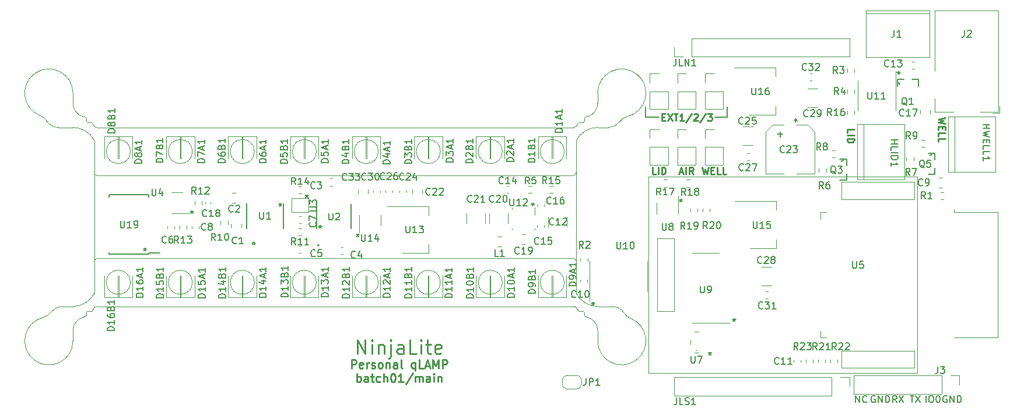
<source format=gto>
G04 #@! TF.GenerationSoftware,KiCad,Pcbnew,(6.0.1-0)*
G04 #@! TF.CreationDate,2022-03-07T17:57:35+09:00*
G04 #@! TF.ProjectId,qLAMP-main,714c414d-502d-46d6-9169-6e2e6b696361,rev?*
G04 #@! TF.SameCoordinates,Original*
G04 #@! TF.FileFunction,Legend,Top*
G04 #@! TF.FilePolarity,Positive*
%FSLAX46Y46*%
G04 Gerber Fmt 4.6, Leading zero omitted, Abs format (unit mm)*
G04 Created by KiCad (PCBNEW (6.0.1-0)) date 2022-03-07 17:57:35*
%MOMM*%
%LPD*%
G01*
G04 APERTURE LIST*
%ADD10C,0.100000*%
%ADD11C,0.150000*%
%ADD12C,0.254000*%
%ADD13C,0.149860*%
%ADD14C,0.120000*%
%ADD15C,0.152400*%
%ADD16C,0.127000*%
%ADD17C,0.200000*%
G04 APERTURE END LIST*
D10*
X147657227Y-111500000D02*
X147657227Y-92500000D01*
X70761537Y-88065895D02*
G75*
G03*
X69793791Y-87266166I-1693537J-1063940D01*
G01*
X70234047Y-116598743D02*
G75*
G03*
X71379757Y-115828755I-474207J1942979D01*
G01*
X127907202Y-111501637D02*
G75*
G03*
X127907202Y-111501637I-1750000J0D01*
G01*
X74563916Y-84004758D02*
G75*
G03*
X69793791Y-87266166I-3500001J1D01*
G01*
X148059038Y-88305442D02*
G75*
G03*
X147886139Y-88404914I1J-200001D01*
G01*
X76697682Y-115698256D02*
G75*
G03*
X76497682Y-115898256I-2J-199998D01*
G01*
X76512016Y-88105442D02*
G75*
G03*
X76712016Y-88305442I200001J1D01*
G01*
X77255380Y-115698256D02*
G75*
G03*
X77428279Y-115598784I-1J200001D01*
G01*
X77562683Y-88683688D02*
G75*
G03*
X77428293Y-88404914I-1863479J-726557D01*
G01*
X70761537Y-88065895D02*
G75*
G03*
X72455067Y-89001961I1693529J1063931D01*
G01*
X145907216Y-92502061D02*
G75*
G03*
X145907216Y-92502061I-1750000J0D01*
G01*
X72999668Y-115001737D02*
G75*
G03*
X71379757Y-115828755I-1J-1999997D01*
G01*
X76512016Y-87717688D02*
X76512016Y-88105442D01*
X150750503Y-118498940D02*
G75*
G03*
X149182810Y-116546221I-1999998J2D01*
G01*
X77657216Y-90864950D02*
G75*
G03*
X74563643Y-89001961I-3093574J-1637012D01*
G01*
X74563901Y-118498940D02*
X74563901Y-119998940D01*
X147657202Y-108501637D02*
X147657202Y-113138748D01*
X148816736Y-88105442D02*
X148816736Y-87712572D01*
X77428279Y-115598784D02*
G75*
G03*
X77562669Y-115320010I-1729089J1005331D01*
G01*
X72999668Y-115001737D02*
X74563629Y-115001737D01*
X147285904Y-89002061D02*
G75*
G03*
X147751749Y-88683688I-1J500001D01*
G01*
X74563915Y-85504758D02*
G75*
G03*
X76131608Y-87457477I1999998J-2D01*
G01*
X74563915Y-84004758D02*
X74563915Y-85504758D01*
X78028528Y-89002061D02*
X147285904Y-89002061D01*
X109907202Y-111501637D02*
G75*
G03*
X109907202Y-111501637I-1750000J0D01*
G01*
X77657216Y-95502061D02*
X77657216Y-90864950D01*
X91907216Y-92502061D02*
G75*
G03*
X91907216Y-92502061I-1750000J0D01*
G01*
X152314750Y-89001961D02*
X150750789Y-89001961D01*
X77657202Y-113138748D02*
X77657202Y-108501637D01*
D11*
X159656011Y-87499996D02*
X157656011Y-87499996D01*
D10*
X147886139Y-88404914D02*
G75*
G03*
X147751749Y-88683688I1729089J-1005331D01*
G01*
X148934323Y-116474066D02*
G75*
G03*
X149182810Y-116546221I680680J1880175D01*
G01*
D11*
X157655999Y-87500000D02*
X157655999Y-86000003D01*
D10*
X77562683Y-88683688D02*
G75*
G03*
X78028528Y-89002061I465848J181631D01*
G01*
X76131594Y-116546221D02*
G75*
G03*
X76364170Y-116479751I-432336J1952848D01*
G01*
X155080371Y-87404954D02*
G75*
G03*
X150750517Y-84004758I-829854J3400197D01*
G01*
X136907202Y-111501637D02*
G75*
G03*
X136907202Y-111501637I-1750000J0D01*
G01*
X154552881Y-115937803D02*
G75*
G03*
X155520627Y-116737532I1693537J1063940D01*
G01*
X70234047Y-116598744D02*
G75*
G03*
X74563901Y-119998940I829854J-3400197D01*
G01*
X118907216Y-92502061D02*
G75*
G03*
X118907216Y-92502061I-1750000J0D01*
G01*
X147157216Y-96002061D02*
X78157216Y-96002061D01*
X118907202Y-111501637D02*
G75*
G03*
X118907202Y-111501637I-1750000J0D01*
G01*
X76131594Y-116546221D02*
G75*
G03*
X74563901Y-118498940I432307J-1952719D01*
G01*
X147657202Y-108501637D02*
G75*
G03*
X147157202Y-108001637I-500001J-1D01*
G01*
X150750502Y-119998940D02*
G75*
G03*
X155520627Y-116737532I3500001J-1D01*
G01*
X91907202Y-111501637D02*
G75*
G03*
X91907202Y-111501637I-1750000J0D01*
G01*
X150750775Y-115001737D02*
X152859351Y-115001737D01*
X147657216Y-90864950D02*
X147657216Y-95502061D01*
X147657202Y-113138748D02*
G75*
G03*
X150750775Y-115001737I3093574J1637012D01*
G01*
X100907202Y-111501637D02*
G75*
G03*
X100907202Y-111501637I-1750000J0D01*
G01*
X76712016Y-88305442D02*
X77255394Y-88305442D01*
X136907216Y-92502061D02*
G75*
G03*
X136907216Y-92502061I-1750000J0D01*
G01*
X147886125Y-115598784D02*
G75*
G03*
X148059024Y-115698256I172901J100532D01*
G01*
X109907216Y-92502061D02*
G75*
G03*
X109907216Y-92502061I-1750000J0D01*
G01*
X148059038Y-88305442D02*
X148616736Y-88305442D01*
X155080371Y-87404955D02*
G75*
G03*
X153934661Y-88174943I474207J-1942979D01*
G01*
X149182824Y-87457477D02*
G75*
G03*
X150750517Y-85504758I-432307J1952719D01*
G01*
X148950248Y-87523947D02*
G75*
G03*
X148816736Y-87712572I66491J-188627D01*
G01*
X145907202Y-111501637D02*
G75*
G03*
X145907202Y-111501637I-1750000J0D01*
G01*
X150750517Y-85504758D02*
X150750517Y-84004758D01*
D11*
X167756004Y-87500000D02*
X169556000Y-87500000D01*
D10*
X76497682Y-115898256D02*
X76497682Y-116291126D01*
X149182824Y-87457477D02*
G75*
G03*
X148950248Y-87523947I432336J-1952848D01*
G01*
X76380095Y-87529632D02*
G75*
G03*
X76131608Y-87457477I-680680J-1880175D01*
G01*
X147751735Y-115320010D02*
G75*
G03*
X147285890Y-115001637I-465848J-181631D01*
G01*
X148802402Y-115898256D02*
G75*
G03*
X148602402Y-115698256I-200001J-1D01*
G01*
D11*
X169556000Y-87500000D02*
X169556000Y-86000003D01*
D10*
X76364170Y-116479751D02*
G75*
G03*
X76497682Y-116291126I-66491J188627D01*
G01*
X154552881Y-115937803D02*
G75*
G03*
X152859351Y-115001737I-1693529J-1063931D01*
G01*
X78028514Y-115001637D02*
G75*
G03*
X77562669Y-115320010I1J-500001D01*
G01*
X147157216Y-96002061D02*
G75*
G03*
X147657216Y-95502061I-1J500001D01*
G01*
X100907216Y-92502061D02*
G75*
G03*
X100907216Y-92502061I-1750000J0D01*
G01*
X152314750Y-89001961D02*
G75*
G03*
X153934661Y-88174943I1J1999997D01*
G01*
X77657214Y-92500000D02*
X77657214Y-111500000D01*
X147751735Y-115320010D02*
G75*
G03*
X147886125Y-115598784I1863479J726557D01*
G01*
X74563643Y-89001961D02*
X72455067Y-89001961D01*
X148616736Y-88305442D02*
G75*
G03*
X148816736Y-88105442I2J199998D01*
G01*
X78157202Y-108001637D02*
X147157202Y-108001637D01*
X148802402Y-116286010D02*
G75*
G03*
X148934323Y-116474066I199999J0D01*
G01*
X77428293Y-88404914D02*
G75*
G03*
X77255394Y-88305442I-172901J-100532D01*
G01*
X77255380Y-115698256D02*
X76697682Y-115698256D01*
X76512016Y-87717688D02*
G75*
G03*
X76380095Y-87529632I-199999J0D01*
G01*
X82907216Y-92502061D02*
G75*
G03*
X82907216Y-92502061I-1750000J0D01*
G01*
X77657216Y-95502061D02*
G75*
G03*
X78157216Y-96002061I500001J1D01*
G01*
X148802402Y-116286010D02*
X148802402Y-115898256D01*
X150750789Y-89001961D02*
G75*
G03*
X147657216Y-90864950I1J-3500001D01*
G01*
X147285890Y-115001637D02*
X78028514Y-115001637D01*
X148602402Y-115698256D02*
X148059024Y-115698256D01*
X82907202Y-111501637D02*
G75*
G03*
X82907202Y-111501637I-1750000J0D01*
G01*
X150750503Y-119998940D02*
X150750503Y-118498940D01*
X74563629Y-115001737D02*
G75*
G03*
X77657202Y-113138748I-1J3500001D01*
G01*
X78157202Y-108001637D02*
G75*
G03*
X77657202Y-108501637I1J-500001D01*
G01*
X127907216Y-92502061D02*
G75*
G03*
X127907216Y-92502061I-1750000J0D01*
G01*
D12*
X115777142Y-125962869D02*
X115777142Y-124762869D01*
X115777142Y-125220012D02*
X115891428Y-125162869D01*
X116120000Y-125162869D01*
X116234285Y-125220012D01*
X116291428Y-125277154D01*
X116348571Y-125391440D01*
X116348571Y-125734297D01*
X116291428Y-125848583D01*
X116234285Y-125905726D01*
X116120000Y-125962869D01*
X115891428Y-125962869D01*
X115777142Y-125905726D01*
X117377142Y-125962869D02*
X117377142Y-125334297D01*
X117320000Y-125220012D01*
X117205714Y-125162869D01*
X116977142Y-125162869D01*
X116862857Y-125220012D01*
X117377142Y-125905726D02*
X117262857Y-125962869D01*
X116977142Y-125962869D01*
X116862857Y-125905726D01*
X116805714Y-125791440D01*
X116805714Y-125677154D01*
X116862857Y-125562869D01*
X116977142Y-125505726D01*
X117262857Y-125505726D01*
X117377142Y-125448583D01*
X117777142Y-125162869D02*
X118234285Y-125162869D01*
X117948571Y-124762869D02*
X117948571Y-125791440D01*
X118005714Y-125905726D01*
X118120000Y-125962869D01*
X118234285Y-125962869D01*
X119148571Y-125905726D02*
X119034285Y-125962869D01*
X118805714Y-125962869D01*
X118691428Y-125905726D01*
X118634285Y-125848583D01*
X118577142Y-125734297D01*
X118577142Y-125391440D01*
X118634285Y-125277154D01*
X118691428Y-125220012D01*
X118805714Y-125162869D01*
X119034285Y-125162869D01*
X119148571Y-125220012D01*
X119662857Y-125962869D02*
X119662857Y-124762869D01*
X120177142Y-125962869D02*
X120177142Y-125334297D01*
X120120000Y-125220012D01*
X120005714Y-125162869D01*
X119834285Y-125162869D01*
X119720000Y-125220012D01*
X119662857Y-125277154D01*
X120977142Y-124762869D02*
X121091428Y-124762869D01*
X121205714Y-124820012D01*
X121262857Y-124877154D01*
X121320000Y-124991440D01*
X121377142Y-125220012D01*
X121377142Y-125505726D01*
X121320000Y-125734297D01*
X121262857Y-125848583D01*
X121205714Y-125905726D01*
X121091428Y-125962869D01*
X120977142Y-125962869D01*
X120862857Y-125905726D01*
X120805714Y-125848583D01*
X120748571Y-125734297D01*
X120691428Y-125505726D01*
X120691428Y-125220012D01*
X120748571Y-124991440D01*
X120805714Y-124877154D01*
X120862857Y-124820012D01*
X120977142Y-124762869D01*
X122520000Y-125962869D02*
X121834285Y-125962869D01*
X122177142Y-125962869D02*
X122177142Y-124762869D01*
X122062857Y-124934297D01*
X121948571Y-125048583D01*
X121834285Y-125105726D01*
X123891428Y-124705726D02*
X122862857Y-126248583D01*
X124291428Y-125962869D02*
X124291428Y-125162869D01*
X124291428Y-125277154D02*
X124348571Y-125220012D01*
X124462857Y-125162869D01*
X124634285Y-125162869D01*
X124748571Y-125220012D01*
X124805714Y-125334297D01*
X124805714Y-125962869D01*
X124805714Y-125334297D02*
X124862857Y-125220012D01*
X124977142Y-125162869D01*
X125148571Y-125162869D01*
X125262857Y-125220012D01*
X125320000Y-125334297D01*
X125320000Y-125962869D01*
X126405714Y-125962869D02*
X126405714Y-125334297D01*
X126348571Y-125220012D01*
X126234285Y-125162869D01*
X126005714Y-125162869D01*
X125891428Y-125220012D01*
X126405714Y-125905726D02*
X126291428Y-125962869D01*
X126005714Y-125962869D01*
X125891428Y-125905726D01*
X125834285Y-125791440D01*
X125834285Y-125677154D01*
X125891428Y-125562869D01*
X126005714Y-125505726D01*
X126291428Y-125505726D01*
X126405714Y-125448583D01*
X126977142Y-125962869D02*
X126977142Y-125162869D01*
X126977142Y-124762869D02*
X126920000Y-124820012D01*
X126977142Y-124877154D01*
X127034285Y-124820012D01*
X126977142Y-124762869D01*
X126977142Y-124877154D01*
X127548571Y-125162869D02*
X127548571Y-125962869D01*
X127548571Y-125277154D02*
X127605714Y-125220012D01*
X127720000Y-125162869D01*
X127891428Y-125162869D01*
X128005714Y-125220012D01*
X128062857Y-125334297D01*
X128062857Y-125962869D01*
X186960380Y-89784571D02*
X186960380Y-89300761D01*
X187976380Y-89300761D01*
X186960380Y-90123238D02*
X187976380Y-90123238D01*
X186960380Y-90607047D02*
X187976380Y-90607047D01*
X187976380Y-90848952D01*
X187928000Y-90994095D01*
X187831238Y-91090857D01*
X187734476Y-91139238D01*
X187540952Y-91187619D01*
X187395809Y-91187619D01*
X187202285Y-91139238D01*
X187105523Y-91090857D01*
X187008761Y-90994095D01*
X186960380Y-90848952D01*
X186960380Y-90607047D01*
X201256380Y-87602476D02*
X200240380Y-87844380D01*
X200966095Y-88037904D01*
X200240380Y-88231428D01*
X201256380Y-88473333D01*
X200772571Y-88860380D02*
X200772571Y-89199047D01*
X200240380Y-89344190D02*
X200240380Y-88860380D01*
X201256380Y-88860380D01*
X201256380Y-89344190D01*
X200240380Y-90263428D02*
X200240380Y-89779619D01*
X201256380Y-89779619D01*
X200240380Y-91085904D02*
X200240380Y-90602095D01*
X201256380Y-90602095D01*
X160071619Y-87497428D02*
X160410285Y-87497428D01*
X160555428Y-88029619D02*
X160071619Y-88029619D01*
X160071619Y-87013619D01*
X160555428Y-87013619D01*
X160894095Y-87013619D02*
X161571428Y-88029619D01*
X161571428Y-87013619D02*
X160894095Y-88029619D01*
X161813333Y-87013619D02*
X162393904Y-87013619D01*
X162103619Y-88029619D02*
X162103619Y-87013619D01*
X163264761Y-88029619D02*
X162684190Y-88029619D01*
X162974476Y-88029619D02*
X162974476Y-87013619D01*
X162877714Y-87158761D01*
X162780952Y-87255523D01*
X162684190Y-87303904D01*
X164425904Y-86965238D02*
X163555047Y-88271523D01*
X164716190Y-87110380D02*
X164764571Y-87062000D01*
X164861333Y-87013619D01*
X165103238Y-87013619D01*
X165200000Y-87062000D01*
X165248380Y-87110380D01*
X165296761Y-87207142D01*
X165296761Y-87303904D01*
X165248380Y-87449047D01*
X164667809Y-88029619D01*
X165296761Y-88029619D01*
X166457904Y-86965238D02*
X165587047Y-88271523D01*
X166699809Y-87013619D02*
X167328761Y-87013619D01*
X166990095Y-87400666D01*
X167135238Y-87400666D01*
X167232000Y-87449047D01*
X167280380Y-87497428D01*
X167328761Y-87594190D01*
X167328761Y-87836095D01*
X167280380Y-87932857D01*
X167232000Y-87981238D01*
X167135238Y-88029619D01*
X166844952Y-88029619D01*
X166748190Y-87981238D01*
X166699809Y-87932857D01*
X162655146Y-95485333D02*
X163138956Y-95485333D01*
X162558384Y-95775619D02*
X162897051Y-94759619D01*
X163235717Y-95775619D01*
X163574384Y-95775619D02*
X163574384Y-94759619D01*
X164638765Y-95775619D02*
X164300098Y-95291809D01*
X164058194Y-95775619D02*
X164058194Y-94759619D01*
X164445241Y-94759619D01*
X164542003Y-94808000D01*
X164590384Y-94856380D01*
X164638765Y-94953142D01*
X164638765Y-95098285D01*
X164590384Y-95195047D01*
X164542003Y-95243428D01*
X164445241Y-95291809D01*
X164058194Y-95291809D01*
X165929432Y-94759619D02*
X166171336Y-95775619D01*
X166364860Y-95049904D01*
X166558384Y-95775619D01*
X166800289Y-94759619D01*
X167187336Y-95243428D02*
X167526003Y-95243428D01*
X167671146Y-95775619D02*
X167187336Y-95775619D01*
X167187336Y-94759619D01*
X167671146Y-94759619D01*
X168590384Y-95775619D02*
X168106575Y-95775619D01*
X168106575Y-94759619D01*
X169412860Y-95775619D02*
X168929051Y-95775619D01*
X168929051Y-94759619D01*
X159211527Y-95775619D02*
X158727717Y-95775619D01*
X158727717Y-94759619D01*
X159550194Y-95775619D02*
X159550194Y-94759619D01*
X160034003Y-95775619D02*
X160034003Y-94759619D01*
X160275908Y-94759619D01*
X160421051Y-94808000D01*
X160517813Y-94904761D01*
X160566194Y-95001523D01*
X160614575Y-95195047D01*
X160614575Y-95340190D01*
X160566194Y-95533714D01*
X160517813Y-95630476D01*
X160421051Y-95727238D01*
X160275908Y-95775619D01*
X160034003Y-95775619D01*
D11*
X170550000Y-116702380D02*
X170550000Y-116940476D01*
X170311904Y-116845238D02*
X170550000Y-116940476D01*
X170788095Y-116845238D01*
X170407142Y-117130952D02*
X170550000Y-116940476D01*
X170692857Y-117130952D01*
X194460000Y-80832380D02*
X194460000Y-81070476D01*
X194221904Y-80975238D02*
X194460000Y-81070476D01*
X194698095Y-80975238D01*
X194317142Y-81260952D02*
X194460000Y-81070476D01*
X194602857Y-81260952D01*
X162830000Y-99392380D02*
X162830000Y-99630476D01*
X162591904Y-99535238D02*
X162830000Y-99630476D01*
X163068095Y-99535238D01*
X162687142Y-99820952D02*
X162830000Y-99630476D01*
X162972857Y-99820952D01*
X115910000Y-104402380D02*
X115910000Y-104640476D01*
X115671904Y-104545238D02*
X115910000Y-104640476D01*
X116148095Y-104545238D01*
X115767142Y-104830952D02*
X115910000Y-104640476D01*
X116052857Y-104830952D01*
D12*
X115005714Y-123962873D02*
X115005714Y-122762873D01*
X115462857Y-122762873D01*
X115577142Y-122820016D01*
X115634285Y-122877158D01*
X115691428Y-122991444D01*
X115691428Y-123162873D01*
X115634285Y-123277158D01*
X115577142Y-123334301D01*
X115462857Y-123391444D01*
X115005714Y-123391444D01*
X116662857Y-123905730D02*
X116548571Y-123962873D01*
X116320000Y-123962873D01*
X116205714Y-123905730D01*
X116148571Y-123791444D01*
X116148571Y-123334301D01*
X116205714Y-123220016D01*
X116320000Y-123162873D01*
X116548571Y-123162873D01*
X116662857Y-123220016D01*
X116720000Y-123334301D01*
X116720000Y-123448587D01*
X116148571Y-123562873D01*
X117234285Y-123962873D02*
X117234285Y-123162873D01*
X117234285Y-123391444D02*
X117291428Y-123277158D01*
X117348571Y-123220016D01*
X117462857Y-123162873D01*
X117577142Y-123162873D01*
X117920000Y-123905730D02*
X118034285Y-123962873D01*
X118262857Y-123962873D01*
X118377142Y-123905730D01*
X118434285Y-123791444D01*
X118434285Y-123734301D01*
X118377142Y-123620016D01*
X118262857Y-123562873D01*
X118091428Y-123562873D01*
X117977142Y-123505730D01*
X117920000Y-123391444D01*
X117920000Y-123334301D01*
X117977142Y-123220016D01*
X118091428Y-123162873D01*
X118262857Y-123162873D01*
X118377142Y-123220016D01*
X119120000Y-123962873D02*
X119005714Y-123905730D01*
X118948571Y-123848587D01*
X118891428Y-123734301D01*
X118891428Y-123391444D01*
X118948571Y-123277158D01*
X119005714Y-123220016D01*
X119120000Y-123162873D01*
X119291428Y-123162873D01*
X119405714Y-123220016D01*
X119462857Y-123277158D01*
X119520000Y-123391444D01*
X119520000Y-123734301D01*
X119462857Y-123848587D01*
X119405714Y-123905730D01*
X119291428Y-123962873D01*
X119120000Y-123962873D01*
X120034285Y-123162873D02*
X120034285Y-123962873D01*
X120034285Y-123277158D02*
X120091428Y-123220016D01*
X120205714Y-123162873D01*
X120377142Y-123162873D01*
X120491428Y-123220016D01*
X120548571Y-123334301D01*
X120548571Y-123962873D01*
X121634285Y-123962873D02*
X121634285Y-123334301D01*
X121577142Y-123220016D01*
X121462857Y-123162873D01*
X121234285Y-123162873D01*
X121120000Y-123220016D01*
X121634285Y-123905730D02*
X121520000Y-123962873D01*
X121234285Y-123962873D01*
X121120000Y-123905730D01*
X121062857Y-123791444D01*
X121062857Y-123677158D01*
X121120000Y-123562873D01*
X121234285Y-123505730D01*
X121520000Y-123505730D01*
X121634285Y-123448587D01*
X122377142Y-123962873D02*
X122262857Y-123905730D01*
X122205714Y-123791444D01*
X122205714Y-122762873D01*
X124262857Y-123162873D02*
X124262857Y-124362873D01*
X124262857Y-123905730D02*
X124148571Y-123962873D01*
X123920000Y-123962873D01*
X123805714Y-123905730D01*
X123748571Y-123848587D01*
X123691428Y-123734301D01*
X123691428Y-123391444D01*
X123748571Y-123277158D01*
X123805714Y-123220016D01*
X123920000Y-123162873D01*
X124148571Y-123162873D01*
X124262857Y-123220016D01*
X125405714Y-123962873D02*
X124834285Y-123962873D01*
X124834285Y-122762873D01*
X125748571Y-123620016D02*
X126320000Y-123620016D01*
X125634285Y-123962873D02*
X126034285Y-122762873D01*
X126434285Y-123962873D01*
X126834285Y-123962873D02*
X126834285Y-122762873D01*
X127234285Y-123620016D01*
X127634285Y-122762873D01*
X127634285Y-123962873D01*
X128205714Y-123962873D02*
X128205714Y-122762873D01*
X128662857Y-122762873D01*
X128777142Y-122820016D01*
X128834285Y-122877158D01*
X128891428Y-122991444D01*
X128891428Y-123162873D01*
X128834285Y-123277158D01*
X128777142Y-123334301D01*
X128662857Y-123391444D01*
X128205714Y-123391444D01*
D11*
X196104097Y-127952377D02*
X196675525Y-127952377D01*
X196389811Y-128952377D02*
X196389811Y-127952377D01*
X196913621Y-127952377D02*
X197580287Y-128952377D01*
X197580287Y-127952377D02*
X196913621Y-128952377D01*
D12*
X115872380Y-121864761D02*
X115872380Y-119864761D01*
X117015238Y-121864761D01*
X117015238Y-119864761D01*
X117967619Y-121864761D02*
X117967619Y-120531428D01*
X117967619Y-119864761D02*
X117872380Y-119960000D01*
X117967619Y-120055238D01*
X118062857Y-119960000D01*
X117967619Y-119864761D01*
X117967619Y-120055238D01*
X118920000Y-120531428D02*
X118920000Y-121864761D01*
X118920000Y-120721904D02*
X119015238Y-120626666D01*
X119205714Y-120531428D01*
X119491428Y-120531428D01*
X119681904Y-120626666D01*
X119777142Y-120817142D01*
X119777142Y-121864761D01*
X120729523Y-120531428D02*
X120729523Y-122245714D01*
X120634285Y-122436190D01*
X120443809Y-122531428D01*
X120348571Y-122531428D01*
X120729523Y-119864761D02*
X120634285Y-119960000D01*
X120729523Y-120055238D01*
X120824761Y-119960000D01*
X120729523Y-119864761D01*
X120729523Y-120055238D01*
X122539047Y-121864761D02*
X122539047Y-120817142D01*
X122443809Y-120626666D01*
X122253333Y-120531428D01*
X121872380Y-120531428D01*
X121681904Y-120626666D01*
X122539047Y-121769523D02*
X122348571Y-121864761D01*
X121872380Y-121864761D01*
X121681904Y-121769523D01*
X121586666Y-121579047D01*
X121586666Y-121388571D01*
X121681904Y-121198095D01*
X121872380Y-121102857D01*
X122348571Y-121102857D01*
X122539047Y-121007619D01*
X124443809Y-121864761D02*
X123491428Y-121864761D01*
X123491428Y-119864761D01*
X125110476Y-121864761D02*
X125110476Y-120531428D01*
X125110476Y-119864761D02*
X125015238Y-119960000D01*
X125110476Y-120055238D01*
X125205714Y-119960000D01*
X125110476Y-119864761D01*
X125110476Y-120055238D01*
X125777142Y-120531428D02*
X126539047Y-120531428D01*
X126062857Y-119864761D02*
X126062857Y-121579047D01*
X126158095Y-121769523D01*
X126348571Y-121864761D01*
X126539047Y-121864761D01*
X127967619Y-121769523D02*
X127777142Y-121864761D01*
X127396190Y-121864761D01*
X127205714Y-121769523D01*
X127110476Y-121579047D01*
X127110476Y-120817142D01*
X127205714Y-120626666D01*
X127396190Y-120531428D01*
X127777142Y-120531428D01*
X127967619Y-120626666D01*
X128062857Y-120817142D01*
X128062857Y-121007619D01*
X127110476Y-121198095D01*
D11*
X194159335Y-128952377D02*
X193826002Y-128476187D01*
X193587906Y-128952377D02*
X193587906Y-127952377D01*
X193968859Y-127952377D01*
X194064097Y-127999997D01*
X194111716Y-128047616D01*
X194159335Y-128142854D01*
X194159335Y-128285711D01*
X194111716Y-128380949D01*
X194064097Y-128428568D01*
X193968859Y-128476187D01*
X193587906Y-128476187D01*
X194492668Y-127952377D02*
X195159335Y-128952377D01*
X195159335Y-127952377D02*
X194492668Y-128952377D01*
X150060000Y-114372380D02*
X150060000Y-114610476D01*
X149821904Y-114515238D02*
X150060000Y-114610476D01*
X150298095Y-114515238D01*
X149917142Y-114800952D02*
X150060000Y-114610476D01*
X150202857Y-114800952D01*
X85020000Y-106492380D02*
X85020000Y-106730476D01*
X84781904Y-106635238D02*
X85020000Y-106730476D01*
X85258095Y-106635238D01*
X84877142Y-106920952D02*
X85020000Y-106730476D01*
X85162857Y-106920952D01*
X201438097Y-127999997D02*
X201342859Y-127952377D01*
X201200002Y-127952377D01*
X201057144Y-127999997D01*
X200961906Y-128095235D01*
X200914287Y-128190473D01*
X200866668Y-128380949D01*
X200866668Y-128523806D01*
X200914287Y-128714282D01*
X200961906Y-128809520D01*
X201057144Y-128904758D01*
X201200002Y-128952377D01*
X201295240Y-128952377D01*
X201438097Y-128904758D01*
X201485716Y-128857139D01*
X201485716Y-128523806D01*
X201295240Y-128523806D01*
X201914287Y-128952377D02*
X201914287Y-127952377D01*
X202485716Y-128952377D01*
X202485716Y-127952377D01*
X202961906Y-128952377D02*
X202961906Y-127952377D01*
X203200002Y-127952377D01*
X203342859Y-127999997D01*
X203438097Y-128095235D01*
X203485716Y-128190473D01*
X203533335Y-128380949D01*
X203533335Y-128523806D01*
X203485716Y-128714282D01*
X203438097Y-128809520D01*
X203342859Y-128904758D01*
X203200002Y-128952377D01*
X202961906Y-128952377D01*
X110430000Y-103172380D02*
X110430000Y-103410476D01*
X110191904Y-103315238D02*
X110430000Y-103410476D01*
X110668095Y-103315238D01*
X110287142Y-103600952D02*
X110430000Y-103410476D01*
X110572857Y-103600952D01*
X191024097Y-127999997D02*
X190928859Y-127952377D01*
X190786002Y-127952377D01*
X190643144Y-127999997D01*
X190547906Y-128095235D01*
X190500287Y-128190473D01*
X190452668Y-128380949D01*
X190452668Y-128523806D01*
X190500287Y-128714282D01*
X190547906Y-128809520D01*
X190643144Y-128904758D01*
X190786002Y-128952377D01*
X190881240Y-128952377D01*
X191024097Y-128904758D01*
X191071716Y-128857139D01*
X191071716Y-128523806D01*
X190881240Y-128523806D01*
X191500287Y-128952377D02*
X191500287Y-127952377D01*
X192071716Y-128952377D01*
X192071716Y-127952377D01*
X192547906Y-128952377D02*
X192547906Y-127952377D01*
X192786002Y-127952377D01*
X192928859Y-127999997D01*
X193024097Y-128095235D01*
X193071716Y-128190473D01*
X193119335Y-128380949D01*
X193119335Y-128523806D01*
X193071716Y-128714282D01*
X193024097Y-128809520D01*
X192928859Y-128904758D01*
X192786002Y-128952377D01*
X192547906Y-128952377D01*
X188206287Y-128952377D02*
X188206287Y-127952377D01*
X188777716Y-128952377D01*
X188777716Y-127952377D01*
X189825335Y-128857139D02*
X189777716Y-128904758D01*
X189634859Y-128952377D01*
X189539621Y-128952377D01*
X189396763Y-128904758D01*
X189301525Y-128809520D01*
X189253906Y-128714282D01*
X189206287Y-128523806D01*
X189206287Y-128380949D01*
X189253906Y-128190473D01*
X189301525Y-128095235D01*
X189396763Y-127999997D01*
X189539621Y-127952377D01*
X189634859Y-127952377D01*
X189777716Y-127999997D01*
X189825335Y-128047616D01*
X91850000Y-101052380D02*
X91850000Y-101290476D01*
X91611904Y-101195238D02*
X91850000Y-101290476D01*
X92088095Y-101195238D01*
X91707142Y-101480952D02*
X91850000Y-101290476D01*
X91992857Y-101480952D01*
X198406002Y-128952377D02*
X198406002Y-127952377D01*
X199072668Y-127952377D02*
X199263144Y-127952377D01*
X199358382Y-127999997D01*
X199453621Y-128095235D01*
X199501240Y-128285711D01*
X199501240Y-128619044D01*
X199453621Y-128809520D01*
X199358382Y-128904758D01*
X199263144Y-128952377D01*
X199072668Y-128952377D01*
X198977430Y-128904758D01*
X198882192Y-128809520D01*
X198834573Y-128619044D01*
X198834573Y-128285711D01*
X198882192Y-128095235D01*
X198977430Y-127999997D01*
X199072668Y-127952377D01*
X200120287Y-127952377D02*
X200215525Y-127952377D01*
X200310763Y-127999997D01*
X200358382Y-128047616D01*
X200406002Y-128142854D01*
X200453621Y-128333330D01*
X200453621Y-128571425D01*
X200406002Y-128761901D01*
X200358382Y-128857139D01*
X200310763Y-128904758D01*
X200215525Y-128952377D01*
X200120287Y-128952377D01*
X200025049Y-128904758D01*
X199977430Y-128857139D01*
X199929811Y-128761901D01*
X199882192Y-128571425D01*
X199882192Y-128333330D01*
X199929811Y-128142854D01*
X199977430Y-128047616D01*
X200025049Y-127999997D01*
X200120287Y-127952377D01*
X206687618Y-88584770D02*
X207687618Y-88584770D01*
X207211427Y-88584770D02*
X207211427Y-89156199D01*
X206687618Y-89156199D02*
X207687618Y-89156199D01*
X207687618Y-89537151D02*
X206687618Y-89775247D01*
X207401903Y-89965723D01*
X206687618Y-90156199D01*
X207687618Y-90394294D01*
X207211427Y-90775247D02*
X207211427Y-91108580D01*
X206687618Y-91251437D02*
X206687618Y-90775247D01*
X207687618Y-90775247D01*
X207687618Y-91251437D01*
X206687618Y-92156199D02*
X206687618Y-91680009D01*
X207687618Y-91680009D01*
X206687618Y-92965723D02*
X206687618Y-92489532D01*
X207687618Y-92489532D01*
X206687618Y-93822866D02*
X206687618Y-93251437D01*
X206687618Y-93537151D02*
X207687618Y-93537151D01*
X207544760Y-93441913D01*
X207449522Y-93346675D01*
X207401903Y-93251437D01*
X149056666Y-125452380D02*
X149056666Y-126166666D01*
X149009047Y-126309523D01*
X148913809Y-126404761D01*
X148770952Y-126452380D01*
X148675714Y-126452380D01*
X149532857Y-126452380D02*
X149532857Y-125452380D01*
X149913809Y-125452380D01*
X150009047Y-125500000D01*
X150056666Y-125547619D01*
X150104285Y-125642857D01*
X150104285Y-125785714D01*
X150056666Y-125880952D01*
X150009047Y-125928571D01*
X149913809Y-125976190D01*
X149532857Y-125976190D01*
X151056666Y-126452380D02*
X150485238Y-126452380D01*
X150770952Y-126452380D02*
X150770952Y-125452380D01*
X150675714Y-125595238D01*
X150580476Y-125690476D01*
X150485238Y-125738095D01*
X189981904Y-83872380D02*
X189981904Y-84681904D01*
X190029523Y-84777142D01*
X190077142Y-84824761D01*
X190172380Y-84872380D01*
X190362857Y-84872380D01*
X190458095Y-84824761D01*
X190505714Y-84777142D01*
X190553333Y-84681904D01*
X190553333Y-83872380D01*
X191553333Y-84872380D02*
X190981904Y-84872380D01*
X191267619Y-84872380D02*
X191267619Y-83872380D01*
X191172380Y-84015238D01*
X191077142Y-84110476D01*
X190981904Y-84158095D01*
X192505714Y-84872380D02*
X191934285Y-84872380D01*
X192220000Y-84872380D02*
X192220000Y-83872380D01*
X192124761Y-84015238D01*
X192029523Y-84110476D01*
X191934285Y-84158095D01*
X138001904Y-99362380D02*
X138001904Y-100171904D01*
X138049523Y-100267142D01*
X138097142Y-100314761D01*
X138192380Y-100362380D01*
X138382857Y-100362380D01*
X138478095Y-100314761D01*
X138525714Y-100267142D01*
X138573333Y-100171904D01*
X138573333Y-99362380D01*
X139573333Y-100362380D02*
X139001904Y-100362380D01*
X139287619Y-100362380D02*
X139287619Y-99362380D01*
X139192380Y-99505238D01*
X139097142Y-99600476D01*
X139001904Y-99648095D01*
X139954285Y-99457619D02*
X140001904Y-99410000D01*
X140097142Y-99362380D01*
X140335238Y-99362380D01*
X140430476Y-99410000D01*
X140478095Y-99457619D01*
X140525714Y-99552857D01*
X140525714Y-99648095D01*
X140478095Y-99790952D01*
X139906666Y-100362380D01*
X140525714Y-100362380D01*
X141132380Y-100160000D02*
X141370476Y-100160000D01*
X141275238Y-100398095D02*
X141370476Y-100160000D01*
X141275238Y-99921904D01*
X141560952Y-100302857D02*
X141370476Y-100160000D01*
X141560952Y-100017142D01*
X122921904Y-103312380D02*
X122921904Y-104121904D01*
X122969523Y-104217142D01*
X123017142Y-104264761D01*
X123112380Y-104312380D01*
X123302857Y-104312380D01*
X123398095Y-104264761D01*
X123445714Y-104217142D01*
X123493333Y-104121904D01*
X123493333Y-103312380D01*
X124493333Y-104312380D02*
X123921904Y-104312380D01*
X124207619Y-104312380D02*
X124207619Y-103312380D01*
X124112380Y-103455238D01*
X124017142Y-103550476D01*
X123921904Y-103598095D01*
X124826666Y-103312380D02*
X125445714Y-103312380D01*
X125112380Y-103693333D01*
X125255238Y-103693333D01*
X125350476Y-103740952D01*
X125398095Y-103788571D01*
X125445714Y-103883809D01*
X125445714Y-104121904D01*
X125398095Y-104217142D01*
X125350476Y-104264761D01*
X125255238Y-104312380D01*
X124969523Y-104312380D01*
X124874285Y-104264761D01*
X124826666Y-104217142D01*
X116441904Y-104512380D02*
X116441904Y-105321904D01*
X116489523Y-105417142D01*
X116537142Y-105464761D01*
X116632380Y-105512380D01*
X116822857Y-105512380D01*
X116918095Y-105464761D01*
X116965714Y-105417142D01*
X117013333Y-105321904D01*
X117013333Y-104512380D01*
X118013333Y-105512380D02*
X117441904Y-105512380D01*
X117727619Y-105512380D02*
X117727619Y-104512380D01*
X117632380Y-104655238D01*
X117537142Y-104750476D01*
X117441904Y-104798095D01*
X118870476Y-104845714D02*
X118870476Y-105512380D01*
X118632380Y-104464761D02*
X118394285Y-105179047D01*
X119013333Y-105179047D01*
X173321904Y-102662380D02*
X173321904Y-103471904D01*
X173369523Y-103567142D01*
X173417142Y-103614761D01*
X173512380Y-103662380D01*
X173702857Y-103662380D01*
X173798095Y-103614761D01*
X173845714Y-103567142D01*
X173893333Y-103471904D01*
X173893333Y-102662380D01*
X174893333Y-103662380D02*
X174321904Y-103662380D01*
X174607619Y-103662380D02*
X174607619Y-102662380D01*
X174512380Y-102805238D01*
X174417142Y-102900476D01*
X174321904Y-102948095D01*
X175798095Y-102662380D02*
X175321904Y-102662380D01*
X175274285Y-103138571D01*
X175321904Y-103090952D01*
X175417142Y-103043333D01*
X175655238Y-103043333D01*
X175750476Y-103090952D01*
X175798095Y-103138571D01*
X175845714Y-103233809D01*
X175845714Y-103471904D01*
X175798095Y-103567142D01*
X175750476Y-103614761D01*
X175655238Y-103662380D01*
X175417142Y-103662380D01*
X175321904Y-103614761D01*
X175274285Y-103567142D01*
X173136904Y-83247380D02*
X173136904Y-84056904D01*
X173184523Y-84152142D01*
X173232142Y-84199761D01*
X173327380Y-84247380D01*
X173517857Y-84247380D01*
X173613095Y-84199761D01*
X173660714Y-84152142D01*
X173708333Y-84056904D01*
X173708333Y-83247380D01*
X174708333Y-84247380D02*
X174136904Y-84247380D01*
X174422619Y-84247380D02*
X174422619Y-83247380D01*
X174327380Y-83390238D01*
X174232142Y-83485476D01*
X174136904Y-83533095D01*
X175565476Y-83247380D02*
X175375000Y-83247380D01*
X175279761Y-83295000D01*
X175232142Y-83342619D01*
X175136904Y-83485476D01*
X175089285Y-83675952D01*
X175089285Y-84056904D01*
X175136904Y-84152142D01*
X175184523Y-84199761D01*
X175279761Y-84247380D01*
X175470238Y-84247380D01*
X175565476Y-84199761D01*
X175613095Y-84152142D01*
X175660714Y-84056904D01*
X175660714Y-83818809D01*
X175613095Y-83723571D01*
X175565476Y-83675952D01*
X175470238Y-83628333D01*
X175279761Y-83628333D01*
X175184523Y-83675952D01*
X175136904Y-83723571D01*
X175089285Y-83818809D01*
X126427142Y-98717142D02*
X126379523Y-98764761D01*
X126236666Y-98812380D01*
X126141428Y-98812380D01*
X125998571Y-98764761D01*
X125903333Y-98669523D01*
X125855714Y-98574285D01*
X125808095Y-98383809D01*
X125808095Y-98240952D01*
X125855714Y-98050476D01*
X125903333Y-97955238D01*
X125998571Y-97860000D01*
X126141428Y-97812380D01*
X126236666Y-97812380D01*
X126379523Y-97860000D01*
X126427142Y-97907619D01*
X126808095Y-97907619D02*
X126855714Y-97860000D01*
X126950952Y-97812380D01*
X127189047Y-97812380D01*
X127284285Y-97860000D01*
X127331904Y-97907619D01*
X127379523Y-98002857D01*
X127379523Y-98098095D01*
X127331904Y-98240952D01*
X126760476Y-98812380D01*
X127379523Y-98812380D01*
X127760476Y-97907619D02*
X127808095Y-97860000D01*
X127903333Y-97812380D01*
X128141428Y-97812380D01*
X128236666Y-97860000D01*
X128284285Y-97907619D01*
X128331904Y-98002857D01*
X128331904Y-98098095D01*
X128284285Y-98240952D01*
X127712857Y-98812380D01*
X128331904Y-98812380D01*
X177847142Y-92567142D02*
X177799523Y-92614761D01*
X177656666Y-92662380D01*
X177561428Y-92662380D01*
X177418571Y-92614761D01*
X177323333Y-92519523D01*
X177275714Y-92424285D01*
X177228095Y-92233809D01*
X177228095Y-92090952D01*
X177275714Y-91900476D01*
X177323333Y-91805238D01*
X177418571Y-91710000D01*
X177561428Y-91662380D01*
X177656666Y-91662380D01*
X177799523Y-91710000D01*
X177847142Y-91757619D01*
X178228095Y-91757619D02*
X178275714Y-91710000D01*
X178370952Y-91662380D01*
X178609047Y-91662380D01*
X178704285Y-91710000D01*
X178751904Y-91757619D01*
X178799523Y-91852857D01*
X178799523Y-91948095D01*
X178751904Y-92090952D01*
X178180476Y-92662380D01*
X178799523Y-92662380D01*
X179132857Y-91662380D02*
X179751904Y-91662380D01*
X179418571Y-92043333D01*
X179561428Y-92043333D01*
X179656666Y-92090952D01*
X179704285Y-92138571D01*
X179751904Y-92233809D01*
X179751904Y-92471904D01*
X179704285Y-92567142D01*
X179656666Y-92614761D01*
X179561428Y-92662380D01*
X179275714Y-92662380D01*
X179180476Y-92614761D01*
X179132857Y-92567142D01*
X177221428Y-90380952D02*
X177221428Y-89619047D01*
X177602380Y-90000000D02*
X176840476Y-90000000D01*
X179272380Y-87930000D02*
X179510476Y-87930000D01*
X179415238Y-88168095D02*
X179510476Y-87930000D01*
X179415238Y-87691904D01*
X179700952Y-88072857D02*
X179510476Y-87930000D01*
X179700952Y-87787142D01*
X122597142Y-96547142D02*
X122549523Y-96594761D01*
X122406666Y-96642380D01*
X122311428Y-96642380D01*
X122168571Y-96594761D01*
X122073333Y-96499523D01*
X122025714Y-96404285D01*
X121978095Y-96213809D01*
X121978095Y-96070952D01*
X122025714Y-95880476D01*
X122073333Y-95785238D01*
X122168571Y-95690000D01*
X122311428Y-95642380D01*
X122406666Y-95642380D01*
X122549523Y-95690000D01*
X122597142Y-95737619D01*
X122978095Y-95737619D02*
X123025714Y-95690000D01*
X123120952Y-95642380D01*
X123359047Y-95642380D01*
X123454285Y-95690000D01*
X123501904Y-95737619D01*
X123549523Y-95832857D01*
X123549523Y-95928095D01*
X123501904Y-96070952D01*
X122930476Y-96642380D01*
X123549523Y-96642380D01*
X124406666Y-95975714D02*
X124406666Y-96642380D01*
X124168571Y-95594761D02*
X123930476Y-96309047D01*
X124549523Y-96309047D01*
X171847142Y-88427142D02*
X171799523Y-88474761D01*
X171656666Y-88522380D01*
X171561428Y-88522380D01*
X171418571Y-88474761D01*
X171323333Y-88379523D01*
X171275714Y-88284285D01*
X171228095Y-88093809D01*
X171228095Y-87950952D01*
X171275714Y-87760476D01*
X171323333Y-87665238D01*
X171418571Y-87570000D01*
X171561428Y-87522380D01*
X171656666Y-87522380D01*
X171799523Y-87570000D01*
X171847142Y-87617619D01*
X172228095Y-87617619D02*
X172275714Y-87570000D01*
X172370952Y-87522380D01*
X172609047Y-87522380D01*
X172704285Y-87570000D01*
X172751904Y-87617619D01*
X172799523Y-87712857D01*
X172799523Y-87808095D01*
X172751904Y-87950952D01*
X172180476Y-88522380D01*
X172799523Y-88522380D01*
X173704285Y-87522380D02*
X173228095Y-87522380D01*
X173180476Y-87998571D01*
X173228095Y-87950952D01*
X173323333Y-87903333D01*
X173561428Y-87903333D01*
X173656666Y-87950952D01*
X173704285Y-87998571D01*
X173751904Y-88093809D01*
X173751904Y-88331904D01*
X173704285Y-88427142D01*
X173656666Y-88474761D01*
X173561428Y-88522380D01*
X173323333Y-88522380D01*
X173228095Y-88474761D01*
X173180476Y-88427142D01*
X171897142Y-95167142D02*
X171849523Y-95214761D01*
X171706666Y-95262380D01*
X171611428Y-95262380D01*
X171468571Y-95214761D01*
X171373333Y-95119523D01*
X171325714Y-95024285D01*
X171278095Y-94833809D01*
X171278095Y-94690952D01*
X171325714Y-94500476D01*
X171373333Y-94405238D01*
X171468571Y-94310000D01*
X171611428Y-94262380D01*
X171706666Y-94262380D01*
X171849523Y-94310000D01*
X171897142Y-94357619D01*
X172278095Y-94357619D02*
X172325714Y-94310000D01*
X172420952Y-94262380D01*
X172659047Y-94262380D01*
X172754285Y-94310000D01*
X172801904Y-94357619D01*
X172849523Y-94452857D01*
X172849523Y-94548095D01*
X172801904Y-94690952D01*
X172230476Y-95262380D01*
X172849523Y-95262380D01*
X173182857Y-94262380D02*
X173849523Y-94262380D01*
X173420952Y-95262380D01*
X181287142Y-87337142D02*
X181239523Y-87384761D01*
X181096666Y-87432380D01*
X181001428Y-87432380D01*
X180858571Y-87384761D01*
X180763333Y-87289523D01*
X180715714Y-87194285D01*
X180668095Y-87003809D01*
X180668095Y-86860952D01*
X180715714Y-86670476D01*
X180763333Y-86575238D01*
X180858571Y-86480000D01*
X181001428Y-86432380D01*
X181096666Y-86432380D01*
X181239523Y-86480000D01*
X181287142Y-86527619D01*
X181668095Y-86527619D02*
X181715714Y-86480000D01*
X181810952Y-86432380D01*
X182049047Y-86432380D01*
X182144285Y-86480000D01*
X182191904Y-86527619D01*
X182239523Y-86622857D01*
X182239523Y-86718095D01*
X182191904Y-86860952D01*
X181620476Y-87432380D01*
X182239523Y-87432380D01*
X182715714Y-87432380D02*
X182906190Y-87432380D01*
X183001428Y-87384761D01*
X183049047Y-87337142D01*
X183144285Y-87194285D01*
X183191904Y-87003809D01*
X183191904Y-86622857D01*
X183144285Y-86527619D01*
X183096666Y-86480000D01*
X183001428Y-86432380D01*
X182810952Y-86432380D01*
X182715714Y-86480000D01*
X182668095Y-86527619D01*
X182620476Y-86622857D01*
X182620476Y-86860952D01*
X182668095Y-86956190D01*
X182715714Y-87003809D01*
X182810952Y-87051428D01*
X183001428Y-87051428D01*
X183096666Y-87003809D01*
X183144285Y-86956190D01*
X183191904Y-86860952D01*
X117087142Y-96537142D02*
X117039523Y-96584761D01*
X116896666Y-96632380D01*
X116801428Y-96632380D01*
X116658571Y-96584761D01*
X116563333Y-96489523D01*
X116515714Y-96394285D01*
X116468095Y-96203809D01*
X116468095Y-96060952D01*
X116515714Y-95870476D01*
X116563333Y-95775238D01*
X116658571Y-95680000D01*
X116801428Y-95632380D01*
X116896666Y-95632380D01*
X117039523Y-95680000D01*
X117087142Y-95727619D01*
X117420476Y-95632380D02*
X118039523Y-95632380D01*
X117706190Y-96013333D01*
X117849047Y-96013333D01*
X117944285Y-96060952D01*
X117991904Y-96108571D01*
X118039523Y-96203809D01*
X118039523Y-96441904D01*
X117991904Y-96537142D01*
X117944285Y-96584761D01*
X117849047Y-96632380D01*
X117563333Y-96632380D01*
X117468095Y-96584761D01*
X117420476Y-96537142D01*
X118658571Y-95632380D02*
X118753809Y-95632380D01*
X118849047Y-95680000D01*
X118896666Y-95727619D01*
X118944285Y-95822857D01*
X118991904Y-96013333D01*
X118991904Y-96251428D01*
X118944285Y-96441904D01*
X118896666Y-96537142D01*
X118849047Y-96584761D01*
X118753809Y-96632380D01*
X118658571Y-96632380D01*
X118563333Y-96584761D01*
X118515714Y-96537142D01*
X118468095Y-96441904D01*
X118420476Y-96251428D01*
X118420476Y-96013333D01*
X118468095Y-95822857D01*
X118515714Y-95727619D01*
X118563333Y-95680000D01*
X118658571Y-95632380D01*
X174717142Y-115237142D02*
X174669523Y-115284761D01*
X174526666Y-115332380D01*
X174431428Y-115332380D01*
X174288571Y-115284761D01*
X174193333Y-115189523D01*
X174145714Y-115094285D01*
X174098095Y-114903809D01*
X174098095Y-114760952D01*
X174145714Y-114570476D01*
X174193333Y-114475238D01*
X174288571Y-114380000D01*
X174431428Y-114332380D01*
X174526666Y-114332380D01*
X174669523Y-114380000D01*
X174717142Y-114427619D01*
X175050476Y-114332380D02*
X175669523Y-114332380D01*
X175336190Y-114713333D01*
X175479047Y-114713333D01*
X175574285Y-114760952D01*
X175621904Y-114808571D01*
X175669523Y-114903809D01*
X175669523Y-115141904D01*
X175621904Y-115237142D01*
X175574285Y-115284761D01*
X175479047Y-115332380D01*
X175193333Y-115332380D01*
X175098095Y-115284761D01*
X175050476Y-115237142D01*
X176621904Y-115332380D02*
X176050476Y-115332380D01*
X176336190Y-115332380D02*
X176336190Y-114332380D01*
X176240952Y-114475238D01*
X176145714Y-114570476D01*
X176050476Y-114618095D01*
X114287142Y-96597142D02*
X114239523Y-96644761D01*
X114096666Y-96692380D01*
X114001428Y-96692380D01*
X113858571Y-96644761D01*
X113763333Y-96549523D01*
X113715714Y-96454285D01*
X113668095Y-96263809D01*
X113668095Y-96120952D01*
X113715714Y-95930476D01*
X113763333Y-95835238D01*
X113858571Y-95740000D01*
X114001428Y-95692380D01*
X114096666Y-95692380D01*
X114239523Y-95740000D01*
X114287142Y-95787619D01*
X114620476Y-95692380D02*
X115239523Y-95692380D01*
X114906190Y-96073333D01*
X115049047Y-96073333D01*
X115144285Y-96120952D01*
X115191904Y-96168571D01*
X115239523Y-96263809D01*
X115239523Y-96501904D01*
X115191904Y-96597142D01*
X115144285Y-96644761D01*
X115049047Y-96692380D01*
X114763333Y-96692380D01*
X114668095Y-96644761D01*
X114620476Y-96597142D01*
X115572857Y-95692380D02*
X116191904Y-95692380D01*
X115858571Y-96073333D01*
X116001428Y-96073333D01*
X116096666Y-96120952D01*
X116144285Y-96168571D01*
X116191904Y-96263809D01*
X116191904Y-96501904D01*
X116144285Y-96597142D01*
X116096666Y-96644761D01*
X116001428Y-96692380D01*
X115715714Y-96692380D01*
X115620476Y-96644761D01*
X115572857Y-96597142D01*
X136329333Y-107702380D02*
X135853142Y-107702380D01*
X135853142Y-106702380D01*
X137186476Y-107702380D02*
X136615047Y-107702380D01*
X136900761Y-107702380D02*
X136900761Y-106702380D01*
X136805523Y-106845238D01*
X136710285Y-106940476D01*
X136615047Y-106988095D01*
X193007142Y-80097142D02*
X192959523Y-80144761D01*
X192816666Y-80192380D01*
X192721428Y-80192380D01*
X192578571Y-80144761D01*
X192483333Y-80049523D01*
X192435714Y-79954285D01*
X192388095Y-79763809D01*
X192388095Y-79620952D01*
X192435714Y-79430476D01*
X192483333Y-79335238D01*
X192578571Y-79240000D01*
X192721428Y-79192380D01*
X192816666Y-79192380D01*
X192959523Y-79240000D01*
X193007142Y-79287619D01*
X193959523Y-80192380D02*
X193388095Y-80192380D01*
X193673809Y-80192380D02*
X193673809Y-79192380D01*
X193578571Y-79335238D01*
X193483333Y-79430476D01*
X193388095Y-79478095D01*
X194292857Y-79192380D02*
X194911904Y-79192380D01*
X194578571Y-79573333D01*
X194721428Y-79573333D01*
X194816666Y-79620952D01*
X194864285Y-79668571D01*
X194911904Y-79763809D01*
X194911904Y-80001904D01*
X194864285Y-80097142D01*
X194816666Y-80144761D01*
X194721428Y-80192380D01*
X194435714Y-80192380D01*
X194340476Y-80144761D01*
X194292857Y-80097142D01*
X137027142Y-97087142D02*
X136979523Y-97134761D01*
X136836666Y-97182380D01*
X136741428Y-97182380D01*
X136598571Y-97134761D01*
X136503333Y-97039523D01*
X136455714Y-96944285D01*
X136408095Y-96753809D01*
X136408095Y-96610952D01*
X136455714Y-96420476D01*
X136503333Y-96325238D01*
X136598571Y-96230000D01*
X136741428Y-96182380D01*
X136836666Y-96182380D01*
X136979523Y-96230000D01*
X137027142Y-96277619D01*
X137979523Y-97182380D02*
X137408095Y-97182380D01*
X137693809Y-97182380D02*
X137693809Y-96182380D01*
X137598571Y-96325238D01*
X137503333Y-96420476D01*
X137408095Y-96468095D01*
X138836666Y-96515714D02*
X138836666Y-97182380D01*
X138598571Y-96134761D02*
X138360476Y-96849047D01*
X138979523Y-96849047D01*
X132447142Y-99777142D02*
X132399523Y-99824761D01*
X132256666Y-99872380D01*
X132161428Y-99872380D01*
X132018571Y-99824761D01*
X131923333Y-99729523D01*
X131875714Y-99634285D01*
X131828095Y-99443809D01*
X131828095Y-99300952D01*
X131875714Y-99110476D01*
X131923333Y-99015238D01*
X132018571Y-98920000D01*
X132161428Y-98872380D01*
X132256666Y-98872380D01*
X132399523Y-98920000D01*
X132447142Y-98967619D01*
X132828095Y-98967619D02*
X132875714Y-98920000D01*
X132970952Y-98872380D01*
X133209047Y-98872380D01*
X133304285Y-98920000D01*
X133351904Y-98967619D01*
X133399523Y-99062857D01*
X133399523Y-99158095D01*
X133351904Y-99300952D01*
X132780476Y-99872380D01*
X133399523Y-99872380D01*
X134351904Y-99872380D02*
X133780476Y-99872380D01*
X134066190Y-99872380D02*
X134066190Y-98872380D01*
X133970952Y-99015238D01*
X133875714Y-99110476D01*
X133780476Y-99158095D01*
X193367619Y-90795238D02*
X194367619Y-90795238D01*
X193891428Y-90795238D02*
X193891428Y-91366666D01*
X193367619Y-91366666D02*
X194367619Y-91366666D01*
X193367619Y-92319047D02*
X193367619Y-91842857D01*
X194367619Y-91842857D01*
X193367619Y-92652380D02*
X194367619Y-92652380D01*
X193367619Y-93128571D02*
X194367619Y-93128571D01*
X194367619Y-93366666D01*
X194320000Y-93509523D01*
X194224761Y-93604761D01*
X194129523Y-93652380D01*
X193939047Y-93700000D01*
X193796190Y-93700000D01*
X193605714Y-93652380D01*
X193510476Y-93604761D01*
X193415238Y-93509523D01*
X193367619Y-93366666D01*
X193367619Y-93128571D01*
X193367619Y-94652380D02*
X193367619Y-94080952D01*
X193367619Y-94366666D02*
X194367619Y-94366666D01*
X194224761Y-94271428D01*
X194129523Y-94176190D01*
X194081904Y-94080952D01*
X81457903Y-102572392D02*
X81457903Y-103381916D01*
X81505522Y-103477154D01*
X81553141Y-103524773D01*
X81648379Y-103572392D01*
X81838856Y-103572392D01*
X81934094Y-103524773D01*
X81981713Y-103477154D01*
X82029332Y-103381916D01*
X82029332Y-102572392D01*
X83029332Y-103572392D02*
X82457903Y-103572392D01*
X82743618Y-103572392D02*
X82743618Y-102572392D01*
X82648379Y-102715250D01*
X82553141Y-102810488D01*
X82457903Y-102858107D01*
X83505522Y-103572392D02*
X83695999Y-103572392D01*
X83791237Y-103524773D01*
X83838856Y-103477154D01*
X83934094Y-103334297D01*
X83981713Y-103143821D01*
X83981713Y-102762869D01*
X83934094Y-102667631D01*
X83886475Y-102620012D01*
X83791237Y-102572392D01*
X83600760Y-102572392D01*
X83505522Y-102620012D01*
X83457903Y-102667631D01*
X83410284Y-102762869D01*
X83410284Y-103000964D01*
X83457903Y-103096202D01*
X83505522Y-103143821D01*
X83600760Y-103191440D01*
X83791237Y-103191440D01*
X83886475Y-103143821D01*
X83934094Y-103096202D01*
X83981713Y-103000964D01*
X93833333Y-103837142D02*
X93785714Y-103884761D01*
X93642857Y-103932380D01*
X93547619Y-103932380D01*
X93404761Y-103884761D01*
X93309523Y-103789523D01*
X93261904Y-103694285D01*
X93214285Y-103503809D01*
X93214285Y-103360952D01*
X93261904Y-103170476D01*
X93309523Y-103075238D01*
X93404761Y-102980000D01*
X93547619Y-102932380D01*
X93642857Y-102932380D01*
X93785714Y-102980000D01*
X93833333Y-103027619D01*
X94404761Y-103360952D02*
X94309523Y-103313333D01*
X94261904Y-103265714D01*
X94214285Y-103170476D01*
X94214285Y-103122857D01*
X94261904Y-103027619D01*
X94309523Y-102980000D01*
X94404761Y-102932380D01*
X94595238Y-102932380D01*
X94690476Y-102980000D01*
X94738095Y-103027619D01*
X94785714Y-103122857D01*
X94785714Y-103170476D01*
X94738095Y-103265714D01*
X94690476Y-103313333D01*
X94595238Y-103360952D01*
X94404761Y-103360952D01*
X94309523Y-103408571D01*
X94261904Y-103456190D01*
X94214285Y-103551428D01*
X94214285Y-103741904D01*
X94261904Y-103837142D01*
X94309523Y-103884761D01*
X94404761Y-103932380D01*
X94595238Y-103932380D01*
X94690476Y-103884761D01*
X94738095Y-103837142D01*
X94785714Y-103741904D01*
X94785714Y-103551428D01*
X94738095Y-103456190D01*
X94690476Y-103408571D01*
X94595238Y-103360952D01*
X177047142Y-123297142D02*
X176999523Y-123344761D01*
X176856666Y-123392380D01*
X176761428Y-123392380D01*
X176618571Y-123344761D01*
X176523333Y-123249523D01*
X176475714Y-123154285D01*
X176428095Y-122963809D01*
X176428095Y-122820952D01*
X176475714Y-122630476D01*
X176523333Y-122535238D01*
X176618571Y-122440000D01*
X176761428Y-122392380D01*
X176856666Y-122392380D01*
X176999523Y-122440000D01*
X177047142Y-122487619D01*
X177999523Y-123392380D02*
X177428095Y-123392380D01*
X177713809Y-123392380D02*
X177713809Y-122392380D01*
X177618571Y-122535238D01*
X177523333Y-122630476D01*
X177428095Y-122678095D01*
X178951904Y-123392380D02*
X178380476Y-123392380D01*
X178666190Y-123392380D02*
X178666190Y-122392380D01*
X178570952Y-122535238D01*
X178475714Y-122630476D01*
X178380476Y-122678095D01*
X88123327Y-105697140D02*
X88075708Y-105744759D01*
X87932851Y-105792378D01*
X87837613Y-105792378D01*
X87694755Y-105744759D01*
X87599517Y-105649521D01*
X87551898Y-105554283D01*
X87504279Y-105363807D01*
X87504279Y-105220950D01*
X87551898Y-105030474D01*
X87599517Y-104935236D01*
X87694755Y-104839998D01*
X87837613Y-104792378D01*
X87932851Y-104792378D01*
X88075708Y-104839998D01*
X88123327Y-104887617D01*
X88980470Y-104792378D02*
X88789994Y-104792378D01*
X88694755Y-104839998D01*
X88647136Y-104887617D01*
X88551898Y-105030474D01*
X88504279Y-105220950D01*
X88504279Y-105601902D01*
X88551898Y-105697140D01*
X88599517Y-105744759D01*
X88694755Y-105792378D01*
X88885232Y-105792378D01*
X88980470Y-105744759D01*
X89028089Y-105697140D01*
X89075708Y-105601902D01*
X89075708Y-105363807D01*
X89028089Y-105268569D01*
X88980470Y-105220950D01*
X88885232Y-105173331D01*
X88694755Y-105173331D01*
X88599517Y-105220950D01*
X88551898Y-105268569D01*
X88504279Y-105363807D01*
X109733333Y-107667142D02*
X109685714Y-107714761D01*
X109542857Y-107762380D01*
X109447619Y-107762380D01*
X109304761Y-107714761D01*
X109209523Y-107619523D01*
X109161904Y-107524285D01*
X109114285Y-107333809D01*
X109114285Y-107190952D01*
X109161904Y-107000476D01*
X109209523Y-106905238D01*
X109304761Y-106810000D01*
X109447619Y-106762380D01*
X109542857Y-106762380D01*
X109685714Y-106810000D01*
X109733333Y-106857619D01*
X110638095Y-106762380D02*
X110161904Y-106762380D01*
X110114285Y-107238571D01*
X110161904Y-107190952D01*
X110257142Y-107143333D01*
X110495238Y-107143333D01*
X110590476Y-107190952D01*
X110638095Y-107238571D01*
X110685714Y-107333809D01*
X110685714Y-107571904D01*
X110638095Y-107667142D01*
X110590476Y-107714761D01*
X110495238Y-107762380D01*
X110257142Y-107762380D01*
X110161904Y-107714761D01*
X110114285Y-107667142D01*
X115573333Y-107877142D02*
X115525714Y-107924761D01*
X115382857Y-107972380D01*
X115287619Y-107972380D01*
X115144761Y-107924761D01*
X115049523Y-107829523D01*
X115001904Y-107734285D01*
X114954285Y-107543809D01*
X114954285Y-107400952D01*
X115001904Y-107210476D01*
X115049523Y-107115238D01*
X115144761Y-107020000D01*
X115287619Y-106972380D01*
X115382857Y-106972380D01*
X115525714Y-107020000D01*
X115573333Y-107067619D01*
X116430476Y-107305714D02*
X116430476Y-107972380D01*
X116192380Y-106924761D02*
X115954285Y-107639047D01*
X116573333Y-107639047D01*
X109713333Y-97797142D02*
X109665714Y-97844761D01*
X109522857Y-97892380D01*
X109427619Y-97892380D01*
X109284761Y-97844761D01*
X109189523Y-97749523D01*
X109141904Y-97654285D01*
X109094285Y-97463809D01*
X109094285Y-97320952D01*
X109141904Y-97130476D01*
X109189523Y-97035238D01*
X109284761Y-96940000D01*
X109427619Y-96892380D01*
X109522857Y-96892380D01*
X109665714Y-96940000D01*
X109713333Y-96987619D01*
X110046666Y-96892380D02*
X110665714Y-96892380D01*
X110332380Y-97273333D01*
X110475238Y-97273333D01*
X110570476Y-97320952D01*
X110618095Y-97368571D01*
X110665714Y-97463809D01*
X110665714Y-97701904D01*
X110618095Y-97797142D01*
X110570476Y-97844761D01*
X110475238Y-97892380D01*
X110189523Y-97892380D01*
X110094285Y-97844761D01*
X110046666Y-97797142D01*
D13*
X98323333Y-105817142D02*
X98275714Y-105864761D01*
X98132857Y-105912380D01*
X98037619Y-105912380D01*
X97894761Y-105864761D01*
X97799523Y-105769523D01*
X97751904Y-105674285D01*
X97704285Y-105483809D01*
X97704285Y-105340952D01*
X97751904Y-105150476D01*
X97799523Y-105055238D01*
X97894761Y-104960000D01*
X98037619Y-104912380D01*
X98132857Y-104912380D01*
X98275714Y-104960000D01*
X98323333Y-105007619D01*
X99275714Y-105912380D02*
X98704285Y-105912380D01*
X98990000Y-105912380D02*
X98990000Y-104912380D01*
X98894761Y-105055238D01*
X98799523Y-105150476D01*
X98704285Y-105198095D01*
D11*
X160118095Y-102922380D02*
X160118095Y-103731904D01*
X160165714Y-103827142D01*
X160213333Y-103874761D01*
X160308571Y-103922380D01*
X160499047Y-103922380D01*
X160594285Y-103874761D01*
X160641904Y-103827142D01*
X160689523Y-103731904D01*
X160689523Y-102922380D01*
X161308571Y-103350952D02*
X161213333Y-103303333D01*
X161165714Y-103255714D01*
X161118095Y-103160476D01*
X161118095Y-103112857D01*
X161165714Y-103017619D01*
X161213333Y-102970000D01*
X161308571Y-102922380D01*
X161499047Y-102922380D01*
X161594285Y-102970000D01*
X161641904Y-103017619D01*
X161689523Y-103112857D01*
X161689523Y-103160476D01*
X161641904Y-103255714D01*
X161594285Y-103303333D01*
X161499047Y-103350952D01*
X161308571Y-103350952D01*
X161213333Y-103398571D01*
X161165714Y-103446190D01*
X161118095Y-103541428D01*
X161118095Y-103731904D01*
X161165714Y-103827142D01*
X161213333Y-103874761D01*
X161308571Y-103922380D01*
X161499047Y-103922380D01*
X161594285Y-103874761D01*
X161641904Y-103827142D01*
X161689523Y-103731904D01*
X161689523Y-103541428D01*
X161641904Y-103446190D01*
X161594285Y-103398571D01*
X161499047Y-103350952D01*
X86048095Y-97922380D02*
X86048095Y-98731904D01*
X86095714Y-98827142D01*
X86143333Y-98874761D01*
X86238571Y-98922380D01*
X86429047Y-98922380D01*
X86524285Y-98874761D01*
X86571904Y-98827142D01*
X86619523Y-98731904D01*
X86619523Y-97922380D01*
X87524285Y-98255714D02*
X87524285Y-98922380D01*
X87286190Y-97874761D02*
X87048095Y-98589047D01*
X87667142Y-98589047D01*
D13*
X97803333Y-101207142D02*
X97755714Y-101254761D01*
X97612857Y-101302380D01*
X97517619Y-101302380D01*
X97374761Y-101254761D01*
X97279523Y-101159523D01*
X97231904Y-101064285D01*
X97184285Y-100873809D01*
X97184285Y-100730952D01*
X97231904Y-100540476D01*
X97279523Y-100445238D01*
X97374761Y-100350000D01*
X97517619Y-100302380D01*
X97612857Y-100302380D01*
X97755714Y-100350000D01*
X97803333Y-100397619D01*
X98184285Y-100397619D02*
X98231904Y-100350000D01*
X98327142Y-100302380D01*
X98565238Y-100302380D01*
X98660476Y-100350000D01*
X98708095Y-100397619D01*
X98755714Y-100492857D01*
X98755714Y-100588095D01*
X98708095Y-100730952D01*
X98136666Y-101302380D01*
X98755714Y-101302380D01*
X108932380Y-101111904D02*
X109741904Y-101111904D01*
X109837142Y-101064285D01*
X109884761Y-101016666D01*
X109932380Y-100921428D01*
X109932380Y-100730952D01*
X109884761Y-100635714D01*
X109837142Y-100588095D01*
X109741904Y-100540476D01*
X108932380Y-100540476D01*
X108932380Y-100159523D02*
X108932380Y-99540476D01*
X109313333Y-99873809D01*
X109313333Y-99730952D01*
X109360952Y-99635714D01*
X109408571Y-99588095D01*
X109503809Y-99540476D01*
X109741904Y-99540476D01*
X109837142Y-99588095D01*
X109884761Y-99635714D01*
X109932380Y-99730952D01*
X109932380Y-100016666D01*
X109884761Y-100111904D01*
X109837142Y-100159523D01*
D11*
X108496011Y-98734372D02*
X108496011Y-98972468D01*
X108257915Y-98877230D02*
X108496011Y-98972468D01*
X108734106Y-98877230D01*
X108353153Y-99162944D02*
X108496011Y-98972468D01*
X108638868Y-99162944D01*
D13*
X109787142Y-102816666D02*
X109834761Y-102864285D01*
X109882380Y-103007142D01*
X109882380Y-103102380D01*
X109834761Y-103245238D01*
X109739523Y-103340476D01*
X109644285Y-103388095D01*
X109453809Y-103435714D01*
X109310952Y-103435714D01*
X109120476Y-103388095D01*
X109025238Y-103340476D01*
X108930000Y-103245238D01*
X108882380Y-103102380D01*
X108882380Y-103007142D01*
X108930000Y-102864285D01*
X108977619Y-102816666D01*
X108882380Y-102483333D02*
X108882380Y-101816666D01*
X109882380Y-102245238D01*
X106897142Y-97282380D02*
X106563809Y-96806190D01*
X106325714Y-97282380D02*
X106325714Y-96282380D01*
X106706666Y-96282380D01*
X106801904Y-96330000D01*
X106849523Y-96377619D01*
X106897142Y-96472857D01*
X106897142Y-96615714D01*
X106849523Y-96710952D01*
X106801904Y-96758571D01*
X106706666Y-96806190D01*
X106325714Y-96806190D01*
X107849523Y-97282380D02*
X107278095Y-97282380D01*
X107563809Y-97282380D02*
X107563809Y-96282380D01*
X107468571Y-96425238D01*
X107373333Y-96520476D01*
X107278095Y-96568095D01*
X108706666Y-96615714D02*
X108706666Y-97282380D01*
X108468571Y-96234761D02*
X108230476Y-96949047D01*
X108849523Y-96949047D01*
D11*
X95247142Y-105402380D02*
X94913809Y-104926190D01*
X94675714Y-105402380D02*
X94675714Y-104402380D01*
X95056666Y-104402380D01*
X95151904Y-104450000D01*
X95199523Y-104497619D01*
X95247142Y-104592857D01*
X95247142Y-104735714D01*
X95199523Y-104830952D01*
X95151904Y-104878571D01*
X95056666Y-104926190D01*
X94675714Y-104926190D01*
X96199523Y-105402380D02*
X95628095Y-105402380D01*
X95913809Y-105402380D02*
X95913809Y-104402380D01*
X95818571Y-104545238D01*
X95723333Y-104640476D01*
X95628095Y-104688095D01*
X96818571Y-104402380D02*
X96913809Y-104402380D01*
X97009047Y-104450000D01*
X97056666Y-104497619D01*
X97104285Y-104592857D01*
X97151904Y-104783333D01*
X97151904Y-105021428D01*
X97104285Y-105211904D01*
X97056666Y-105307142D01*
X97009047Y-105354761D01*
X96913809Y-105402380D01*
X96818571Y-105402380D01*
X96723333Y-105354761D01*
X96675714Y-105307142D01*
X96628095Y-105211904D01*
X96580476Y-105021428D01*
X96580476Y-104783333D01*
X96628095Y-104592857D01*
X96675714Y-104497619D01*
X96723333Y-104450000D01*
X96818571Y-104402380D01*
X101678095Y-101292380D02*
X101678095Y-102101904D01*
X101725714Y-102197142D01*
X101773333Y-102244761D01*
X101868571Y-102292380D01*
X102059047Y-102292380D01*
X102154285Y-102244761D01*
X102201904Y-102197142D01*
X102249523Y-102101904D01*
X102249523Y-101292380D01*
X103249523Y-102292380D02*
X102678095Y-102292380D01*
X102963809Y-102292380D02*
X102963809Y-101292380D01*
X102868571Y-101435238D01*
X102773333Y-101530476D01*
X102678095Y-101578095D01*
X104432380Y-100210000D02*
X104670476Y-100210000D01*
X104575238Y-100448095D02*
X104670476Y-100210000D01*
X104575238Y-99971904D01*
X104860952Y-100352857D02*
X104670476Y-100210000D01*
X104860952Y-100067142D01*
X104442380Y-100210000D02*
X104680476Y-100210000D01*
X104585238Y-100448095D02*
X104680476Y-100210000D01*
X104585238Y-99971904D01*
X104870952Y-100352857D02*
X104680476Y-100210000D01*
X104870952Y-100067142D01*
X111708095Y-101442380D02*
X111708095Y-102251904D01*
X111755714Y-102347142D01*
X111803333Y-102394761D01*
X111898571Y-102442380D01*
X112089047Y-102442380D01*
X112184285Y-102394761D01*
X112231904Y-102347142D01*
X112279523Y-102251904D01*
X112279523Y-101442380D01*
X112708095Y-101537619D02*
X112755714Y-101490000D01*
X112850952Y-101442380D01*
X113089047Y-101442380D01*
X113184285Y-101490000D01*
X113231904Y-101537619D01*
X113279523Y-101632857D01*
X113279523Y-101728095D01*
X113231904Y-101870952D01*
X112660476Y-102442380D01*
X113279523Y-102442380D01*
X106893146Y-106036380D02*
X106559813Y-105560190D01*
X106321718Y-106036380D02*
X106321718Y-105036380D01*
X106702670Y-105036380D01*
X106797908Y-105084000D01*
X106845527Y-105131619D01*
X106893146Y-105226857D01*
X106893146Y-105369714D01*
X106845527Y-105464952D01*
X106797908Y-105512571D01*
X106702670Y-105560190D01*
X106321718Y-105560190D01*
X107845527Y-106036380D02*
X107274099Y-106036380D01*
X107559813Y-106036380D02*
X107559813Y-105036380D01*
X107464575Y-105179238D01*
X107369337Y-105274476D01*
X107274099Y-105322095D01*
X108797908Y-106036380D02*
X108226480Y-106036380D01*
X108512194Y-106036380D02*
X108512194Y-105036380D01*
X108416956Y-105179238D01*
X108321718Y-105274476D01*
X108226480Y-105322095D01*
D13*
X89883148Y-105812367D02*
X89549815Y-105336177D01*
X89311720Y-105812367D02*
X89311720Y-104812367D01*
X89692672Y-104812367D01*
X89787910Y-104859987D01*
X89835529Y-104907606D01*
X89883148Y-105002844D01*
X89883148Y-105145701D01*
X89835529Y-105240939D01*
X89787910Y-105288558D01*
X89692672Y-105336177D01*
X89311720Y-105336177D01*
X90835529Y-105812367D02*
X90264101Y-105812367D01*
X90549815Y-105812367D02*
X90549815Y-104812367D01*
X90454577Y-104955225D01*
X90359339Y-105050463D01*
X90264101Y-105098082D01*
X91168863Y-104812367D02*
X91787910Y-104812367D01*
X91454577Y-105193320D01*
X91597434Y-105193320D01*
X91692672Y-105240939D01*
X91740291Y-105288558D01*
X91787910Y-105383796D01*
X91787910Y-105621891D01*
X91740291Y-105717129D01*
X91692672Y-105764748D01*
X91597434Y-105812367D01*
X91311720Y-105812367D01*
X91216482Y-105764748D01*
X91168863Y-105717129D01*
D11*
X159917142Y-98802380D02*
X159583809Y-98326190D01*
X159345714Y-98802380D02*
X159345714Y-97802380D01*
X159726666Y-97802380D01*
X159821904Y-97850000D01*
X159869523Y-97897619D01*
X159917142Y-97992857D01*
X159917142Y-98135714D01*
X159869523Y-98230952D01*
X159821904Y-98278571D01*
X159726666Y-98326190D01*
X159345714Y-98326190D01*
X160869523Y-98802380D02*
X160298095Y-98802380D01*
X160583809Y-98802380D02*
X160583809Y-97802380D01*
X160488571Y-97945238D01*
X160393333Y-98040476D01*
X160298095Y-98088095D01*
X161202857Y-97802380D02*
X161869523Y-97802380D01*
X161440952Y-98802380D01*
X163507142Y-98842380D02*
X163173809Y-98366190D01*
X162935714Y-98842380D02*
X162935714Y-97842380D01*
X163316666Y-97842380D01*
X163411904Y-97890000D01*
X163459523Y-97937619D01*
X163507142Y-98032857D01*
X163507142Y-98175714D01*
X163459523Y-98270952D01*
X163411904Y-98318571D01*
X163316666Y-98366190D01*
X162935714Y-98366190D01*
X164459523Y-98842380D02*
X163888095Y-98842380D01*
X164173809Y-98842380D02*
X164173809Y-97842380D01*
X164078571Y-97985238D01*
X163983333Y-98080476D01*
X163888095Y-98128095D01*
X165030952Y-98270952D02*
X164935714Y-98223333D01*
X164888095Y-98175714D01*
X164840476Y-98080476D01*
X164840476Y-98032857D01*
X164888095Y-97937619D01*
X164935714Y-97890000D01*
X165030952Y-97842380D01*
X165221428Y-97842380D01*
X165316666Y-97890000D01*
X165364285Y-97937619D01*
X165411904Y-98032857D01*
X165411904Y-98080476D01*
X165364285Y-98175714D01*
X165316666Y-98223333D01*
X165221428Y-98270952D01*
X165030952Y-98270952D01*
X164935714Y-98318571D01*
X164888095Y-98366190D01*
X164840476Y-98461428D01*
X164840476Y-98651904D01*
X164888095Y-98747142D01*
X164935714Y-98794761D01*
X165030952Y-98842380D01*
X165221428Y-98842380D01*
X165316666Y-98794761D01*
X165364285Y-98747142D01*
X165411904Y-98651904D01*
X165411904Y-98461428D01*
X165364285Y-98366190D01*
X165316666Y-98318571D01*
X165221428Y-98270952D01*
X165658095Y-112032380D02*
X165658095Y-112841904D01*
X165705714Y-112937142D01*
X165753333Y-112984761D01*
X165848571Y-113032380D01*
X166039047Y-113032380D01*
X166134285Y-112984761D01*
X166181904Y-112937142D01*
X166229523Y-112841904D01*
X166229523Y-112032380D01*
X166753333Y-113032380D02*
X166943809Y-113032380D01*
X167039047Y-112984761D01*
X167086666Y-112937142D01*
X167181904Y-112794285D01*
X167229523Y-112603809D01*
X167229523Y-112222857D01*
X167181904Y-112127619D01*
X167134285Y-112080000D01*
X167039047Y-112032380D01*
X166848571Y-112032380D01*
X166753333Y-112080000D01*
X166705714Y-112127619D01*
X166658095Y-112222857D01*
X166658095Y-112460952D01*
X166705714Y-112556190D01*
X166753333Y-112603809D01*
X166848571Y-112651428D01*
X167039047Y-112651428D01*
X167134285Y-112603809D01*
X167181904Y-112556190D01*
X167229523Y-112460952D01*
X164308095Y-122202380D02*
X164308095Y-123011904D01*
X164355714Y-123107142D01*
X164403333Y-123154761D01*
X164498571Y-123202380D01*
X164689047Y-123202380D01*
X164784285Y-123154761D01*
X164831904Y-123107142D01*
X164879523Y-123011904D01*
X164879523Y-122202380D01*
X165260476Y-122202380D02*
X165927142Y-122202380D01*
X165498571Y-123202380D01*
X167060000Y-121602380D02*
X167060000Y-121840476D01*
X166821904Y-121745238D02*
X167060000Y-121840476D01*
X167298095Y-121745238D01*
X166917142Y-122030952D02*
X167060000Y-121840476D01*
X167202857Y-122030952D01*
X167050000Y-121602380D02*
X167050000Y-121840476D01*
X166811904Y-121745238D02*
X167050000Y-121840476D01*
X167288095Y-121745238D01*
X166907142Y-122030952D02*
X167050000Y-121840476D01*
X167192857Y-122030952D01*
X119807142Y-96497142D02*
X119759523Y-96544761D01*
X119616666Y-96592380D01*
X119521428Y-96592380D01*
X119378571Y-96544761D01*
X119283333Y-96449523D01*
X119235714Y-96354285D01*
X119188095Y-96163809D01*
X119188095Y-96020952D01*
X119235714Y-95830476D01*
X119283333Y-95735238D01*
X119378571Y-95640000D01*
X119521428Y-95592380D01*
X119616666Y-95592380D01*
X119759523Y-95640000D01*
X119807142Y-95687619D01*
X120188095Y-95687619D02*
X120235714Y-95640000D01*
X120330952Y-95592380D01*
X120569047Y-95592380D01*
X120664285Y-95640000D01*
X120711904Y-95687619D01*
X120759523Y-95782857D01*
X120759523Y-95878095D01*
X120711904Y-96020952D01*
X120140476Y-96592380D01*
X120759523Y-96592380D01*
X121616666Y-95592380D02*
X121426190Y-95592380D01*
X121330952Y-95640000D01*
X121283333Y-95687619D01*
X121188095Y-95830476D01*
X121140476Y-96020952D01*
X121140476Y-96401904D01*
X121188095Y-96497142D01*
X121235714Y-96544761D01*
X121330952Y-96592380D01*
X121521428Y-96592380D01*
X121616666Y-96544761D01*
X121664285Y-96497142D01*
X121711904Y-96401904D01*
X121711904Y-96163809D01*
X121664285Y-96068571D01*
X121616666Y-96020952D01*
X121521428Y-95973333D01*
X121330952Y-95973333D01*
X121235714Y-96020952D01*
X121188095Y-96068571D01*
X121140476Y-96163809D01*
X198209761Y-94847619D02*
X198114523Y-94800000D01*
X198019285Y-94704761D01*
X197876428Y-94561904D01*
X197781190Y-94514285D01*
X197685952Y-94514285D01*
X197733571Y-94752380D02*
X197638333Y-94704761D01*
X197543095Y-94609523D01*
X197495476Y-94419047D01*
X197495476Y-94085714D01*
X197543095Y-93895238D01*
X197638333Y-93800000D01*
X197733571Y-93752380D01*
X197924047Y-93752380D01*
X198019285Y-93800000D01*
X198114523Y-93895238D01*
X198162142Y-94085714D01*
X198162142Y-94419047D01*
X198114523Y-94609523D01*
X198019285Y-94704761D01*
X197924047Y-94752380D01*
X197733571Y-94752380D01*
X199066904Y-93752380D02*
X198590714Y-93752380D01*
X198543095Y-94228571D01*
X198590714Y-94180952D01*
X198685952Y-94133333D01*
X198924047Y-94133333D01*
X199019285Y-94180952D01*
X199066904Y-94228571D01*
X199114523Y-94323809D01*
X199114523Y-94561904D01*
X199066904Y-94657142D01*
X199019285Y-94704761D01*
X198924047Y-94752380D01*
X198685952Y-94752380D01*
X198590714Y-94704761D01*
X198543095Y-94657142D01*
X185314761Y-95707619D02*
X185219523Y-95660000D01*
X185124285Y-95564761D01*
X184981428Y-95421904D01*
X184886190Y-95374285D01*
X184790952Y-95374285D01*
X184838571Y-95612380D02*
X184743333Y-95564761D01*
X184648095Y-95469523D01*
X184600476Y-95279047D01*
X184600476Y-94945714D01*
X184648095Y-94755238D01*
X184743333Y-94660000D01*
X184838571Y-94612380D01*
X185029047Y-94612380D01*
X185124285Y-94660000D01*
X185219523Y-94755238D01*
X185267142Y-94945714D01*
X185267142Y-95279047D01*
X185219523Y-95469523D01*
X185124285Y-95564761D01*
X185029047Y-95612380D01*
X184838571Y-95612380D01*
X185600476Y-94612380D02*
X186219523Y-94612380D01*
X185886190Y-94993333D01*
X186029047Y-94993333D01*
X186124285Y-95040952D01*
X186171904Y-95088571D01*
X186219523Y-95183809D01*
X186219523Y-95421904D01*
X186171904Y-95517142D01*
X186124285Y-95564761D01*
X186029047Y-95612380D01*
X185743333Y-95612380D01*
X185648095Y-95564761D01*
X185600476Y-95517142D01*
X195654761Y-85777619D02*
X195559523Y-85730000D01*
X195464285Y-85634761D01*
X195321428Y-85491904D01*
X195226190Y-85444285D01*
X195130952Y-85444285D01*
X195178571Y-85682380D02*
X195083333Y-85634761D01*
X194988095Y-85539523D01*
X194940476Y-85349047D01*
X194940476Y-85015714D01*
X194988095Y-84825238D01*
X195083333Y-84730000D01*
X195178571Y-84682380D01*
X195369047Y-84682380D01*
X195464285Y-84730000D01*
X195559523Y-84825238D01*
X195607142Y-85015714D01*
X195607142Y-85349047D01*
X195559523Y-85539523D01*
X195464285Y-85634761D01*
X195369047Y-85682380D01*
X195178571Y-85682380D01*
X196559523Y-85682380D02*
X195988095Y-85682380D01*
X196273809Y-85682380D02*
X196273809Y-84682380D01*
X196178571Y-84825238D01*
X196083333Y-84920476D01*
X195988095Y-84968095D01*
X153511904Y-105642380D02*
X153511904Y-106451904D01*
X153559523Y-106547142D01*
X153607142Y-106594761D01*
X153702380Y-106642380D01*
X153892857Y-106642380D01*
X153988095Y-106594761D01*
X154035714Y-106547142D01*
X154083333Y-106451904D01*
X154083333Y-105642380D01*
X155083333Y-106642380D02*
X154511904Y-106642380D01*
X154797619Y-106642380D02*
X154797619Y-105642380D01*
X154702380Y-105785238D01*
X154607142Y-105880476D01*
X154511904Y-105928095D01*
X155702380Y-105642380D02*
X155797619Y-105642380D01*
X155892857Y-105690000D01*
X155940476Y-105737619D01*
X155988095Y-105832857D01*
X156035714Y-106023333D01*
X156035714Y-106261428D01*
X155988095Y-106451904D01*
X155940476Y-106547142D01*
X155892857Y-106594761D01*
X155797619Y-106642380D01*
X155702380Y-106642380D01*
X155607142Y-106594761D01*
X155559523Y-106547142D01*
X155511904Y-106451904D01*
X155464285Y-106261428D01*
X155464285Y-106023333D01*
X155511904Y-105832857D01*
X155559523Y-105737619D01*
X155607142Y-105690000D01*
X155702380Y-105642380D01*
X142197142Y-105887142D02*
X142149523Y-105934761D01*
X142006666Y-105982380D01*
X141911428Y-105982380D01*
X141768571Y-105934761D01*
X141673333Y-105839523D01*
X141625714Y-105744285D01*
X141578095Y-105553809D01*
X141578095Y-105410952D01*
X141625714Y-105220476D01*
X141673333Y-105125238D01*
X141768571Y-105030000D01*
X141911428Y-104982380D01*
X142006666Y-104982380D01*
X142149523Y-105030000D01*
X142197142Y-105077619D01*
X143149523Y-105982380D02*
X142578095Y-105982380D01*
X142863809Y-105982380D02*
X142863809Y-104982380D01*
X142768571Y-105125238D01*
X142673333Y-105220476D01*
X142578095Y-105268095D01*
X144054285Y-104982380D02*
X143578095Y-104982380D01*
X143530476Y-105458571D01*
X143578095Y-105410952D01*
X143673333Y-105363333D01*
X143911428Y-105363333D01*
X144006666Y-105410952D01*
X144054285Y-105458571D01*
X144101904Y-105553809D01*
X144101904Y-105791904D01*
X144054285Y-105887142D01*
X144006666Y-105934761D01*
X143911428Y-105982380D01*
X143673333Y-105982380D01*
X143578095Y-105934761D01*
X143530476Y-105887142D01*
X163407142Y-103752380D02*
X163073809Y-103276190D01*
X162835714Y-103752380D02*
X162835714Y-102752380D01*
X163216666Y-102752380D01*
X163311904Y-102800000D01*
X163359523Y-102847619D01*
X163407142Y-102942857D01*
X163407142Y-103085714D01*
X163359523Y-103180952D01*
X163311904Y-103228571D01*
X163216666Y-103276190D01*
X162835714Y-103276190D01*
X164359523Y-103752380D02*
X163788095Y-103752380D01*
X164073809Y-103752380D02*
X164073809Y-102752380D01*
X163978571Y-102895238D01*
X163883333Y-102990476D01*
X163788095Y-103038095D01*
X164835714Y-103752380D02*
X165026190Y-103752380D01*
X165121428Y-103704761D01*
X165169047Y-103657142D01*
X165264285Y-103514285D01*
X165311904Y-103323809D01*
X165311904Y-102942857D01*
X165264285Y-102847619D01*
X165216666Y-102800000D01*
X165121428Y-102752380D01*
X164930952Y-102752380D01*
X164835714Y-102800000D01*
X164788095Y-102847619D01*
X164740476Y-102942857D01*
X164740476Y-103180952D01*
X164788095Y-103276190D01*
X164835714Y-103323809D01*
X164930952Y-103371428D01*
X165121428Y-103371428D01*
X165216666Y-103323809D01*
X165264285Y-103276190D01*
X165311904Y-103180952D01*
X197933333Y-97367142D02*
X197885714Y-97414761D01*
X197742857Y-97462380D01*
X197647619Y-97462380D01*
X197504761Y-97414761D01*
X197409523Y-97319523D01*
X197361904Y-97224285D01*
X197314285Y-97033809D01*
X197314285Y-96890952D01*
X197361904Y-96700476D01*
X197409523Y-96605238D01*
X197504761Y-96510000D01*
X197647619Y-96462380D01*
X197742857Y-96462380D01*
X197885714Y-96510000D01*
X197933333Y-96557619D01*
X198409523Y-97462380D02*
X198600000Y-97462380D01*
X198695238Y-97414761D01*
X198742857Y-97367142D01*
X198838095Y-97224285D01*
X198885714Y-97033809D01*
X198885714Y-96652857D01*
X198838095Y-96557619D01*
X198790476Y-96510000D01*
X198695238Y-96462380D01*
X198504761Y-96462380D01*
X198409523Y-96510000D01*
X198361904Y-96557619D01*
X198314285Y-96652857D01*
X198314285Y-96890952D01*
X198361904Y-96986190D01*
X198409523Y-97033809D01*
X198504761Y-97081428D01*
X198695238Y-97081428D01*
X198790476Y-97033809D01*
X198838095Y-96986190D01*
X198885714Y-96890952D01*
X196143333Y-90652380D02*
X195810000Y-90176190D01*
X195571904Y-90652380D02*
X195571904Y-89652380D01*
X195952857Y-89652380D01*
X196048095Y-89700000D01*
X196095714Y-89747619D01*
X196143333Y-89842857D01*
X196143333Y-89985714D01*
X196095714Y-90080952D01*
X196048095Y-90128571D01*
X195952857Y-90176190D01*
X195571904Y-90176190D01*
X196619523Y-90652380D02*
X196810000Y-90652380D01*
X196905238Y-90604761D01*
X196952857Y-90557142D01*
X197048095Y-90414285D01*
X197095714Y-90223809D01*
X197095714Y-89842857D01*
X197048095Y-89747619D01*
X197000476Y-89700000D01*
X196905238Y-89652380D01*
X196714761Y-89652380D01*
X196619523Y-89700000D01*
X196571904Y-89747619D01*
X196524285Y-89842857D01*
X196524285Y-90080952D01*
X196571904Y-90176190D01*
X196619523Y-90223809D01*
X196714761Y-90271428D01*
X196905238Y-90271428D01*
X197000476Y-90223809D01*
X197048095Y-90176190D01*
X197095714Y-90080952D01*
X183123333Y-92272380D02*
X182790000Y-91796190D01*
X182551904Y-92272380D02*
X182551904Y-91272380D01*
X182932857Y-91272380D01*
X183028095Y-91320000D01*
X183075714Y-91367619D01*
X183123333Y-91462857D01*
X183123333Y-91605714D01*
X183075714Y-91700952D01*
X183028095Y-91748571D01*
X182932857Y-91796190D01*
X182551904Y-91796190D01*
X183694761Y-91700952D02*
X183599523Y-91653333D01*
X183551904Y-91605714D01*
X183504285Y-91510476D01*
X183504285Y-91462857D01*
X183551904Y-91367619D01*
X183599523Y-91320000D01*
X183694761Y-91272380D01*
X183885238Y-91272380D01*
X183980476Y-91320000D01*
X184028095Y-91367619D01*
X184075714Y-91462857D01*
X184075714Y-91510476D01*
X184028095Y-91605714D01*
X183980476Y-91653333D01*
X183885238Y-91700952D01*
X183694761Y-91700952D01*
X183599523Y-91748571D01*
X183551904Y-91796190D01*
X183504285Y-91891428D01*
X183504285Y-92081904D01*
X183551904Y-92177142D01*
X183599523Y-92224761D01*
X183694761Y-92272380D01*
X183885238Y-92272380D01*
X183980476Y-92224761D01*
X184028095Y-92177142D01*
X184075714Y-92081904D01*
X184075714Y-91891428D01*
X184028095Y-91796190D01*
X183980476Y-91748571D01*
X183885238Y-91700952D01*
X140813333Y-97192380D02*
X140480000Y-96716190D01*
X140241904Y-97192380D02*
X140241904Y-96192380D01*
X140622857Y-96192380D01*
X140718095Y-96240000D01*
X140765714Y-96287619D01*
X140813333Y-96382857D01*
X140813333Y-96525714D01*
X140765714Y-96620952D01*
X140718095Y-96668571D01*
X140622857Y-96716190D01*
X140241904Y-96716190D01*
X141718095Y-96192380D02*
X141241904Y-96192380D01*
X141194285Y-96668571D01*
X141241904Y-96620952D01*
X141337142Y-96573333D01*
X141575238Y-96573333D01*
X141670476Y-96620952D01*
X141718095Y-96668571D01*
X141765714Y-96763809D01*
X141765714Y-97001904D01*
X141718095Y-97097142D01*
X141670476Y-97144761D01*
X141575238Y-97192380D01*
X141337142Y-97192380D01*
X141241904Y-97144761D01*
X141194285Y-97097142D01*
X185573333Y-81162380D02*
X185240000Y-80686190D01*
X185001904Y-81162380D02*
X185001904Y-80162380D01*
X185382857Y-80162380D01*
X185478095Y-80210000D01*
X185525714Y-80257619D01*
X185573333Y-80352857D01*
X185573333Y-80495714D01*
X185525714Y-80590952D01*
X185478095Y-80638571D01*
X185382857Y-80686190D01*
X185001904Y-80686190D01*
X185906666Y-80162380D02*
X186525714Y-80162380D01*
X186192380Y-80543333D01*
X186335238Y-80543333D01*
X186430476Y-80590952D01*
X186478095Y-80638571D01*
X186525714Y-80733809D01*
X186525714Y-80971904D01*
X186478095Y-81067142D01*
X186430476Y-81114761D01*
X186335238Y-81162380D01*
X186049523Y-81162380D01*
X185954285Y-81114761D01*
X185906666Y-81067142D01*
X185723333Y-84212380D02*
X185390000Y-83736190D01*
X185151904Y-84212380D02*
X185151904Y-83212380D01*
X185532857Y-83212380D01*
X185628095Y-83260000D01*
X185675714Y-83307619D01*
X185723333Y-83402857D01*
X185723333Y-83545714D01*
X185675714Y-83640952D01*
X185628095Y-83688571D01*
X185532857Y-83736190D01*
X185151904Y-83736190D01*
X186580476Y-83545714D02*
X186580476Y-84212380D01*
X186342380Y-83164761D02*
X186104285Y-83879047D01*
X186723333Y-83879047D01*
X196073333Y-95952380D02*
X195740000Y-95476190D01*
X195501904Y-95952380D02*
X195501904Y-94952380D01*
X195882857Y-94952380D01*
X195978095Y-95000000D01*
X196025714Y-95047619D01*
X196073333Y-95142857D01*
X196073333Y-95285714D01*
X196025714Y-95380952D01*
X195978095Y-95428571D01*
X195882857Y-95476190D01*
X195501904Y-95476190D01*
X196406666Y-94952380D02*
X197073333Y-94952380D01*
X196644761Y-95952380D01*
X183513333Y-97902380D02*
X183180000Y-97426190D01*
X182941904Y-97902380D02*
X182941904Y-96902380D01*
X183322857Y-96902380D01*
X183418095Y-96950000D01*
X183465714Y-96997619D01*
X183513333Y-97092857D01*
X183513333Y-97235714D01*
X183465714Y-97330952D01*
X183418095Y-97378571D01*
X183322857Y-97426190D01*
X182941904Y-97426190D01*
X184370476Y-96902380D02*
X184180000Y-96902380D01*
X184084761Y-96950000D01*
X184037142Y-96997619D01*
X183941904Y-97140476D01*
X183894285Y-97330952D01*
X183894285Y-97711904D01*
X183941904Y-97807142D01*
X183989523Y-97854761D01*
X184084761Y-97902380D01*
X184275238Y-97902380D01*
X184370476Y-97854761D01*
X184418095Y-97807142D01*
X184465714Y-97711904D01*
X184465714Y-97473809D01*
X184418095Y-97378571D01*
X184370476Y-97330952D01*
X184275238Y-97283333D01*
X184084761Y-97283333D01*
X183989523Y-97330952D01*
X183941904Y-97378571D01*
X183894285Y-97473809D01*
X148663333Y-106532380D02*
X148330000Y-106056190D01*
X148091904Y-106532380D02*
X148091904Y-105532380D01*
X148472857Y-105532380D01*
X148568095Y-105580000D01*
X148615714Y-105627619D01*
X148663333Y-105722857D01*
X148663333Y-105865714D01*
X148615714Y-105960952D01*
X148568095Y-106008571D01*
X148472857Y-106056190D01*
X148091904Y-106056190D01*
X149044285Y-105627619D02*
X149091904Y-105580000D01*
X149187142Y-105532380D01*
X149425238Y-105532380D01*
X149520476Y-105580000D01*
X149568095Y-105627619D01*
X149615714Y-105722857D01*
X149615714Y-105818095D01*
X149568095Y-105960952D01*
X148996666Y-106532380D01*
X149615714Y-106532380D01*
X198323333Y-99342380D02*
X197990000Y-98866190D01*
X197751904Y-99342380D02*
X197751904Y-98342380D01*
X198132857Y-98342380D01*
X198228095Y-98390000D01*
X198275714Y-98437619D01*
X198323333Y-98532857D01*
X198323333Y-98675714D01*
X198275714Y-98770952D01*
X198228095Y-98818571D01*
X198132857Y-98866190D01*
X197751904Y-98866190D01*
X199275714Y-99342380D02*
X198704285Y-99342380D01*
X198990000Y-99342380D02*
X198990000Y-98342380D01*
X198894761Y-98485238D01*
X198799523Y-98580476D01*
X198704285Y-98628095D01*
X184717142Y-87262380D02*
X184383809Y-86786190D01*
X184145714Y-87262380D02*
X184145714Y-86262380D01*
X184526666Y-86262380D01*
X184621904Y-86310000D01*
X184669523Y-86357619D01*
X184717142Y-86452857D01*
X184717142Y-86595714D01*
X184669523Y-86690952D01*
X184621904Y-86738571D01*
X184526666Y-86786190D01*
X184145714Y-86786190D01*
X185669523Y-87262380D02*
X185098095Y-87262380D01*
X185383809Y-87262380D02*
X185383809Y-86262380D01*
X185288571Y-86405238D01*
X185193333Y-86500476D01*
X185098095Y-86548095D01*
X186526666Y-86262380D02*
X186336190Y-86262380D01*
X186240952Y-86310000D01*
X186193333Y-86357619D01*
X186098095Y-86500476D01*
X186050476Y-86690952D01*
X186050476Y-87071904D01*
X186098095Y-87167142D01*
X186145714Y-87214761D01*
X186240952Y-87262380D01*
X186431428Y-87262380D01*
X186526666Y-87214761D01*
X186574285Y-87167142D01*
X186621904Y-87071904D01*
X186621904Y-86833809D01*
X186574285Y-86738571D01*
X186526666Y-86690952D01*
X186431428Y-86643333D01*
X186240952Y-86643333D01*
X186145714Y-86690952D01*
X186098095Y-86738571D01*
X186050476Y-86833809D01*
X147577142Y-113597142D02*
X147529523Y-113644761D01*
X147386666Y-113692380D01*
X147291428Y-113692380D01*
X147148571Y-113644761D01*
X147053333Y-113549523D01*
X147005714Y-113454285D01*
X146958095Y-113263809D01*
X146958095Y-113120952D01*
X147005714Y-112930476D01*
X147053333Y-112835238D01*
X147148571Y-112740000D01*
X147291428Y-112692380D01*
X147386666Y-112692380D01*
X147529523Y-112740000D01*
X147577142Y-112787619D01*
X148529523Y-113692380D02*
X147958095Y-113692380D01*
X148243809Y-113692380D02*
X148243809Y-112692380D01*
X148148571Y-112835238D01*
X148053333Y-112930476D01*
X147958095Y-112978095D01*
X149148571Y-112692380D02*
X149243809Y-112692380D01*
X149339047Y-112740000D01*
X149386666Y-112787619D01*
X149434285Y-112882857D01*
X149481904Y-113073333D01*
X149481904Y-113311428D01*
X149434285Y-113501904D01*
X149386666Y-113597142D01*
X149339047Y-113644761D01*
X149243809Y-113692380D01*
X149148571Y-113692380D01*
X149053333Y-113644761D01*
X149005714Y-113597142D01*
X148958095Y-113501904D01*
X148910476Y-113311428D01*
X148910476Y-113073333D01*
X148958095Y-112882857D01*
X149005714Y-112787619D01*
X149053333Y-112740000D01*
X149148571Y-112692380D01*
X174587142Y-108647142D02*
X174539523Y-108694761D01*
X174396666Y-108742380D01*
X174301428Y-108742380D01*
X174158571Y-108694761D01*
X174063333Y-108599523D01*
X174015714Y-108504285D01*
X173968095Y-108313809D01*
X173968095Y-108170952D01*
X174015714Y-107980476D01*
X174063333Y-107885238D01*
X174158571Y-107790000D01*
X174301428Y-107742380D01*
X174396666Y-107742380D01*
X174539523Y-107790000D01*
X174587142Y-107837619D01*
X174968095Y-107837619D02*
X175015714Y-107790000D01*
X175110952Y-107742380D01*
X175349047Y-107742380D01*
X175444285Y-107790000D01*
X175491904Y-107837619D01*
X175539523Y-107932857D01*
X175539523Y-108028095D01*
X175491904Y-108170952D01*
X174920476Y-108742380D01*
X175539523Y-108742380D01*
X176110952Y-108170952D02*
X176015714Y-108123333D01*
X175968095Y-108075714D01*
X175920476Y-107980476D01*
X175920476Y-107932857D01*
X175968095Y-107837619D01*
X176015714Y-107790000D01*
X176110952Y-107742380D01*
X176301428Y-107742380D01*
X176396666Y-107790000D01*
X176444285Y-107837619D01*
X176491904Y-107932857D01*
X176491904Y-107980476D01*
X176444285Y-108075714D01*
X176396666Y-108123333D01*
X176301428Y-108170952D01*
X176110952Y-108170952D01*
X176015714Y-108218571D01*
X175968095Y-108266190D01*
X175920476Y-108361428D01*
X175920476Y-108551904D01*
X175968095Y-108647142D01*
X176015714Y-108694761D01*
X176110952Y-108742380D01*
X176301428Y-108742380D01*
X176396666Y-108694761D01*
X176444285Y-108647142D01*
X176491904Y-108551904D01*
X176491904Y-108361428D01*
X176444285Y-108266190D01*
X176396666Y-108218571D01*
X176301428Y-108170952D01*
X181057142Y-80607142D02*
X181009523Y-80654761D01*
X180866666Y-80702380D01*
X180771428Y-80702380D01*
X180628571Y-80654761D01*
X180533333Y-80559523D01*
X180485714Y-80464285D01*
X180438095Y-80273809D01*
X180438095Y-80130952D01*
X180485714Y-79940476D01*
X180533333Y-79845238D01*
X180628571Y-79750000D01*
X180771428Y-79702380D01*
X180866666Y-79702380D01*
X181009523Y-79750000D01*
X181057142Y-79797619D01*
X181390476Y-79702380D02*
X182009523Y-79702380D01*
X181676190Y-80083333D01*
X181819047Y-80083333D01*
X181914285Y-80130952D01*
X181961904Y-80178571D01*
X182009523Y-80273809D01*
X182009523Y-80511904D01*
X181961904Y-80607142D01*
X181914285Y-80654761D01*
X181819047Y-80702380D01*
X181533333Y-80702380D01*
X181438095Y-80654761D01*
X181390476Y-80607142D01*
X182390476Y-79797619D02*
X182438095Y-79750000D01*
X182533333Y-79702380D01*
X182771428Y-79702380D01*
X182866666Y-79750000D01*
X182914285Y-79797619D01*
X182961904Y-79892857D01*
X182961904Y-79988095D01*
X182914285Y-80130952D01*
X182342857Y-80702380D01*
X182961904Y-80702380D01*
X204006666Y-74882380D02*
X204006666Y-75596666D01*
X203959047Y-75739523D01*
X203863809Y-75834761D01*
X203720952Y-75882380D01*
X203625714Y-75882380D01*
X204435238Y-74977619D02*
X204482857Y-74930000D01*
X204578095Y-74882380D01*
X204816190Y-74882380D01*
X204911428Y-74930000D01*
X204959047Y-74977619D01*
X205006666Y-75072857D01*
X205006666Y-75168095D01*
X204959047Y-75310952D01*
X204387619Y-75882380D01*
X205006666Y-75882380D01*
X105678380Y-94194285D02*
X104678380Y-94194285D01*
X104678380Y-93956190D01*
X104726000Y-93813333D01*
X104821238Y-93718095D01*
X104916476Y-93670476D01*
X105106952Y-93622857D01*
X105249809Y-93622857D01*
X105440285Y-93670476D01*
X105535523Y-93718095D01*
X105630761Y-93813333D01*
X105678380Y-93956190D01*
X105678380Y-94194285D01*
X104678380Y-92718095D02*
X104678380Y-93194285D01*
X105154571Y-93241904D01*
X105106952Y-93194285D01*
X105059333Y-93099047D01*
X105059333Y-92860952D01*
X105106952Y-92765714D01*
X105154571Y-92718095D01*
X105249809Y-92670476D01*
X105487904Y-92670476D01*
X105583142Y-92718095D01*
X105630761Y-92765714D01*
X105678380Y-92860952D01*
X105678380Y-93099047D01*
X105630761Y-93194285D01*
X105583142Y-93241904D01*
X105154571Y-91908571D02*
X105202190Y-91765714D01*
X105249809Y-91718095D01*
X105345047Y-91670476D01*
X105487904Y-91670476D01*
X105583142Y-91718095D01*
X105630761Y-91765714D01*
X105678380Y-91860952D01*
X105678380Y-92241904D01*
X104678380Y-92241904D01*
X104678380Y-91908571D01*
X104726000Y-91813333D01*
X104773619Y-91765714D01*
X104868857Y-91718095D01*
X104964095Y-91718095D01*
X105059333Y-91765714D01*
X105106952Y-91813333D01*
X105154571Y-91908571D01*
X105154571Y-92241904D01*
X105678380Y-90718095D02*
X105678380Y-91289523D01*
X105678380Y-91003809D02*
X104678380Y-91003809D01*
X104821238Y-91099047D01*
X104916476Y-91194285D01*
X104964095Y-91289523D01*
X179827142Y-121262380D02*
X179493809Y-120786190D01*
X179255714Y-121262380D02*
X179255714Y-120262380D01*
X179636666Y-120262380D01*
X179731904Y-120310000D01*
X179779523Y-120357619D01*
X179827142Y-120452857D01*
X179827142Y-120595714D01*
X179779523Y-120690952D01*
X179731904Y-120738571D01*
X179636666Y-120786190D01*
X179255714Y-120786190D01*
X180208095Y-120357619D02*
X180255714Y-120310000D01*
X180350952Y-120262380D01*
X180589047Y-120262380D01*
X180684285Y-120310000D01*
X180731904Y-120357619D01*
X180779523Y-120452857D01*
X180779523Y-120548095D01*
X180731904Y-120690952D01*
X180160476Y-121262380D01*
X180779523Y-121262380D01*
X181112857Y-120262380D02*
X181731904Y-120262380D01*
X181398571Y-120643333D01*
X181541428Y-120643333D01*
X181636666Y-120690952D01*
X181684285Y-120738571D01*
X181731904Y-120833809D01*
X181731904Y-121071904D01*
X181684285Y-121167142D01*
X181636666Y-121214761D01*
X181541428Y-121262380D01*
X181255714Y-121262380D01*
X181160476Y-121214761D01*
X181112857Y-121167142D01*
X132688380Y-113770476D02*
X131688380Y-113770476D01*
X131688380Y-113532380D01*
X131736000Y-113389523D01*
X131831238Y-113294285D01*
X131926476Y-113246666D01*
X132116952Y-113199047D01*
X132259809Y-113199047D01*
X132450285Y-113246666D01*
X132545523Y-113294285D01*
X132640761Y-113389523D01*
X132688380Y-113532380D01*
X132688380Y-113770476D01*
X132688380Y-112246666D02*
X132688380Y-112818095D01*
X132688380Y-112532380D02*
X131688380Y-112532380D01*
X131831238Y-112627619D01*
X131926476Y-112722857D01*
X131974095Y-112818095D01*
X131688380Y-111627619D02*
X131688380Y-111532380D01*
X131736000Y-111437142D01*
X131783619Y-111389523D01*
X131878857Y-111341904D01*
X132069333Y-111294285D01*
X132307428Y-111294285D01*
X132497904Y-111341904D01*
X132593142Y-111389523D01*
X132640761Y-111437142D01*
X132688380Y-111532380D01*
X132688380Y-111627619D01*
X132640761Y-111722857D01*
X132593142Y-111770476D01*
X132497904Y-111818095D01*
X132307428Y-111865714D01*
X132069333Y-111865714D01*
X131878857Y-111818095D01*
X131783619Y-111770476D01*
X131736000Y-111722857D01*
X131688380Y-111627619D01*
X132164571Y-110532380D02*
X132212190Y-110389523D01*
X132259809Y-110341904D01*
X132355047Y-110294285D01*
X132497904Y-110294285D01*
X132593142Y-110341904D01*
X132640761Y-110389523D01*
X132688380Y-110484761D01*
X132688380Y-110865714D01*
X131688380Y-110865714D01*
X131688380Y-110532380D01*
X131736000Y-110437142D01*
X131783619Y-110389523D01*
X131878857Y-110341904D01*
X131974095Y-110341904D01*
X132069333Y-110389523D01*
X132116952Y-110437142D01*
X132164571Y-110532380D01*
X132164571Y-110865714D01*
X132688380Y-109341904D02*
X132688380Y-109913333D01*
X132688380Y-109627619D02*
X131688380Y-109627619D01*
X131831238Y-109722857D01*
X131926476Y-109818095D01*
X131974095Y-109913333D01*
X87628380Y-94054285D02*
X86628380Y-94054285D01*
X86628380Y-93816190D01*
X86676000Y-93673333D01*
X86771238Y-93578095D01*
X86866476Y-93530476D01*
X87056952Y-93482857D01*
X87199809Y-93482857D01*
X87390285Y-93530476D01*
X87485523Y-93578095D01*
X87580761Y-93673333D01*
X87628380Y-93816190D01*
X87628380Y-94054285D01*
X86628380Y-93149523D02*
X86628380Y-92482857D01*
X87628380Y-92911428D01*
X87104571Y-91768571D02*
X87152190Y-91625714D01*
X87199809Y-91578095D01*
X87295047Y-91530476D01*
X87437904Y-91530476D01*
X87533142Y-91578095D01*
X87580761Y-91625714D01*
X87628380Y-91720952D01*
X87628380Y-92101904D01*
X86628380Y-92101904D01*
X86628380Y-91768571D01*
X86676000Y-91673333D01*
X86723619Y-91625714D01*
X86818857Y-91578095D01*
X86914095Y-91578095D01*
X87009333Y-91625714D01*
X87056952Y-91673333D01*
X87104571Y-91768571D01*
X87104571Y-92101904D01*
X87628380Y-90578095D02*
X87628380Y-91149523D01*
X87628380Y-90863809D02*
X86628380Y-90863809D01*
X86771238Y-90959047D01*
X86866476Y-91054285D01*
X86914095Y-91149523D01*
X132608380Y-94154285D02*
X131608380Y-94154285D01*
X131608380Y-93916190D01*
X131656000Y-93773333D01*
X131751238Y-93678095D01*
X131846476Y-93630476D01*
X132036952Y-93582857D01*
X132179809Y-93582857D01*
X132370285Y-93630476D01*
X132465523Y-93678095D01*
X132560761Y-93773333D01*
X132608380Y-93916190D01*
X132608380Y-94154285D01*
X131703619Y-93201904D02*
X131656000Y-93154285D01*
X131608380Y-93059047D01*
X131608380Y-92820952D01*
X131656000Y-92725714D01*
X131703619Y-92678095D01*
X131798857Y-92630476D01*
X131894095Y-92630476D01*
X132036952Y-92678095D01*
X132608380Y-93249523D01*
X132608380Y-92630476D01*
X132084571Y-91868571D02*
X132132190Y-91725714D01*
X132179809Y-91678095D01*
X132275047Y-91630476D01*
X132417904Y-91630476D01*
X132513142Y-91678095D01*
X132560761Y-91725714D01*
X132608380Y-91820952D01*
X132608380Y-92201904D01*
X131608380Y-92201904D01*
X131608380Y-91868571D01*
X131656000Y-91773333D01*
X131703619Y-91725714D01*
X131798857Y-91678095D01*
X131894095Y-91678095D01*
X131989333Y-91725714D01*
X132036952Y-91773333D01*
X132084571Y-91868571D01*
X132084571Y-92201904D01*
X132608380Y-90678095D02*
X132608380Y-91249523D01*
X132608380Y-90963809D02*
X131608380Y-90963809D01*
X131751238Y-91059047D01*
X131846476Y-91154285D01*
X131894095Y-91249523D01*
X129608380Y-113699047D02*
X128608380Y-113699047D01*
X128608380Y-113460952D01*
X128656000Y-113318095D01*
X128751238Y-113222857D01*
X128846476Y-113175238D01*
X129036952Y-113127619D01*
X129179809Y-113127619D01*
X129370285Y-113175238D01*
X129465523Y-113222857D01*
X129560761Y-113318095D01*
X129608380Y-113460952D01*
X129608380Y-113699047D01*
X129608380Y-112175238D02*
X129608380Y-112746666D01*
X129608380Y-112460952D02*
X128608380Y-112460952D01*
X128751238Y-112556190D01*
X128846476Y-112651428D01*
X128894095Y-112746666D01*
X129608380Y-111222857D02*
X129608380Y-111794285D01*
X129608380Y-111508571D02*
X128608380Y-111508571D01*
X128751238Y-111603809D01*
X128846476Y-111699047D01*
X128894095Y-111794285D01*
X129322666Y-110841904D02*
X129322666Y-110365714D01*
X129608380Y-110937142D02*
X128608380Y-110603809D01*
X129608380Y-110270476D01*
X129608380Y-109413333D02*
X129608380Y-109984761D01*
X129608380Y-109699047D02*
X128608380Y-109699047D01*
X128751238Y-109794285D01*
X128846476Y-109889523D01*
X128894095Y-109984761D01*
X138528380Y-93962857D02*
X137528380Y-93962857D01*
X137528380Y-93724761D01*
X137576000Y-93581904D01*
X137671238Y-93486666D01*
X137766476Y-93439047D01*
X137956952Y-93391428D01*
X138099809Y-93391428D01*
X138290285Y-93439047D01*
X138385523Y-93486666D01*
X138480761Y-93581904D01*
X138528380Y-93724761D01*
X138528380Y-93962857D01*
X137623619Y-93010476D02*
X137576000Y-92962857D01*
X137528380Y-92867619D01*
X137528380Y-92629523D01*
X137576000Y-92534285D01*
X137623619Y-92486666D01*
X137718857Y-92439047D01*
X137814095Y-92439047D01*
X137956952Y-92486666D01*
X138528380Y-93058095D01*
X138528380Y-92439047D01*
X138242666Y-92058095D02*
X138242666Y-91581904D01*
X138528380Y-92153333D02*
X137528380Y-91820000D01*
X138528380Y-91486666D01*
X138528380Y-90629523D02*
X138528380Y-91200952D01*
X138528380Y-90915238D02*
X137528380Y-90915238D01*
X137671238Y-91010476D01*
X137766476Y-91105714D01*
X137814095Y-91200952D01*
X141638380Y-94064285D02*
X140638380Y-94064285D01*
X140638380Y-93826190D01*
X140686000Y-93683333D01*
X140781238Y-93588095D01*
X140876476Y-93540476D01*
X141066952Y-93492857D01*
X141209809Y-93492857D01*
X141400285Y-93540476D01*
X141495523Y-93588095D01*
X141590761Y-93683333D01*
X141638380Y-93826190D01*
X141638380Y-94064285D01*
X141638380Y-92540476D02*
X141638380Y-93111904D01*
X141638380Y-92826190D02*
X140638380Y-92826190D01*
X140781238Y-92921428D01*
X140876476Y-93016666D01*
X140924095Y-93111904D01*
X141114571Y-91778571D02*
X141162190Y-91635714D01*
X141209809Y-91588095D01*
X141305047Y-91540476D01*
X141447904Y-91540476D01*
X141543142Y-91588095D01*
X141590761Y-91635714D01*
X141638380Y-91730952D01*
X141638380Y-92111904D01*
X140638380Y-92111904D01*
X140638380Y-91778571D01*
X140686000Y-91683333D01*
X140733619Y-91635714D01*
X140828857Y-91588095D01*
X140924095Y-91588095D01*
X141019333Y-91635714D01*
X141066952Y-91683333D01*
X141114571Y-91778571D01*
X141114571Y-92111904D01*
X141638380Y-90588095D02*
X141638380Y-91159523D01*
X141638380Y-90873809D02*
X140638380Y-90873809D01*
X140781238Y-90969047D01*
X140876476Y-91064285D01*
X140924095Y-91159523D01*
X102608380Y-113639047D02*
X101608380Y-113639047D01*
X101608380Y-113400952D01*
X101656000Y-113258095D01*
X101751238Y-113162857D01*
X101846476Y-113115238D01*
X102036952Y-113067619D01*
X102179809Y-113067619D01*
X102370285Y-113115238D01*
X102465523Y-113162857D01*
X102560761Y-113258095D01*
X102608380Y-113400952D01*
X102608380Y-113639047D01*
X102608380Y-112115238D02*
X102608380Y-112686666D01*
X102608380Y-112400952D02*
X101608380Y-112400952D01*
X101751238Y-112496190D01*
X101846476Y-112591428D01*
X101894095Y-112686666D01*
X101941714Y-111258095D02*
X102608380Y-111258095D01*
X101560761Y-111496190D02*
X102275047Y-111734285D01*
X102275047Y-111115238D01*
X102322666Y-110781904D02*
X102322666Y-110305714D01*
X102608380Y-110877142D02*
X101608380Y-110543809D01*
X102608380Y-110210476D01*
X102608380Y-109353333D02*
X102608380Y-109924761D01*
X102608380Y-109639047D02*
X101608380Y-109639047D01*
X101751238Y-109734285D01*
X101846476Y-109829523D01*
X101894095Y-109924761D01*
X102608380Y-94102857D02*
X101608380Y-94102857D01*
X101608380Y-93864761D01*
X101656000Y-93721904D01*
X101751238Y-93626666D01*
X101846476Y-93579047D01*
X102036952Y-93531428D01*
X102179809Y-93531428D01*
X102370285Y-93579047D01*
X102465523Y-93626666D01*
X102560761Y-93721904D01*
X102608380Y-93864761D01*
X102608380Y-94102857D01*
X101608380Y-92674285D02*
X101608380Y-92864761D01*
X101656000Y-92960000D01*
X101703619Y-93007619D01*
X101846476Y-93102857D01*
X102036952Y-93150476D01*
X102417904Y-93150476D01*
X102513142Y-93102857D01*
X102560761Y-93055238D01*
X102608380Y-92960000D01*
X102608380Y-92769523D01*
X102560761Y-92674285D01*
X102513142Y-92626666D01*
X102417904Y-92579047D01*
X102179809Y-92579047D01*
X102084571Y-92626666D01*
X102036952Y-92674285D01*
X101989333Y-92769523D01*
X101989333Y-92960000D01*
X102036952Y-93055238D01*
X102084571Y-93102857D01*
X102179809Y-93150476D01*
X102322666Y-92198095D02*
X102322666Y-91721904D01*
X102608380Y-92293333D02*
X101608380Y-91960000D01*
X102608380Y-91626666D01*
X102608380Y-90769523D02*
X102608380Y-91340952D01*
X102608380Y-91055238D02*
X101608380Y-91055238D01*
X101751238Y-91150476D01*
X101846476Y-91245714D01*
X101894095Y-91340952D01*
X185397142Y-121302380D02*
X185063809Y-120826190D01*
X184825714Y-121302380D02*
X184825714Y-120302380D01*
X185206666Y-120302380D01*
X185301904Y-120350000D01*
X185349523Y-120397619D01*
X185397142Y-120492857D01*
X185397142Y-120635714D01*
X185349523Y-120730952D01*
X185301904Y-120778571D01*
X185206666Y-120826190D01*
X184825714Y-120826190D01*
X185778095Y-120397619D02*
X185825714Y-120350000D01*
X185920952Y-120302380D01*
X186159047Y-120302380D01*
X186254285Y-120350000D01*
X186301904Y-120397619D01*
X186349523Y-120492857D01*
X186349523Y-120588095D01*
X186301904Y-120730952D01*
X185730476Y-121302380D01*
X186349523Y-121302380D01*
X186730476Y-120397619D02*
X186778095Y-120350000D01*
X186873333Y-120302380D01*
X187111428Y-120302380D01*
X187206666Y-120350000D01*
X187254285Y-120397619D01*
X187301904Y-120492857D01*
X187301904Y-120588095D01*
X187254285Y-120730952D01*
X186682857Y-121302380D01*
X187301904Y-121302380D01*
X123748380Y-113730476D02*
X122748380Y-113730476D01*
X122748380Y-113492380D01*
X122796000Y-113349523D01*
X122891238Y-113254285D01*
X122986476Y-113206666D01*
X123176952Y-113159047D01*
X123319809Y-113159047D01*
X123510285Y-113206666D01*
X123605523Y-113254285D01*
X123700761Y-113349523D01*
X123748380Y-113492380D01*
X123748380Y-113730476D01*
X123748380Y-112206666D02*
X123748380Y-112778095D01*
X123748380Y-112492380D02*
X122748380Y-112492380D01*
X122891238Y-112587619D01*
X122986476Y-112682857D01*
X123034095Y-112778095D01*
X123748380Y-111254285D02*
X123748380Y-111825714D01*
X123748380Y-111540000D02*
X122748380Y-111540000D01*
X122891238Y-111635238D01*
X122986476Y-111730476D01*
X123034095Y-111825714D01*
X123224571Y-110492380D02*
X123272190Y-110349523D01*
X123319809Y-110301904D01*
X123415047Y-110254285D01*
X123557904Y-110254285D01*
X123653142Y-110301904D01*
X123700761Y-110349523D01*
X123748380Y-110444761D01*
X123748380Y-110825714D01*
X122748380Y-110825714D01*
X122748380Y-110492380D01*
X122796000Y-110397142D01*
X122843619Y-110349523D01*
X122938857Y-110301904D01*
X123034095Y-110301904D01*
X123129333Y-110349523D01*
X123176952Y-110397142D01*
X123224571Y-110492380D01*
X123224571Y-110825714D01*
X123748380Y-109301904D02*
X123748380Y-109873333D01*
X123748380Y-109587619D02*
X122748380Y-109587619D01*
X122891238Y-109682857D01*
X122986476Y-109778095D01*
X123034095Y-109873333D01*
X114708380Y-113730476D02*
X113708380Y-113730476D01*
X113708380Y-113492380D01*
X113756000Y-113349523D01*
X113851238Y-113254285D01*
X113946476Y-113206666D01*
X114136952Y-113159047D01*
X114279809Y-113159047D01*
X114470285Y-113206666D01*
X114565523Y-113254285D01*
X114660761Y-113349523D01*
X114708380Y-113492380D01*
X114708380Y-113730476D01*
X114708380Y-112206666D02*
X114708380Y-112778095D01*
X114708380Y-112492380D02*
X113708380Y-112492380D01*
X113851238Y-112587619D01*
X113946476Y-112682857D01*
X113994095Y-112778095D01*
X113803619Y-111825714D02*
X113756000Y-111778095D01*
X113708380Y-111682857D01*
X113708380Y-111444761D01*
X113756000Y-111349523D01*
X113803619Y-111301904D01*
X113898857Y-111254285D01*
X113994095Y-111254285D01*
X114136952Y-111301904D01*
X114708380Y-111873333D01*
X114708380Y-111254285D01*
X114184571Y-110492380D02*
X114232190Y-110349523D01*
X114279809Y-110301904D01*
X114375047Y-110254285D01*
X114517904Y-110254285D01*
X114613142Y-110301904D01*
X114660761Y-110349523D01*
X114708380Y-110444761D01*
X114708380Y-110825714D01*
X113708380Y-110825714D01*
X113708380Y-110492380D01*
X113756000Y-110397142D01*
X113803619Y-110349523D01*
X113898857Y-110301904D01*
X113994095Y-110301904D01*
X114089333Y-110349523D01*
X114136952Y-110397142D01*
X114184571Y-110492380D01*
X114184571Y-110825714D01*
X114708380Y-109301904D02*
X114708380Y-109873333D01*
X114708380Y-109587619D02*
X113708380Y-109587619D01*
X113851238Y-109682857D01*
X113946476Y-109778095D01*
X113994095Y-109873333D01*
X135667142Y-99767142D02*
X135619523Y-99814761D01*
X135476666Y-99862380D01*
X135381428Y-99862380D01*
X135238571Y-99814761D01*
X135143333Y-99719523D01*
X135095714Y-99624285D01*
X135048095Y-99433809D01*
X135048095Y-99290952D01*
X135095714Y-99100476D01*
X135143333Y-99005238D01*
X135238571Y-98910000D01*
X135381428Y-98862380D01*
X135476666Y-98862380D01*
X135619523Y-98910000D01*
X135667142Y-98957619D01*
X136048095Y-98957619D02*
X136095714Y-98910000D01*
X136190952Y-98862380D01*
X136429047Y-98862380D01*
X136524285Y-98910000D01*
X136571904Y-98957619D01*
X136619523Y-99052857D01*
X136619523Y-99148095D01*
X136571904Y-99290952D01*
X136000476Y-99862380D01*
X136619523Y-99862380D01*
X137238571Y-98862380D02*
X137333809Y-98862380D01*
X137429047Y-98910000D01*
X137476666Y-98957619D01*
X137524285Y-99052857D01*
X137571904Y-99243333D01*
X137571904Y-99481428D01*
X137524285Y-99671904D01*
X137476666Y-99767142D01*
X137429047Y-99814761D01*
X137333809Y-99862380D01*
X137238571Y-99862380D01*
X137143333Y-99814761D01*
X137095714Y-99767142D01*
X137048095Y-99671904D01*
X137000476Y-99481428D01*
X137000476Y-99243333D01*
X137048095Y-99052857D01*
X137095714Y-98957619D01*
X137143333Y-98910000D01*
X137238571Y-98862380D01*
X193774948Y-74872172D02*
X193774948Y-75586458D01*
X193727329Y-75729315D01*
X193632091Y-75824553D01*
X193489234Y-75872172D01*
X193393996Y-75872172D01*
X194774948Y-75872172D02*
X194203520Y-75872172D01*
X194489234Y-75872172D02*
X194489234Y-74872172D01*
X194393996Y-75015030D01*
X194298758Y-75110268D01*
X194203520Y-75157887D01*
X143967142Y-100007142D02*
X143919523Y-100054761D01*
X143776666Y-100102380D01*
X143681428Y-100102380D01*
X143538571Y-100054761D01*
X143443333Y-99959523D01*
X143395714Y-99864285D01*
X143348095Y-99673809D01*
X143348095Y-99530952D01*
X143395714Y-99340476D01*
X143443333Y-99245238D01*
X143538571Y-99150000D01*
X143681428Y-99102380D01*
X143776666Y-99102380D01*
X143919523Y-99150000D01*
X143967142Y-99197619D01*
X144919523Y-100102380D02*
X144348095Y-100102380D01*
X144633809Y-100102380D02*
X144633809Y-99102380D01*
X144538571Y-99245238D01*
X144443333Y-99340476D01*
X144348095Y-99388095D01*
X145776666Y-99102380D02*
X145586190Y-99102380D01*
X145490952Y-99150000D01*
X145443333Y-99197619D01*
X145348095Y-99340476D01*
X145300476Y-99530952D01*
X145300476Y-99911904D01*
X145348095Y-100007142D01*
X145395714Y-100054761D01*
X145490952Y-100102380D01*
X145681428Y-100102380D01*
X145776666Y-100054761D01*
X145824285Y-100007142D01*
X145871904Y-99911904D01*
X145871904Y-99673809D01*
X145824285Y-99578571D01*
X145776666Y-99530952D01*
X145681428Y-99483333D01*
X145490952Y-99483333D01*
X145395714Y-99530952D01*
X145348095Y-99578571D01*
X145300476Y-99673809D01*
X162205714Y-128262380D02*
X162205714Y-128976666D01*
X162158095Y-129119523D01*
X162062857Y-129214761D01*
X161920000Y-129262380D01*
X161824761Y-129262380D01*
X163158095Y-129262380D02*
X162681904Y-129262380D01*
X162681904Y-128262380D01*
X163443809Y-129214761D02*
X163586666Y-129262380D01*
X163824761Y-129262380D01*
X163920000Y-129214761D01*
X163967619Y-129167142D01*
X164015238Y-129071904D01*
X164015238Y-128976666D01*
X163967619Y-128881428D01*
X163920000Y-128833809D01*
X163824761Y-128786190D01*
X163634285Y-128738571D01*
X163539047Y-128690952D01*
X163491428Y-128643333D01*
X163443809Y-128548095D01*
X163443809Y-128452857D01*
X163491428Y-128357619D01*
X163539047Y-128310000D01*
X163634285Y-128262380D01*
X163872380Y-128262380D01*
X164015238Y-128310000D01*
X164967619Y-129262380D02*
X164396190Y-129262380D01*
X164681904Y-129262380D02*
X164681904Y-128262380D01*
X164586666Y-128405238D01*
X164491428Y-128500476D01*
X164396190Y-128548095D01*
X84748380Y-113629047D02*
X83748380Y-113629047D01*
X83748380Y-113390952D01*
X83796000Y-113248095D01*
X83891238Y-113152857D01*
X83986476Y-113105238D01*
X84176952Y-113057619D01*
X84319809Y-113057619D01*
X84510285Y-113105238D01*
X84605523Y-113152857D01*
X84700761Y-113248095D01*
X84748380Y-113390952D01*
X84748380Y-113629047D01*
X84748380Y-112105238D02*
X84748380Y-112676666D01*
X84748380Y-112390952D02*
X83748380Y-112390952D01*
X83891238Y-112486190D01*
X83986476Y-112581428D01*
X84034095Y-112676666D01*
X83748380Y-111248095D02*
X83748380Y-111438571D01*
X83796000Y-111533809D01*
X83843619Y-111581428D01*
X83986476Y-111676666D01*
X84176952Y-111724285D01*
X84557904Y-111724285D01*
X84653142Y-111676666D01*
X84700761Y-111629047D01*
X84748380Y-111533809D01*
X84748380Y-111343333D01*
X84700761Y-111248095D01*
X84653142Y-111200476D01*
X84557904Y-111152857D01*
X84319809Y-111152857D01*
X84224571Y-111200476D01*
X84176952Y-111248095D01*
X84129333Y-111343333D01*
X84129333Y-111533809D01*
X84176952Y-111629047D01*
X84224571Y-111676666D01*
X84319809Y-111724285D01*
X84462666Y-110771904D02*
X84462666Y-110295714D01*
X84748380Y-110867142D02*
X83748380Y-110533809D01*
X84748380Y-110200476D01*
X84748380Y-109343333D02*
X84748380Y-109914761D01*
X84748380Y-109629047D02*
X83748380Y-109629047D01*
X83891238Y-109724285D01*
X83986476Y-109819523D01*
X84034095Y-109914761D01*
X120618380Y-113629047D02*
X119618380Y-113629047D01*
X119618380Y-113390952D01*
X119666000Y-113248095D01*
X119761238Y-113152857D01*
X119856476Y-113105238D01*
X120046952Y-113057619D01*
X120189809Y-113057619D01*
X120380285Y-113105238D01*
X120475523Y-113152857D01*
X120570761Y-113248095D01*
X120618380Y-113390952D01*
X120618380Y-113629047D01*
X120618380Y-112105238D02*
X120618380Y-112676666D01*
X120618380Y-112390952D02*
X119618380Y-112390952D01*
X119761238Y-112486190D01*
X119856476Y-112581428D01*
X119904095Y-112676666D01*
X119713619Y-111724285D02*
X119666000Y-111676666D01*
X119618380Y-111581428D01*
X119618380Y-111343333D01*
X119666000Y-111248095D01*
X119713619Y-111200476D01*
X119808857Y-111152857D01*
X119904095Y-111152857D01*
X120046952Y-111200476D01*
X120618380Y-111771904D01*
X120618380Y-111152857D01*
X120332666Y-110771904D02*
X120332666Y-110295714D01*
X120618380Y-110867142D02*
X119618380Y-110533809D01*
X120618380Y-110200476D01*
X120618380Y-109343333D02*
X120618380Y-109914761D01*
X120618380Y-109629047D02*
X119618380Y-109629047D01*
X119761238Y-109724285D01*
X119856476Y-109819523D01*
X119904095Y-109914761D01*
X143347142Y-97162380D02*
X143013809Y-96686190D01*
X142775714Y-97162380D02*
X142775714Y-96162380D01*
X143156666Y-96162380D01*
X143251904Y-96210000D01*
X143299523Y-96257619D01*
X143347142Y-96352857D01*
X143347142Y-96495714D01*
X143299523Y-96590952D01*
X143251904Y-96638571D01*
X143156666Y-96686190D01*
X142775714Y-96686190D01*
X144299523Y-97162380D02*
X143728095Y-97162380D01*
X144013809Y-97162380D02*
X144013809Y-96162380D01*
X143918571Y-96305238D01*
X143823333Y-96400476D01*
X143728095Y-96448095D01*
X145204285Y-96162380D02*
X144728095Y-96162380D01*
X144680476Y-96638571D01*
X144728095Y-96590952D01*
X144823333Y-96543333D01*
X145061428Y-96543333D01*
X145156666Y-96590952D01*
X145204285Y-96638571D01*
X145251904Y-96733809D01*
X145251904Y-96971904D01*
X145204285Y-97067142D01*
X145156666Y-97114761D01*
X145061428Y-97162380D01*
X144823333Y-97162380D01*
X144728095Y-97114761D01*
X144680476Y-97067142D01*
X111618380Y-113569047D02*
X110618380Y-113569047D01*
X110618380Y-113330952D01*
X110666000Y-113188095D01*
X110761238Y-113092857D01*
X110856476Y-113045238D01*
X111046952Y-112997619D01*
X111189809Y-112997619D01*
X111380285Y-113045238D01*
X111475523Y-113092857D01*
X111570761Y-113188095D01*
X111618380Y-113330952D01*
X111618380Y-113569047D01*
X111618380Y-112045238D02*
X111618380Y-112616666D01*
X111618380Y-112330952D02*
X110618380Y-112330952D01*
X110761238Y-112426190D01*
X110856476Y-112521428D01*
X110904095Y-112616666D01*
X110618380Y-111711904D02*
X110618380Y-111092857D01*
X110999333Y-111426190D01*
X110999333Y-111283333D01*
X111046952Y-111188095D01*
X111094571Y-111140476D01*
X111189809Y-111092857D01*
X111427904Y-111092857D01*
X111523142Y-111140476D01*
X111570761Y-111188095D01*
X111618380Y-111283333D01*
X111618380Y-111569047D01*
X111570761Y-111664285D01*
X111523142Y-111711904D01*
X111332666Y-110711904D02*
X111332666Y-110235714D01*
X111618380Y-110807142D02*
X110618380Y-110473809D01*
X111618380Y-110140476D01*
X111618380Y-109283333D02*
X111618380Y-109854761D01*
X111618380Y-109569047D02*
X110618380Y-109569047D01*
X110761238Y-109664285D01*
X110856476Y-109759523D01*
X110904095Y-109854761D01*
X120578380Y-94282857D02*
X119578380Y-94282857D01*
X119578380Y-94044761D01*
X119626000Y-93901904D01*
X119721238Y-93806666D01*
X119816476Y-93759047D01*
X120006952Y-93711428D01*
X120149809Y-93711428D01*
X120340285Y-93759047D01*
X120435523Y-93806666D01*
X120530761Y-93901904D01*
X120578380Y-94044761D01*
X120578380Y-94282857D01*
X119911714Y-92854285D02*
X120578380Y-92854285D01*
X119530761Y-93092380D02*
X120245047Y-93330476D01*
X120245047Y-92711428D01*
X120292666Y-92378095D02*
X120292666Y-91901904D01*
X120578380Y-92473333D02*
X119578380Y-92140000D01*
X120578380Y-91806666D01*
X120578380Y-90949523D02*
X120578380Y-91520952D01*
X120578380Y-91235238D02*
X119578380Y-91235238D01*
X119721238Y-91330476D01*
X119816476Y-91425714D01*
X119864095Y-91520952D01*
X111618380Y-94082857D02*
X110618380Y-94082857D01*
X110618380Y-93844761D01*
X110666000Y-93701904D01*
X110761238Y-93606666D01*
X110856476Y-93559047D01*
X111046952Y-93511428D01*
X111189809Y-93511428D01*
X111380285Y-93559047D01*
X111475523Y-93606666D01*
X111570761Y-93701904D01*
X111618380Y-93844761D01*
X111618380Y-94082857D01*
X110618380Y-92606666D02*
X110618380Y-93082857D01*
X111094571Y-93130476D01*
X111046952Y-93082857D01*
X110999333Y-92987619D01*
X110999333Y-92749523D01*
X111046952Y-92654285D01*
X111094571Y-92606666D01*
X111189809Y-92559047D01*
X111427904Y-92559047D01*
X111523142Y-92606666D01*
X111570761Y-92654285D01*
X111618380Y-92749523D01*
X111618380Y-92987619D01*
X111570761Y-93082857D01*
X111523142Y-93130476D01*
X111332666Y-92178095D02*
X111332666Y-91701904D01*
X111618380Y-92273333D02*
X110618380Y-91940000D01*
X111618380Y-91606666D01*
X111618380Y-90749523D02*
X111618380Y-91320952D01*
X111618380Y-91035238D02*
X110618380Y-91035238D01*
X110761238Y-91130476D01*
X110856476Y-91225714D01*
X110904095Y-91320952D01*
X80658380Y-89754285D02*
X79658380Y-89754285D01*
X79658380Y-89516190D01*
X79706000Y-89373333D01*
X79801238Y-89278095D01*
X79896476Y-89230476D01*
X80086952Y-89182857D01*
X80229809Y-89182857D01*
X80420285Y-89230476D01*
X80515523Y-89278095D01*
X80610761Y-89373333D01*
X80658380Y-89516190D01*
X80658380Y-89754285D01*
X80086952Y-88611428D02*
X80039333Y-88706666D01*
X79991714Y-88754285D01*
X79896476Y-88801904D01*
X79848857Y-88801904D01*
X79753619Y-88754285D01*
X79706000Y-88706666D01*
X79658380Y-88611428D01*
X79658380Y-88420952D01*
X79706000Y-88325714D01*
X79753619Y-88278095D01*
X79848857Y-88230476D01*
X79896476Y-88230476D01*
X79991714Y-88278095D01*
X80039333Y-88325714D01*
X80086952Y-88420952D01*
X80086952Y-88611428D01*
X80134571Y-88706666D01*
X80182190Y-88754285D01*
X80277428Y-88801904D01*
X80467904Y-88801904D01*
X80563142Y-88754285D01*
X80610761Y-88706666D01*
X80658380Y-88611428D01*
X80658380Y-88420952D01*
X80610761Y-88325714D01*
X80563142Y-88278095D01*
X80467904Y-88230476D01*
X80277428Y-88230476D01*
X80182190Y-88278095D01*
X80134571Y-88325714D01*
X80086952Y-88420952D01*
X80134571Y-87468571D02*
X80182190Y-87325714D01*
X80229809Y-87278095D01*
X80325047Y-87230476D01*
X80467904Y-87230476D01*
X80563142Y-87278095D01*
X80610761Y-87325714D01*
X80658380Y-87420952D01*
X80658380Y-87801904D01*
X79658380Y-87801904D01*
X79658380Y-87468571D01*
X79706000Y-87373333D01*
X79753619Y-87325714D01*
X79848857Y-87278095D01*
X79944095Y-87278095D01*
X80039333Y-87325714D01*
X80086952Y-87373333D01*
X80134571Y-87468571D01*
X80134571Y-87801904D01*
X80658380Y-86278095D02*
X80658380Y-86849523D01*
X80658380Y-86563809D02*
X79658380Y-86563809D01*
X79801238Y-86659047D01*
X79896476Y-86754285D01*
X79944095Y-86849523D01*
X96708380Y-113740476D02*
X95708380Y-113740476D01*
X95708380Y-113502380D01*
X95756000Y-113359523D01*
X95851238Y-113264285D01*
X95946476Y-113216666D01*
X96136952Y-113169047D01*
X96279809Y-113169047D01*
X96470285Y-113216666D01*
X96565523Y-113264285D01*
X96660761Y-113359523D01*
X96708380Y-113502380D01*
X96708380Y-113740476D01*
X96708380Y-112216666D02*
X96708380Y-112788095D01*
X96708380Y-112502380D02*
X95708380Y-112502380D01*
X95851238Y-112597619D01*
X95946476Y-112692857D01*
X95994095Y-112788095D01*
X96041714Y-111359523D02*
X96708380Y-111359523D01*
X95660761Y-111597619D02*
X96375047Y-111835714D01*
X96375047Y-111216666D01*
X96184571Y-110502380D02*
X96232190Y-110359523D01*
X96279809Y-110311904D01*
X96375047Y-110264285D01*
X96517904Y-110264285D01*
X96613142Y-110311904D01*
X96660761Y-110359523D01*
X96708380Y-110454761D01*
X96708380Y-110835714D01*
X95708380Y-110835714D01*
X95708380Y-110502380D01*
X95756000Y-110407142D01*
X95803619Y-110359523D01*
X95898857Y-110311904D01*
X95994095Y-110311904D01*
X96089333Y-110359523D01*
X96136952Y-110407142D01*
X96184571Y-110502380D01*
X96184571Y-110835714D01*
X96708380Y-109311904D02*
X96708380Y-109883333D01*
X96708380Y-109597619D02*
X95708380Y-109597619D01*
X95851238Y-109692857D01*
X95946476Y-109788095D01*
X95994095Y-109883333D01*
X195187142Y-87267142D02*
X195139523Y-87314761D01*
X194996666Y-87362380D01*
X194901428Y-87362380D01*
X194758571Y-87314761D01*
X194663333Y-87219523D01*
X194615714Y-87124285D01*
X194568095Y-86933809D01*
X194568095Y-86790952D01*
X194615714Y-86600476D01*
X194663333Y-86505238D01*
X194758571Y-86410000D01*
X194901428Y-86362380D01*
X194996666Y-86362380D01*
X195139523Y-86410000D01*
X195187142Y-86457619D01*
X196139523Y-87362380D02*
X195568095Y-87362380D01*
X195853809Y-87362380D02*
X195853809Y-86362380D01*
X195758571Y-86505238D01*
X195663333Y-86600476D01*
X195568095Y-86648095D01*
X196472857Y-86362380D02*
X197139523Y-86362380D01*
X196710952Y-87362380D01*
X187778095Y-108462380D02*
X187778095Y-109271904D01*
X187825714Y-109367142D01*
X187873333Y-109414761D01*
X187968571Y-109462380D01*
X188159047Y-109462380D01*
X188254285Y-109414761D01*
X188301904Y-109367142D01*
X188349523Y-109271904D01*
X188349523Y-108462380D01*
X189301904Y-108462380D02*
X188825714Y-108462380D01*
X188778095Y-108938571D01*
X188825714Y-108890952D01*
X188920952Y-108843333D01*
X189159047Y-108843333D01*
X189254285Y-108890952D01*
X189301904Y-108938571D01*
X189349523Y-109033809D01*
X189349523Y-109271904D01*
X189301904Y-109367142D01*
X189254285Y-109414761D01*
X189159047Y-109462380D01*
X188920952Y-109462380D01*
X188825714Y-109414761D01*
X188778095Y-109367142D01*
X80578380Y-118510476D02*
X79578380Y-118510476D01*
X79578380Y-118272380D01*
X79626000Y-118129523D01*
X79721238Y-118034285D01*
X79816476Y-117986666D01*
X80006952Y-117939047D01*
X80149809Y-117939047D01*
X80340285Y-117986666D01*
X80435523Y-118034285D01*
X80530761Y-118129523D01*
X80578380Y-118272380D01*
X80578380Y-118510476D01*
X80578380Y-116986666D02*
X80578380Y-117558095D01*
X80578380Y-117272380D02*
X79578380Y-117272380D01*
X79721238Y-117367619D01*
X79816476Y-117462857D01*
X79864095Y-117558095D01*
X79578380Y-116129523D02*
X79578380Y-116320000D01*
X79626000Y-116415238D01*
X79673619Y-116462857D01*
X79816476Y-116558095D01*
X80006952Y-116605714D01*
X80387904Y-116605714D01*
X80483142Y-116558095D01*
X80530761Y-116510476D01*
X80578380Y-116415238D01*
X80578380Y-116224761D01*
X80530761Y-116129523D01*
X80483142Y-116081904D01*
X80387904Y-116034285D01*
X80149809Y-116034285D01*
X80054571Y-116081904D01*
X80006952Y-116129523D01*
X79959333Y-116224761D01*
X79959333Y-116415238D01*
X80006952Y-116510476D01*
X80054571Y-116558095D01*
X80149809Y-116605714D01*
X80054571Y-115272380D02*
X80102190Y-115129523D01*
X80149809Y-115081904D01*
X80245047Y-115034285D01*
X80387904Y-115034285D01*
X80483142Y-115081904D01*
X80530761Y-115129523D01*
X80578380Y-115224761D01*
X80578380Y-115605714D01*
X79578380Y-115605714D01*
X79578380Y-115272380D01*
X79626000Y-115177142D01*
X79673619Y-115129523D01*
X79768857Y-115081904D01*
X79864095Y-115081904D01*
X79959333Y-115129523D01*
X80006952Y-115177142D01*
X80054571Y-115272380D01*
X80054571Y-115605714D01*
X80578380Y-114081904D02*
X80578380Y-114653333D01*
X80578380Y-114367619D02*
X79578380Y-114367619D01*
X79721238Y-114462857D01*
X79816476Y-114558095D01*
X79864095Y-114653333D01*
X200136666Y-123722380D02*
X200136666Y-124436666D01*
X200089047Y-124579523D01*
X199993809Y-124674761D01*
X199850952Y-124722380D01*
X199755714Y-124722380D01*
X200517619Y-123722380D02*
X201136666Y-123722380D01*
X200803333Y-124103333D01*
X200946190Y-124103333D01*
X201041428Y-124150952D01*
X201089047Y-124198571D01*
X201136666Y-124293809D01*
X201136666Y-124531904D01*
X201089047Y-124627142D01*
X201041428Y-124674761D01*
X200946190Y-124722380D01*
X200660476Y-124722380D01*
X200565238Y-124674761D01*
X200517619Y-124627142D01*
D13*
X166677142Y-103702380D02*
X166343809Y-103226190D01*
X166105714Y-103702380D02*
X166105714Y-102702380D01*
X166486666Y-102702380D01*
X166581904Y-102750000D01*
X166629523Y-102797619D01*
X166677142Y-102892857D01*
X166677142Y-103035714D01*
X166629523Y-103130952D01*
X166581904Y-103178571D01*
X166486666Y-103226190D01*
X166105714Y-103226190D01*
X167058095Y-102797619D02*
X167105714Y-102750000D01*
X167200952Y-102702380D01*
X167439047Y-102702380D01*
X167534285Y-102750000D01*
X167581904Y-102797619D01*
X167629523Y-102892857D01*
X167629523Y-102988095D01*
X167581904Y-103130952D01*
X167010476Y-103702380D01*
X167629523Y-103702380D01*
X168248571Y-102702380D02*
X168343809Y-102702380D01*
X168439047Y-102750000D01*
X168486666Y-102797619D01*
X168534285Y-102892857D01*
X168581904Y-103083333D01*
X168581904Y-103321428D01*
X168534285Y-103511904D01*
X168486666Y-103607142D01*
X168439047Y-103654761D01*
X168343809Y-103702380D01*
X168248571Y-103702380D01*
X168153333Y-103654761D01*
X168105714Y-103607142D01*
X168058095Y-103511904D01*
X168010476Y-103321428D01*
X168010476Y-103083333D01*
X168058095Y-102892857D01*
X168105714Y-102797619D01*
X168153333Y-102750000D01*
X168248571Y-102702380D01*
D11*
X93738380Y-113729047D02*
X92738380Y-113729047D01*
X92738380Y-113490952D01*
X92786000Y-113348095D01*
X92881238Y-113252857D01*
X92976476Y-113205238D01*
X93166952Y-113157619D01*
X93309809Y-113157619D01*
X93500285Y-113205238D01*
X93595523Y-113252857D01*
X93690761Y-113348095D01*
X93738380Y-113490952D01*
X93738380Y-113729047D01*
X93738380Y-112205238D02*
X93738380Y-112776666D01*
X93738380Y-112490952D02*
X92738380Y-112490952D01*
X92881238Y-112586190D01*
X92976476Y-112681428D01*
X93024095Y-112776666D01*
X92738380Y-111300476D02*
X92738380Y-111776666D01*
X93214571Y-111824285D01*
X93166952Y-111776666D01*
X93119333Y-111681428D01*
X93119333Y-111443333D01*
X93166952Y-111348095D01*
X93214571Y-111300476D01*
X93309809Y-111252857D01*
X93547904Y-111252857D01*
X93643142Y-111300476D01*
X93690761Y-111348095D01*
X93738380Y-111443333D01*
X93738380Y-111681428D01*
X93690761Y-111776666D01*
X93643142Y-111824285D01*
X93452666Y-110871904D02*
X93452666Y-110395714D01*
X93738380Y-110967142D02*
X92738380Y-110633809D01*
X93738380Y-110300476D01*
X93738380Y-109443333D02*
X93738380Y-110014761D01*
X93738380Y-109729047D02*
X92738380Y-109729047D01*
X92881238Y-109824285D01*
X92976476Y-109919523D01*
X93024095Y-110014761D01*
X129768380Y-93992857D02*
X128768380Y-93992857D01*
X128768380Y-93754761D01*
X128816000Y-93611904D01*
X128911238Y-93516666D01*
X129006476Y-93469047D01*
X129196952Y-93421428D01*
X129339809Y-93421428D01*
X129530285Y-93469047D01*
X129625523Y-93516666D01*
X129720761Y-93611904D01*
X129768380Y-93754761D01*
X129768380Y-93992857D01*
X128768380Y-93088095D02*
X128768380Y-92469047D01*
X129149333Y-92802380D01*
X129149333Y-92659523D01*
X129196952Y-92564285D01*
X129244571Y-92516666D01*
X129339809Y-92469047D01*
X129577904Y-92469047D01*
X129673142Y-92516666D01*
X129720761Y-92564285D01*
X129768380Y-92659523D01*
X129768380Y-92945238D01*
X129720761Y-93040476D01*
X129673142Y-93088095D01*
X129482666Y-92088095D02*
X129482666Y-91611904D01*
X129768380Y-92183333D02*
X128768380Y-91850000D01*
X129768380Y-91516666D01*
X129768380Y-90659523D02*
X129768380Y-91230952D01*
X129768380Y-90945238D02*
X128768380Y-90945238D01*
X128911238Y-91040476D01*
X129006476Y-91135714D01*
X129054095Y-91230952D01*
X93977142Y-101847142D02*
X93929523Y-101894761D01*
X93786666Y-101942380D01*
X93691428Y-101942380D01*
X93548571Y-101894761D01*
X93453333Y-101799523D01*
X93405714Y-101704285D01*
X93358095Y-101513809D01*
X93358095Y-101370952D01*
X93405714Y-101180476D01*
X93453333Y-101085238D01*
X93548571Y-100990000D01*
X93691428Y-100942380D01*
X93786666Y-100942380D01*
X93929523Y-100990000D01*
X93977142Y-101037619D01*
X94929523Y-101942380D02*
X94358095Y-101942380D01*
X94643809Y-101942380D02*
X94643809Y-100942380D01*
X94548571Y-101085238D01*
X94453333Y-101180476D01*
X94358095Y-101228095D01*
X95500952Y-101370952D02*
X95405714Y-101323333D01*
X95358095Y-101275714D01*
X95310476Y-101180476D01*
X95310476Y-101132857D01*
X95358095Y-101037619D01*
X95405714Y-100990000D01*
X95500952Y-100942380D01*
X95691428Y-100942380D01*
X95786666Y-100990000D01*
X95834285Y-101037619D01*
X95881904Y-101132857D01*
X95881904Y-101180476D01*
X95834285Y-101275714D01*
X95786666Y-101323333D01*
X95691428Y-101370952D01*
X95500952Y-101370952D01*
X95405714Y-101418571D01*
X95358095Y-101466190D01*
X95310476Y-101561428D01*
X95310476Y-101751904D01*
X95358095Y-101847142D01*
X95405714Y-101894761D01*
X95500952Y-101942380D01*
X95691428Y-101942380D01*
X95786666Y-101894761D01*
X95834285Y-101847142D01*
X95881904Y-101751904D01*
X95881904Y-101561428D01*
X95834285Y-101466190D01*
X95786666Y-101418571D01*
X95691428Y-101370952D01*
X87698380Y-113750476D02*
X86698380Y-113750476D01*
X86698380Y-113512380D01*
X86746000Y-113369523D01*
X86841238Y-113274285D01*
X86936476Y-113226666D01*
X87126952Y-113179047D01*
X87269809Y-113179047D01*
X87460285Y-113226666D01*
X87555523Y-113274285D01*
X87650761Y-113369523D01*
X87698380Y-113512380D01*
X87698380Y-113750476D01*
X87698380Y-112226666D02*
X87698380Y-112798095D01*
X87698380Y-112512380D02*
X86698380Y-112512380D01*
X86841238Y-112607619D01*
X86936476Y-112702857D01*
X86984095Y-112798095D01*
X86698380Y-111321904D02*
X86698380Y-111798095D01*
X87174571Y-111845714D01*
X87126952Y-111798095D01*
X87079333Y-111702857D01*
X87079333Y-111464761D01*
X87126952Y-111369523D01*
X87174571Y-111321904D01*
X87269809Y-111274285D01*
X87507904Y-111274285D01*
X87603142Y-111321904D01*
X87650761Y-111369523D01*
X87698380Y-111464761D01*
X87698380Y-111702857D01*
X87650761Y-111798095D01*
X87603142Y-111845714D01*
X87174571Y-110512380D02*
X87222190Y-110369523D01*
X87269809Y-110321904D01*
X87365047Y-110274285D01*
X87507904Y-110274285D01*
X87603142Y-110321904D01*
X87650761Y-110369523D01*
X87698380Y-110464761D01*
X87698380Y-110845714D01*
X86698380Y-110845714D01*
X86698380Y-110512380D01*
X86746000Y-110417142D01*
X86793619Y-110369523D01*
X86888857Y-110321904D01*
X86984095Y-110321904D01*
X87079333Y-110369523D01*
X87126952Y-110417142D01*
X87174571Y-110512380D01*
X87174571Y-110845714D01*
X87698380Y-109321904D02*
X87698380Y-109893333D01*
X87698380Y-109607619D02*
X86698380Y-109607619D01*
X86841238Y-109702857D01*
X86936476Y-109798095D01*
X86984095Y-109893333D01*
X162128095Y-79042380D02*
X162128095Y-79756666D01*
X162080476Y-79899523D01*
X161985238Y-79994761D01*
X161842380Y-80042380D01*
X161747142Y-80042380D01*
X163080476Y-80042380D02*
X162604285Y-80042380D01*
X162604285Y-79042380D01*
X163413809Y-80042380D02*
X163413809Y-79042380D01*
X163985238Y-80042380D01*
X163985238Y-79042380D01*
X164985238Y-80042380D02*
X164413809Y-80042380D01*
X164699523Y-80042380D02*
X164699523Y-79042380D01*
X164604285Y-79185238D01*
X164509047Y-79280476D01*
X164413809Y-79328095D01*
X123728380Y-94224285D02*
X122728380Y-94224285D01*
X122728380Y-93986190D01*
X122776000Y-93843333D01*
X122871238Y-93748095D01*
X122966476Y-93700476D01*
X123156952Y-93652857D01*
X123299809Y-93652857D01*
X123490285Y-93700476D01*
X123585523Y-93748095D01*
X123680761Y-93843333D01*
X123728380Y-93986190D01*
X123728380Y-94224285D01*
X122728380Y-93319523D02*
X122728380Y-92700476D01*
X123109333Y-93033809D01*
X123109333Y-92890952D01*
X123156952Y-92795714D01*
X123204571Y-92748095D01*
X123299809Y-92700476D01*
X123537904Y-92700476D01*
X123633142Y-92748095D01*
X123680761Y-92795714D01*
X123728380Y-92890952D01*
X123728380Y-93176666D01*
X123680761Y-93271904D01*
X123633142Y-93319523D01*
X123204571Y-91938571D02*
X123252190Y-91795714D01*
X123299809Y-91748095D01*
X123395047Y-91700476D01*
X123537904Y-91700476D01*
X123633142Y-91748095D01*
X123680761Y-91795714D01*
X123728380Y-91890952D01*
X123728380Y-92271904D01*
X122728380Y-92271904D01*
X122728380Y-91938571D01*
X122776000Y-91843333D01*
X122823619Y-91795714D01*
X122918857Y-91748095D01*
X123014095Y-91748095D01*
X123109333Y-91795714D01*
X123156952Y-91843333D01*
X123204571Y-91938571D01*
X123204571Y-92271904D01*
X123728380Y-90748095D02*
X123728380Y-91319523D01*
X123728380Y-91033809D02*
X122728380Y-91033809D01*
X122871238Y-91129047D01*
X122966476Y-91224285D01*
X123014095Y-91319523D01*
X147618380Y-112006857D02*
X146618380Y-112006857D01*
X146618380Y-111768761D01*
X146666000Y-111625904D01*
X146761238Y-111530666D01*
X146856476Y-111483047D01*
X147046952Y-111435428D01*
X147189809Y-111435428D01*
X147380285Y-111483047D01*
X147475523Y-111530666D01*
X147570761Y-111625904D01*
X147618380Y-111768761D01*
X147618380Y-112006857D01*
X147618380Y-110959238D02*
X147618380Y-110768761D01*
X147570761Y-110673523D01*
X147523142Y-110625904D01*
X147380285Y-110530666D01*
X147189809Y-110483047D01*
X146808857Y-110483047D01*
X146713619Y-110530666D01*
X146666000Y-110578285D01*
X146618380Y-110673523D01*
X146618380Y-110864000D01*
X146666000Y-110959238D01*
X146713619Y-111006857D01*
X146808857Y-111054476D01*
X147046952Y-111054476D01*
X147142190Y-111006857D01*
X147189809Y-110959238D01*
X147237428Y-110864000D01*
X147237428Y-110673523D01*
X147189809Y-110578285D01*
X147142190Y-110530666D01*
X147046952Y-110483047D01*
X147332666Y-110102095D02*
X147332666Y-109625904D01*
X147618380Y-110197333D02*
X146618380Y-109864000D01*
X147618380Y-109530666D01*
X147618380Y-108673523D02*
X147618380Y-109244952D01*
X147618380Y-108959238D02*
X146618380Y-108959238D01*
X146761238Y-109054476D01*
X146856476Y-109149714D01*
X146904095Y-109244952D01*
X92427142Y-98662380D02*
X92093809Y-98186190D01*
X91855714Y-98662380D02*
X91855714Y-97662380D01*
X92236666Y-97662380D01*
X92331904Y-97710000D01*
X92379523Y-97757619D01*
X92427142Y-97852857D01*
X92427142Y-97995714D01*
X92379523Y-98090952D01*
X92331904Y-98138571D01*
X92236666Y-98186190D01*
X91855714Y-98186190D01*
X93379523Y-98662380D02*
X92808095Y-98662380D01*
X93093809Y-98662380D02*
X93093809Y-97662380D01*
X92998571Y-97805238D01*
X92903333Y-97900476D01*
X92808095Y-97948095D01*
X93760476Y-97757619D02*
X93808095Y-97710000D01*
X93903333Y-97662380D01*
X94141428Y-97662380D01*
X94236666Y-97710000D01*
X94284285Y-97757619D01*
X94331904Y-97852857D01*
X94331904Y-97948095D01*
X94284285Y-98090952D01*
X93712857Y-98662380D01*
X94331904Y-98662380D01*
X182597142Y-121292380D02*
X182263809Y-120816190D01*
X182025714Y-121292380D02*
X182025714Y-120292380D01*
X182406666Y-120292380D01*
X182501904Y-120340000D01*
X182549523Y-120387619D01*
X182597142Y-120482857D01*
X182597142Y-120625714D01*
X182549523Y-120720952D01*
X182501904Y-120768571D01*
X182406666Y-120816190D01*
X182025714Y-120816190D01*
X182978095Y-120387619D02*
X183025714Y-120340000D01*
X183120952Y-120292380D01*
X183359047Y-120292380D01*
X183454285Y-120340000D01*
X183501904Y-120387619D01*
X183549523Y-120482857D01*
X183549523Y-120578095D01*
X183501904Y-120720952D01*
X182930476Y-121292380D01*
X183549523Y-121292380D01*
X184501904Y-121292380D02*
X183930476Y-121292380D01*
X184216190Y-121292380D02*
X184216190Y-120292380D01*
X184120952Y-120435238D01*
X184025714Y-120530476D01*
X183930476Y-120578095D01*
X114638380Y-94224285D02*
X113638380Y-94224285D01*
X113638380Y-93986190D01*
X113686000Y-93843333D01*
X113781238Y-93748095D01*
X113876476Y-93700476D01*
X114066952Y-93652857D01*
X114209809Y-93652857D01*
X114400285Y-93700476D01*
X114495523Y-93748095D01*
X114590761Y-93843333D01*
X114638380Y-93986190D01*
X114638380Y-94224285D01*
X113971714Y-92795714D02*
X114638380Y-92795714D01*
X113590761Y-93033809D02*
X114305047Y-93271904D01*
X114305047Y-92652857D01*
X114114571Y-91938571D02*
X114162190Y-91795714D01*
X114209809Y-91748095D01*
X114305047Y-91700476D01*
X114447904Y-91700476D01*
X114543142Y-91748095D01*
X114590761Y-91795714D01*
X114638380Y-91890952D01*
X114638380Y-92271904D01*
X113638380Y-92271904D01*
X113638380Y-91938571D01*
X113686000Y-91843333D01*
X113733619Y-91795714D01*
X113828857Y-91748095D01*
X113924095Y-91748095D01*
X114019333Y-91795714D01*
X114066952Y-91843333D01*
X114114571Y-91938571D01*
X114114571Y-92271904D01*
X114638380Y-90748095D02*
X114638380Y-91319523D01*
X114638380Y-91033809D02*
X113638380Y-91033809D01*
X113781238Y-91129047D01*
X113876476Y-91224285D01*
X113924095Y-91319523D01*
X139343142Y-107267142D02*
X139295523Y-107314761D01*
X139152666Y-107362380D01*
X139057428Y-107362380D01*
X138914571Y-107314761D01*
X138819333Y-107219523D01*
X138771714Y-107124285D01*
X138724095Y-106933809D01*
X138724095Y-106790952D01*
X138771714Y-106600476D01*
X138819333Y-106505238D01*
X138914571Y-106410000D01*
X139057428Y-106362380D01*
X139152666Y-106362380D01*
X139295523Y-106410000D01*
X139343142Y-106457619D01*
X140295523Y-107362380D02*
X139724095Y-107362380D01*
X140009809Y-107362380D02*
X140009809Y-106362380D01*
X139914571Y-106505238D01*
X139819333Y-106600476D01*
X139724095Y-106648095D01*
X140771714Y-107362380D02*
X140962190Y-107362380D01*
X141057428Y-107314761D01*
X141105047Y-107267142D01*
X141200285Y-107124285D01*
X141247904Y-106933809D01*
X141247904Y-106552857D01*
X141200285Y-106457619D01*
X141152666Y-106410000D01*
X141057428Y-106362380D01*
X140866952Y-106362380D01*
X140771714Y-106410000D01*
X140724095Y-106457619D01*
X140676476Y-106552857D01*
X140676476Y-106790952D01*
X140724095Y-106886190D01*
X140771714Y-106933809D01*
X140866952Y-106981428D01*
X141057428Y-106981428D01*
X141152666Y-106933809D01*
X141200285Y-106886190D01*
X141247904Y-106790952D01*
X93648380Y-94102857D02*
X92648380Y-94102857D01*
X92648380Y-93864761D01*
X92696000Y-93721904D01*
X92791238Y-93626666D01*
X92886476Y-93579047D01*
X93076952Y-93531428D01*
X93219809Y-93531428D01*
X93410285Y-93579047D01*
X93505523Y-93626666D01*
X93600761Y-93721904D01*
X93648380Y-93864761D01*
X93648380Y-94102857D01*
X92648380Y-93198095D02*
X92648380Y-92531428D01*
X93648380Y-92960000D01*
X93362666Y-92198095D02*
X93362666Y-91721904D01*
X93648380Y-92293333D02*
X92648380Y-91960000D01*
X93648380Y-91626666D01*
X93648380Y-90769523D02*
X93648380Y-91340952D01*
X93648380Y-91055238D02*
X92648380Y-91055238D01*
X92791238Y-91150476D01*
X92886476Y-91245714D01*
X92934095Y-91340952D01*
X145609591Y-89682857D02*
X144609591Y-89682857D01*
X144609591Y-89444761D01*
X144657211Y-89301904D01*
X144752449Y-89206666D01*
X144847687Y-89159047D01*
X145038163Y-89111428D01*
X145181020Y-89111428D01*
X145371496Y-89159047D01*
X145466734Y-89206666D01*
X145561972Y-89301904D01*
X145609591Y-89444761D01*
X145609591Y-89682857D01*
X145609591Y-88159047D02*
X145609591Y-88730476D01*
X145609591Y-88444761D02*
X144609591Y-88444761D01*
X144752449Y-88540000D01*
X144847687Y-88635238D01*
X144895306Y-88730476D01*
X145323877Y-87778095D02*
X145323877Y-87301904D01*
X145609591Y-87873333D02*
X144609591Y-87540000D01*
X145609591Y-87206666D01*
X145609591Y-86349523D02*
X145609591Y-86920952D01*
X145609591Y-86635238D02*
X144609591Y-86635238D01*
X144752449Y-86730476D01*
X144847687Y-86825714D01*
X144895306Y-86920952D01*
X84558380Y-94202857D02*
X83558380Y-94202857D01*
X83558380Y-93964761D01*
X83606000Y-93821904D01*
X83701238Y-93726666D01*
X83796476Y-93679047D01*
X83986952Y-93631428D01*
X84129809Y-93631428D01*
X84320285Y-93679047D01*
X84415523Y-93726666D01*
X84510761Y-93821904D01*
X84558380Y-93964761D01*
X84558380Y-94202857D01*
X83986952Y-93060000D02*
X83939333Y-93155238D01*
X83891714Y-93202857D01*
X83796476Y-93250476D01*
X83748857Y-93250476D01*
X83653619Y-93202857D01*
X83606000Y-93155238D01*
X83558380Y-93060000D01*
X83558380Y-92869523D01*
X83606000Y-92774285D01*
X83653619Y-92726666D01*
X83748857Y-92679047D01*
X83796476Y-92679047D01*
X83891714Y-92726666D01*
X83939333Y-92774285D01*
X83986952Y-92869523D01*
X83986952Y-93060000D01*
X84034571Y-93155238D01*
X84082190Y-93202857D01*
X84177428Y-93250476D01*
X84367904Y-93250476D01*
X84463142Y-93202857D01*
X84510761Y-93155238D01*
X84558380Y-93060000D01*
X84558380Y-92869523D01*
X84510761Y-92774285D01*
X84463142Y-92726666D01*
X84367904Y-92679047D01*
X84177428Y-92679047D01*
X84082190Y-92726666D01*
X84034571Y-92774285D01*
X83986952Y-92869523D01*
X84272666Y-92298095D02*
X84272666Y-91821904D01*
X84558380Y-92393333D02*
X83558380Y-92060000D01*
X84558380Y-91726666D01*
X84558380Y-90869523D02*
X84558380Y-91440952D01*
X84558380Y-91155238D02*
X83558380Y-91155238D01*
X83701238Y-91250476D01*
X83796476Y-91345714D01*
X83844095Y-91440952D01*
X105778380Y-113610476D02*
X104778380Y-113610476D01*
X104778380Y-113372380D01*
X104826000Y-113229523D01*
X104921238Y-113134285D01*
X105016476Y-113086666D01*
X105206952Y-113039047D01*
X105349809Y-113039047D01*
X105540285Y-113086666D01*
X105635523Y-113134285D01*
X105730761Y-113229523D01*
X105778380Y-113372380D01*
X105778380Y-113610476D01*
X105778380Y-112086666D02*
X105778380Y-112658095D01*
X105778380Y-112372380D02*
X104778380Y-112372380D01*
X104921238Y-112467619D01*
X105016476Y-112562857D01*
X105064095Y-112658095D01*
X104778380Y-111753333D02*
X104778380Y-111134285D01*
X105159333Y-111467619D01*
X105159333Y-111324761D01*
X105206952Y-111229523D01*
X105254571Y-111181904D01*
X105349809Y-111134285D01*
X105587904Y-111134285D01*
X105683142Y-111181904D01*
X105730761Y-111229523D01*
X105778380Y-111324761D01*
X105778380Y-111610476D01*
X105730761Y-111705714D01*
X105683142Y-111753333D01*
X105254571Y-110372380D02*
X105302190Y-110229523D01*
X105349809Y-110181904D01*
X105445047Y-110134285D01*
X105587904Y-110134285D01*
X105683142Y-110181904D01*
X105730761Y-110229523D01*
X105778380Y-110324761D01*
X105778380Y-110705714D01*
X104778380Y-110705714D01*
X104778380Y-110372380D01*
X104826000Y-110277142D01*
X104873619Y-110229523D01*
X104968857Y-110181904D01*
X105064095Y-110181904D01*
X105159333Y-110229523D01*
X105206952Y-110277142D01*
X105254571Y-110372380D01*
X105254571Y-110705714D01*
X105778380Y-109181904D02*
X105778380Y-109753333D01*
X105778380Y-109467619D02*
X104778380Y-109467619D01*
X104921238Y-109562857D01*
X105016476Y-109658095D01*
X105064095Y-109753333D01*
X96668380Y-94094285D02*
X95668380Y-94094285D01*
X95668380Y-93856190D01*
X95716000Y-93713333D01*
X95811238Y-93618095D01*
X95906476Y-93570476D01*
X96096952Y-93522857D01*
X96239809Y-93522857D01*
X96430285Y-93570476D01*
X96525523Y-93618095D01*
X96620761Y-93713333D01*
X96668380Y-93856190D01*
X96668380Y-94094285D01*
X95668380Y-92665714D02*
X95668380Y-92856190D01*
X95716000Y-92951428D01*
X95763619Y-92999047D01*
X95906476Y-93094285D01*
X96096952Y-93141904D01*
X96477904Y-93141904D01*
X96573142Y-93094285D01*
X96620761Y-93046666D01*
X96668380Y-92951428D01*
X96668380Y-92760952D01*
X96620761Y-92665714D01*
X96573142Y-92618095D01*
X96477904Y-92570476D01*
X96239809Y-92570476D01*
X96144571Y-92618095D01*
X96096952Y-92665714D01*
X96049333Y-92760952D01*
X96049333Y-92951428D01*
X96096952Y-93046666D01*
X96144571Y-93094285D01*
X96239809Y-93141904D01*
X96144571Y-91808571D02*
X96192190Y-91665714D01*
X96239809Y-91618095D01*
X96335047Y-91570476D01*
X96477904Y-91570476D01*
X96573142Y-91618095D01*
X96620761Y-91665714D01*
X96668380Y-91760952D01*
X96668380Y-92141904D01*
X95668380Y-92141904D01*
X95668380Y-91808571D01*
X95716000Y-91713333D01*
X95763619Y-91665714D01*
X95858857Y-91618095D01*
X95954095Y-91618095D01*
X96049333Y-91665714D01*
X96096952Y-91713333D01*
X96144571Y-91808571D01*
X96144571Y-92141904D01*
X96668380Y-90618095D02*
X96668380Y-91189523D01*
X96668380Y-90903809D02*
X95668380Y-90903809D01*
X95811238Y-90999047D01*
X95906476Y-91094285D01*
X95954095Y-91189523D01*
X141698380Y-113094285D02*
X140698380Y-113094285D01*
X140698380Y-112856190D01*
X140746000Y-112713333D01*
X140841238Y-112618095D01*
X140936476Y-112570476D01*
X141126952Y-112522857D01*
X141269809Y-112522857D01*
X141460285Y-112570476D01*
X141555523Y-112618095D01*
X141650761Y-112713333D01*
X141698380Y-112856190D01*
X141698380Y-113094285D01*
X141698380Y-112046666D02*
X141698380Y-111856190D01*
X141650761Y-111760952D01*
X141603142Y-111713333D01*
X141460285Y-111618095D01*
X141269809Y-111570476D01*
X140888857Y-111570476D01*
X140793619Y-111618095D01*
X140746000Y-111665714D01*
X140698380Y-111760952D01*
X140698380Y-111951428D01*
X140746000Y-112046666D01*
X140793619Y-112094285D01*
X140888857Y-112141904D01*
X141126952Y-112141904D01*
X141222190Y-112094285D01*
X141269809Y-112046666D01*
X141317428Y-111951428D01*
X141317428Y-111760952D01*
X141269809Y-111665714D01*
X141222190Y-111618095D01*
X141126952Y-111570476D01*
X141174571Y-110808571D02*
X141222190Y-110665714D01*
X141269809Y-110618095D01*
X141365047Y-110570476D01*
X141507904Y-110570476D01*
X141603142Y-110618095D01*
X141650761Y-110665714D01*
X141698380Y-110760952D01*
X141698380Y-111141904D01*
X140698380Y-111141904D01*
X140698380Y-110808571D01*
X140746000Y-110713333D01*
X140793619Y-110665714D01*
X140888857Y-110618095D01*
X140984095Y-110618095D01*
X141079333Y-110665714D01*
X141126952Y-110713333D01*
X141174571Y-110808571D01*
X141174571Y-111141904D01*
X141698380Y-109618095D02*
X141698380Y-110189523D01*
X141698380Y-109903809D02*
X140698380Y-109903809D01*
X140841238Y-109999047D01*
X140936476Y-110094285D01*
X140984095Y-110189523D01*
X144347142Y-103077142D02*
X144299523Y-103124761D01*
X144156666Y-103172380D01*
X144061428Y-103172380D01*
X143918571Y-103124761D01*
X143823333Y-103029523D01*
X143775714Y-102934285D01*
X143728095Y-102743809D01*
X143728095Y-102600952D01*
X143775714Y-102410476D01*
X143823333Y-102315238D01*
X143918571Y-102220000D01*
X144061428Y-102172380D01*
X144156666Y-102172380D01*
X144299523Y-102220000D01*
X144347142Y-102267619D01*
X145299523Y-103172380D02*
X144728095Y-103172380D01*
X145013809Y-103172380D02*
X145013809Y-102172380D01*
X144918571Y-102315238D01*
X144823333Y-102410476D01*
X144728095Y-102458095D01*
X145680476Y-102267619D02*
X145728095Y-102220000D01*
X145823333Y-102172380D01*
X146061428Y-102172380D01*
X146156666Y-102220000D01*
X146204285Y-102267619D01*
X146251904Y-102362857D01*
X146251904Y-102458095D01*
X146204285Y-102600952D01*
X145632857Y-103172380D01*
X146251904Y-103172380D01*
X138658380Y-113669047D02*
X137658380Y-113669047D01*
X137658380Y-113430952D01*
X137706000Y-113288095D01*
X137801238Y-113192857D01*
X137896476Y-113145238D01*
X138086952Y-113097619D01*
X138229809Y-113097619D01*
X138420285Y-113145238D01*
X138515523Y-113192857D01*
X138610761Y-113288095D01*
X138658380Y-113430952D01*
X138658380Y-113669047D01*
X138658380Y-112145238D02*
X138658380Y-112716666D01*
X138658380Y-112430952D02*
X137658380Y-112430952D01*
X137801238Y-112526190D01*
X137896476Y-112621428D01*
X137944095Y-112716666D01*
X137658380Y-111526190D02*
X137658380Y-111430952D01*
X137706000Y-111335714D01*
X137753619Y-111288095D01*
X137848857Y-111240476D01*
X138039333Y-111192857D01*
X138277428Y-111192857D01*
X138467904Y-111240476D01*
X138563142Y-111288095D01*
X138610761Y-111335714D01*
X138658380Y-111430952D01*
X138658380Y-111526190D01*
X138610761Y-111621428D01*
X138563142Y-111669047D01*
X138467904Y-111716666D01*
X138277428Y-111764285D01*
X138039333Y-111764285D01*
X137848857Y-111716666D01*
X137753619Y-111669047D01*
X137706000Y-111621428D01*
X137658380Y-111526190D01*
X138372666Y-110811904D02*
X138372666Y-110335714D01*
X138658380Y-110907142D02*
X137658380Y-110573809D01*
X138658380Y-110240476D01*
X138658380Y-109383333D02*
X138658380Y-109954761D01*
X138658380Y-109669047D02*
X137658380Y-109669047D01*
X137801238Y-109764285D01*
X137896476Y-109859523D01*
X137944095Y-109954761D01*
D14*
X201669999Y-95430009D02*
X201669999Y-87430009D01*
X201669999Y-87430009D02*
X208469999Y-87430009D01*
X208469999Y-95430009D02*
X201669999Y-95430009D01*
X202569999Y-95430009D02*
X202569999Y-87430009D01*
X208469999Y-87430009D02*
X208469999Y-95430009D01*
X147700000Y-127000000D02*
X146300000Y-127000000D01*
X148400000Y-125700000D02*
X148400000Y-126300000D01*
X146300000Y-125000000D02*
X147700000Y-125000000D01*
X145600000Y-126300000D02*
X145600000Y-125700000D01*
X147700000Y-127000000D02*
G75*
G03*
X148400000Y-126300000I1J699999D01*
G01*
X148400000Y-125700000D02*
G75*
G03*
X147700000Y-125000000I-699999J1D01*
G01*
X145600000Y-126300000D02*
G75*
G03*
X146300000Y-127000000I699999J-1D01*
G01*
X146300000Y-125000000D02*
G75*
G03*
X145600000Y-125700000I-1J-699999D01*
G01*
X194013292Y-84399800D02*
X194013292Y-80799800D01*
X188543292Y-84399800D02*
X188543292Y-82199800D01*
X188543292Y-84399800D02*
X188543292Y-86599800D01*
X194013292Y-84399800D02*
X194013292Y-86599800D01*
X138316001Y-103670000D02*
X138316001Y-103869999D01*
X141615999Y-100670001D02*
X141615999Y-101720001D01*
X141615999Y-103670000D02*
X141615999Y-103869999D01*
X138316001Y-100670001D02*
X138316001Y-100870000D01*
X126178500Y-100440000D02*
X126178500Y-101700000D01*
X122418500Y-107260000D02*
X126178500Y-107260000D01*
X120168500Y-100440000D02*
X126178500Y-100440000D01*
X126178500Y-107260000D02*
X126178500Y-106000000D01*
X119276000Y-102490000D02*
X119276000Y-103290000D01*
X119276000Y-102490000D02*
X119276000Y-101690000D01*
X116156000Y-102490000D02*
X116156000Y-101690000D01*
X116156000Y-102490000D02*
X116156000Y-104290000D01*
X172870000Y-106560000D02*
X176630000Y-106560000D01*
X176630000Y-99740000D02*
X176630000Y-101000000D01*
X170620000Y-99740000D02*
X176630000Y-99740000D01*
X176630000Y-106560000D02*
X176630000Y-105300000D01*
X172780000Y-87170000D02*
X176540000Y-87170000D01*
X170530000Y-80350000D02*
X176540000Y-80350000D01*
X176540000Y-80350000D02*
X176540000Y-81610000D01*
X176540000Y-87170000D02*
X176540000Y-85910000D01*
X125267000Y-98561247D02*
X125267000Y-98038743D01*
X123797000Y-98561247D02*
X123797000Y-98038743D01*
X176149400Y-88649400D02*
X175149400Y-89649400D01*
X181210600Y-88649400D02*
X179622340Y-88649400D01*
X182210600Y-95710600D02*
X182210600Y-89649400D01*
X179622340Y-95710600D02*
X182210600Y-95710600D01*
X175149400Y-89649400D02*
X175149400Y-95710600D01*
X181210600Y-88649400D02*
X182210600Y-89649400D01*
X177737660Y-88649400D02*
X176149400Y-88649400D01*
X175149400Y-95710600D02*
X177737660Y-95710600D01*
X123010000Y-98440575D02*
X123010000Y-98159415D01*
X121990000Y-98440575D02*
X121990000Y-98159415D01*
X173291252Y-91610000D02*
X171868748Y-91610000D01*
X173291252Y-88890000D02*
X171868748Y-88890000D01*
X172730580Y-93770000D02*
X172449420Y-93770000D01*
X172730580Y-92750000D02*
X172449420Y-92750000D01*
X181218748Y-86040000D02*
X182641252Y-86040000D01*
X181218748Y-83320000D02*
X182641252Y-83320000D01*
X118180000Y-98440575D02*
X118180000Y-98159415D01*
X119200000Y-98440575D02*
X119200000Y-98159415D01*
X175460580Y-113870000D02*
X175179420Y-113870000D01*
X175460580Y-112850000D02*
X175179420Y-112850000D01*
X115923000Y-98561247D02*
X115923000Y-98038743D01*
X117393000Y-98561247D02*
X117393000Y-98038743D01*
X136757252Y-106305000D02*
X136234748Y-106305000D01*
X136757252Y-104835000D02*
X136234748Y-104835000D01*
X196422712Y-79489800D02*
X196703872Y-79489800D01*
X196422712Y-80509800D02*
X196703872Y-80509800D01*
X137786575Y-98539993D02*
X137505415Y-98539993D01*
X137786575Y-97519993D02*
X137505415Y-97519993D01*
X131736000Y-102931252D02*
X131736000Y-101508748D01*
X134456000Y-102931252D02*
X134456000Y-101508748D01*
X195250000Y-88550000D02*
X195250000Y-96550000D01*
X188450000Y-88550000D02*
X195250000Y-88550000D01*
X189350000Y-96550000D02*
X189350000Y-88550000D01*
X188450000Y-96550000D02*
X188450000Y-88550000D01*
X195250000Y-96550000D02*
X188450000Y-96550000D01*
D11*
X85570999Y-107445012D02*
X85570999Y-107220012D01*
X85570999Y-107220012D02*
X87170999Y-107220012D01*
X85570999Y-98795012D02*
X85570999Y-99095012D01*
X85570999Y-107445012D02*
X79820999Y-107445012D01*
X79820999Y-98795012D02*
X79820999Y-99095012D01*
X85570999Y-98795012D02*
X79820999Y-98795012D01*
X79820999Y-107445012D02*
X79820999Y-107145012D01*
D14*
X92846000Y-103359420D02*
X92846000Y-103640580D01*
X91826000Y-103359420D02*
X91826000Y-103640580D01*
X179195000Y-122795420D02*
X179195000Y-123076580D01*
X180215000Y-122795420D02*
X180215000Y-123076580D01*
X89290000Y-103640580D02*
X89290000Y-103359420D01*
X88270000Y-103640580D02*
X88270000Y-103359420D01*
X107405424Y-107232000D02*
X107686584Y-107232000D01*
X107405424Y-106212000D02*
X107686584Y-106212000D01*
X113766580Y-106360000D02*
X113485420Y-106360000D01*
X113766580Y-107380000D02*
X113485420Y-107380000D01*
X112166580Y-97460000D02*
X111885420Y-97460000D01*
X112166580Y-96440000D02*
X111885420Y-96440000D01*
X99001000Y-103541252D02*
X99001000Y-103018748D01*
X97531000Y-103541252D02*
X97531000Y-103018748D01*
X159326750Y-100738153D02*
X159326750Y-99938153D01*
X159326750Y-100738153D02*
X159326750Y-101538153D01*
X162446750Y-100738153D02*
X162446750Y-98938153D01*
X162446750Y-100738153D02*
X162446750Y-101538153D01*
X89696002Y-101520012D02*
X91496002Y-101520012D01*
X89696002Y-101520012D02*
X88896002Y-101520012D01*
X89696002Y-98400012D02*
X90496002Y-98400012D01*
X89696002Y-98400012D02*
X88896002Y-98400012D01*
X98201252Y-98495000D02*
X97678748Y-98495000D01*
X98201252Y-99965000D02*
X97678748Y-99965000D01*
X108796011Y-101311992D02*
X106296011Y-101311992D01*
X108796011Y-99311992D02*
X108796011Y-101311992D01*
X106296011Y-99311992D02*
X108796011Y-99311992D01*
X106296011Y-101311992D02*
X106296011Y-99311992D01*
X107686580Y-101894000D02*
X107405420Y-101894000D01*
X107686580Y-102914000D02*
X107405420Y-102914000D01*
X107308753Y-98608492D02*
X107783269Y-98608492D01*
X107308753Y-97563492D02*
X107783269Y-97563492D01*
X96003500Y-103067258D02*
X96003500Y-102592742D01*
X97048500Y-103067258D02*
X97048500Y-102592742D01*
D15*
X100999099Y-105925000D02*
X100618099Y-105925000D01*
X99753900Y-100021576D02*
X99753900Y-103700424D01*
X105113300Y-103700424D02*
X105113300Y-100021576D01*
X100618099Y-105925000D02*
X100618099Y-105671000D01*
X100618099Y-105671000D02*
X100999099Y-105671000D01*
X100999099Y-105671000D02*
X100999099Y-105925000D01*
D16*
X109951000Y-103685000D02*
X109951000Y-100155000D01*
X114951000Y-100155000D02*
X114951000Y-103685000D01*
D17*
X110276000Y-106110000D02*
G75*
G03*
X110276000Y-106110000I-100000J0D01*
G01*
D14*
X107308746Y-103659500D02*
X107783262Y-103659500D01*
X107308746Y-104704500D02*
X107783262Y-104704500D01*
X90035500Y-103262742D02*
X90035500Y-103737258D01*
X91080500Y-103262742D02*
X91080500Y-103737258D01*
X163648742Y-97632505D02*
X164123258Y-97632505D01*
X163648742Y-96587505D02*
X164123258Y-96587505D01*
X160793258Y-96587500D02*
X160318742Y-96587500D01*
X160793258Y-97632500D02*
X160318742Y-97632500D01*
X166411000Y-117395000D02*
X164461000Y-117395000D01*
X166411000Y-117395000D02*
X169861000Y-117395000D01*
X166411000Y-107275000D02*
X164461000Y-107275000D01*
X166411000Y-107275000D02*
X168361000Y-107275000D01*
X164803484Y-121724000D02*
X165408516Y-121724000D01*
X164229700Y-119862139D02*
X164229700Y-120537861D01*
X165408516Y-118676000D02*
X164803484Y-118676000D01*
X165230872Y-121445953D02*
G75*
G03*
X164981128Y-121445953I-124872J-278049D01*
G01*
X119958000Y-98440575D02*
X119958000Y-98159415D01*
X120978000Y-98440575D02*
X120978000Y-98159415D01*
D15*
X199731200Y-95804000D02*
X199731200Y-94889600D01*
X199731200Y-93670400D02*
X199731200Y-92756000D01*
X198740600Y-95804000D02*
X199731200Y-95804000D01*
X199324800Y-92756000D02*
X198740600Y-92756000D01*
X199731200Y-92756000D02*
X199324800Y-92756000D01*
X198918400Y-93035399D02*
G75*
G03*
X199324800Y-92756000I105381J281982D01*
G01*
X185900600Y-96644000D02*
X186891200Y-96644000D01*
X186484800Y-93596000D02*
X185900600Y-93596000D01*
X186891200Y-93596000D02*
X186484800Y-93596000D01*
X186891200Y-96644000D02*
X186891200Y-95729600D01*
X186891200Y-94510400D02*
X186891200Y-93596000D01*
X186078400Y-93875399D02*
G75*
G03*
X186484800Y-93596000I105381J281982D01*
G01*
X195168692Y-81998600D02*
X194254292Y-81998600D01*
X194254292Y-82405000D02*
X194254292Y-82989200D01*
X197302292Y-81998600D02*
X196387892Y-81998600D01*
X194254292Y-81998600D02*
X194254292Y-82405000D01*
X197302292Y-82989200D02*
X197302292Y-81998600D01*
X194533691Y-82811400D02*
G75*
G03*
X194254292Y-82405000I-281982J105381D01*
G01*
D14*
X157916000Y-110630000D02*
X157916000Y-112830000D01*
X157916000Y-110630000D02*
X157916000Y-108430000D01*
X149596000Y-110630000D02*
X149596000Y-114280000D01*
X149596000Y-110630000D02*
X149596000Y-108430000D01*
X143005998Y-103490578D02*
X143005998Y-103209418D01*
X141985998Y-103490578D02*
X141985998Y-103209418D01*
X165272488Y-100762743D02*
X165272488Y-101237259D01*
X164227488Y-100762743D02*
X164227488Y-101237259D01*
X200786252Y-97755000D02*
X200263748Y-97755000D01*
X200786252Y-96285000D02*
X200263748Y-96285000D01*
X166316956Y-89249052D02*
X167646956Y-89249052D01*
X168976956Y-91849052D02*
X168976956Y-94449052D01*
X166316956Y-94449052D02*
X168976956Y-94449052D01*
X166316956Y-91849052D02*
X168976956Y-91849052D01*
X166316956Y-91849052D02*
X166316956Y-94449052D01*
X166316956Y-90579052D02*
X166316956Y-89249052D01*
X158316956Y-89249052D02*
X159646956Y-89249052D01*
X158316956Y-91849052D02*
X160976956Y-91849052D01*
X158316956Y-90579052D02*
X158316956Y-89249052D01*
X160976956Y-91849052D02*
X160976956Y-94449052D01*
X158316956Y-91849052D02*
X158316956Y-94449052D01*
X158316956Y-94449052D02*
X160976956Y-94449052D01*
X166316956Y-83749052D02*
X166316956Y-86349052D01*
X166316956Y-83749052D02*
X168976956Y-83749052D01*
X166316956Y-82479052D02*
X166316956Y-81149052D01*
X166316956Y-81149052D02*
X167646956Y-81149052D01*
X168976956Y-83749052D02*
X168976956Y-86349052D01*
X166316956Y-86349052D02*
X168976956Y-86349052D01*
X162316956Y-86349052D02*
X164976956Y-86349052D01*
X162316956Y-82479052D02*
X162316956Y-81149052D01*
X164976956Y-83749052D02*
X164976956Y-86349052D01*
X162316956Y-83749052D02*
X162316956Y-86349052D01*
X162316956Y-83749052D02*
X164976956Y-83749052D01*
X162316956Y-81149052D02*
X163646956Y-81149052D01*
X158316956Y-83749052D02*
X160976956Y-83749052D01*
X160976956Y-83749052D02*
X160976956Y-86349052D01*
X158316956Y-82479052D02*
X158316956Y-81149052D01*
X158316956Y-83749052D02*
X158316956Y-86349052D01*
X158316956Y-81149052D02*
X159646956Y-81149052D01*
X158316956Y-86349052D02*
X160976956Y-86349052D01*
X162316956Y-91849052D02*
X164976956Y-91849052D01*
X162316956Y-91849052D02*
X162316956Y-94449052D01*
X162316956Y-90579052D02*
X162316956Y-89249052D01*
X162316956Y-94449052D02*
X164976956Y-94449052D01*
X162316956Y-89249052D02*
X163646956Y-89249052D01*
X164976956Y-91849052D02*
X164976956Y-94449052D01*
X198257258Y-91827500D02*
X197782742Y-91827500D01*
X198257258Y-90782500D02*
X197782742Y-90782500D01*
X185227258Y-93382500D02*
X184752742Y-93382500D01*
X185227258Y-92337500D02*
X184752742Y-92337500D01*
X141173264Y-97507493D02*
X140698748Y-97507493D01*
X141173264Y-98552493D02*
X140698748Y-98552493D01*
X188022506Y-80483942D02*
X188022506Y-80958458D01*
X186977506Y-80483942D02*
X186977506Y-80958458D01*
X188022506Y-83531942D02*
X188022506Y-84006458D01*
X186977506Y-83531942D02*
X186977506Y-84006458D01*
X195577500Y-93332742D02*
X195577500Y-93807258D01*
X196622500Y-93332742D02*
X196622500Y-93807258D01*
X183912500Y-94952742D02*
X183912500Y-95427258D01*
X182867500Y-94952742D02*
X182867500Y-95427258D01*
X148233505Y-107982733D02*
X148233505Y-108457249D01*
X149278505Y-107982733D02*
X149278505Y-108457249D01*
X200987258Y-98417500D02*
X200512742Y-98417500D01*
X200987258Y-99462500D02*
X200512742Y-99462500D01*
X188022506Y-86579942D02*
X188022506Y-87054458D01*
X186977506Y-86579942D02*
X186977506Y-87054458D01*
X149266005Y-111149432D02*
X149266005Y-111430592D01*
X148246005Y-111149432D02*
X148246005Y-111430592D01*
X175951252Y-111990000D02*
X174528748Y-111990000D01*
X175951252Y-109270000D02*
X174528748Y-109270000D01*
X181559420Y-82190000D02*
X181840580Y-82190000D01*
X181559420Y-81170000D02*
X181840580Y-81170000D01*
X209095792Y-85859800D02*
X209095792Y-86909800D01*
X199695792Y-72009800D02*
X208895792Y-72009800D01*
X208045792Y-86909800D02*
X209095792Y-86909800D01*
X202395792Y-86709800D02*
X199695792Y-86709800D01*
X208895792Y-86709800D02*
X206295792Y-86709800D01*
X199695792Y-86709800D02*
X199695792Y-84809800D01*
X199695792Y-80809800D02*
X199695792Y-72009800D01*
X208895792Y-72009800D02*
X208895792Y-86709800D01*
X108217211Y-90302066D02*
X106097211Y-90302066D01*
X108217211Y-93502066D02*
X108217211Y-90302066D01*
X106097211Y-90302066D02*
X106097211Y-93502066D01*
X182005500Y-123173258D02*
X182005500Y-122698742D01*
X180960500Y-123173258D02*
X180960500Y-122698742D01*
X133097211Y-113701633D02*
X135217211Y-113701633D01*
X135217211Y-113701633D02*
X135217211Y-110501633D01*
X133097211Y-110501633D02*
X133097211Y-113701633D01*
X90217211Y-93502066D02*
X90217211Y-90302066D01*
X90217211Y-90302066D02*
X88097211Y-90302066D01*
X88097211Y-90302066D02*
X88097211Y-93502066D01*
X135217211Y-93502066D02*
X135217211Y-90302066D01*
X135217211Y-90302066D02*
X133097211Y-90302066D01*
X133097211Y-90302066D02*
X133097211Y-93502066D01*
X126097211Y-113701633D02*
X128217211Y-113701633D01*
X128217211Y-113701633D02*
X128217211Y-110501633D01*
X126097211Y-110501633D02*
X126097211Y-113701633D01*
X135097211Y-90302066D02*
X135097211Y-93502066D01*
X137217211Y-90302066D02*
X135097211Y-90302066D01*
X137217211Y-93502066D02*
X137217211Y-90302066D01*
X144217211Y-90302066D02*
X142097211Y-90302066D01*
X142097211Y-90302066D02*
X142097211Y-93502066D01*
X144217211Y-93502066D02*
X144217211Y-90302066D01*
X99097211Y-110501633D02*
X99097211Y-113701633D01*
X101217211Y-113701633D02*
X101217211Y-110501633D01*
X99097211Y-113701633D02*
X101217211Y-113701633D01*
X197111003Y-124675006D02*
X158111003Y-124675006D01*
X197111003Y-96175006D02*
X197111003Y-124675006D01*
X158111003Y-96175006D02*
X197111003Y-96175006D01*
X158111003Y-124675006D02*
X158111003Y-96175006D01*
X186141003Y-121425006D02*
X196701003Y-121425006D01*
X196701003Y-121425006D02*
X196701003Y-123925006D01*
X196701003Y-123925006D02*
X186141003Y-123925006D01*
X186141003Y-123925006D02*
X186141003Y-121425006D01*
X159361003Y-105145006D02*
X161861003Y-105145006D01*
X161861003Y-105145006D02*
X161861003Y-115705006D01*
X161861003Y-115705006D02*
X159361003Y-115705006D01*
X159361003Y-115705006D02*
X159361003Y-105145006D01*
X186141003Y-96925006D02*
X196701003Y-96925006D01*
X196701003Y-96925006D02*
X196701003Y-99425006D01*
X196701003Y-99425006D02*
X186141003Y-99425006D01*
X186141003Y-99425006D02*
X186141003Y-96925006D01*
X99097211Y-90302066D02*
X99097211Y-93502066D01*
X101217211Y-90302066D02*
X99097211Y-90302066D01*
X101217211Y-93502066D02*
X101217211Y-90302066D01*
X184516500Y-123173258D02*
X184516500Y-122698742D01*
X185561500Y-123173258D02*
X185561500Y-122698742D01*
X126217211Y-113701633D02*
X126217211Y-110501633D01*
X124097211Y-110501633D02*
X124097211Y-113701633D01*
X124097211Y-113701633D02*
X126217211Y-113701633D01*
X115097211Y-110501633D02*
X115097211Y-113701633D01*
X115097211Y-113701633D02*
X117217211Y-113701633D01*
X117217211Y-113701633D02*
X117217211Y-110501633D01*
X135026000Y-102931252D02*
X135026000Y-101508748D01*
X137746000Y-102931252D02*
X137746000Y-101508748D01*
X189668282Y-72419792D02*
X198908282Y-72419792D01*
X198908282Y-72019792D02*
X198908282Y-78819792D01*
X198908282Y-78819792D02*
X189668282Y-78819792D01*
X189668282Y-78819792D02*
X189668282Y-72019792D01*
X189668282Y-72019792D02*
X198908282Y-72019792D01*
X143005998Y-100169419D02*
X143005998Y-100450579D01*
X141985998Y-100169419D02*
X141985998Y-100450579D01*
X161811000Y-125298000D02*
X161811000Y-127958000D01*
X187331000Y-125298000D02*
X187331000Y-126628000D01*
X186001000Y-125298000D02*
X187331000Y-125298000D01*
X184731000Y-127958000D02*
X161811000Y-127958000D01*
X184731000Y-125298000D02*
X161811000Y-125298000D01*
X184731000Y-125298000D02*
X184731000Y-127958000D01*
X81097211Y-113701633D02*
X83217211Y-113701633D01*
X81097211Y-110501633D02*
X81097211Y-113701633D01*
X83217211Y-113701633D02*
X83217211Y-110501633D01*
X117097211Y-113701633D02*
X119217211Y-113701633D01*
X117097211Y-110501633D02*
X117097211Y-113701633D01*
X119217211Y-113701633D02*
X119217211Y-110501633D01*
X143758737Y-97507493D02*
X144233253Y-97507493D01*
X143758737Y-98552493D02*
X144233253Y-98552493D01*
X110217211Y-113701633D02*
X110217211Y-110501633D01*
X108097211Y-113701633D02*
X110217211Y-113701633D01*
X108097211Y-110501633D02*
X108097211Y-113701633D01*
X117097211Y-90302066D02*
X117097211Y-93502066D01*
X119217211Y-90302066D02*
X117097211Y-90302066D01*
X119217211Y-93502066D02*
X119217211Y-90302066D01*
X108097211Y-90302066D02*
X108097211Y-93502066D01*
X110217211Y-93502066D02*
X110217211Y-90302066D01*
X110217211Y-90302066D02*
X108097211Y-90302066D01*
X81217211Y-90302066D02*
X79097211Y-90302066D01*
X81217211Y-93502066D02*
X81217211Y-90302066D01*
X79097211Y-90302066D02*
X79097211Y-93502066D01*
X99217211Y-113701633D02*
X99217211Y-110501633D01*
X97097211Y-113701633D02*
X99217211Y-113701633D01*
X97097211Y-110501633D02*
X97097211Y-113701633D01*
X197573292Y-87031052D02*
X197573292Y-86508548D01*
X199043292Y-87031052D02*
X199043292Y-86508548D01*
X183126000Y-119540000D02*
X183126000Y-118540000D01*
X202451000Y-101300000D02*
X202451000Y-100920000D01*
X183126000Y-101300000D02*
X183126000Y-102300000D01*
X208871000Y-101300000D02*
X202451000Y-101300000D01*
X208871000Y-119540000D02*
X202451000Y-119540000D01*
X183906000Y-119540000D02*
X183126000Y-119540000D01*
X183906000Y-101300000D02*
X183126000Y-101300000D01*
X208871000Y-101300000D02*
X208871000Y-119540000D01*
X79097211Y-110501633D02*
X79097211Y-113701633D01*
X81217211Y-113701633D02*
X81217211Y-110501633D01*
X79097211Y-113701633D02*
X81217211Y-113701633D01*
X200676000Y-125050000D02*
X200676000Y-127710000D01*
X201946000Y-125050000D02*
X203276000Y-125050000D01*
X200676000Y-125050000D02*
X187916000Y-125050000D01*
X187916000Y-125050000D02*
X187916000Y-127710000D01*
X200676000Y-127710000D02*
X187916000Y-127710000D01*
X203276000Y-125050000D02*
X203276000Y-126380000D01*
X166005488Y-101237259D02*
X166005488Y-100762743D01*
X167050488Y-101237259D02*
X167050488Y-100762743D01*
X90097211Y-110501633D02*
X90097211Y-113701633D01*
X92217211Y-113701633D02*
X92217211Y-110501633D01*
X90097211Y-113701633D02*
X92217211Y-113701633D01*
X126097211Y-90302066D02*
X126097211Y-93502066D01*
X128217211Y-93502066D02*
X128217211Y-90302066D01*
X128217211Y-90302066D02*
X126097211Y-90302066D01*
X94506005Y-100067848D02*
X94506005Y-99852176D01*
X93786005Y-100067848D02*
X93786005Y-99852176D01*
X90217211Y-113701633D02*
X90217211Y-110501633D01*
X88097211Y-110501633D02*
X88097211Y-113701633D01*
X88097211Y-113701633D02*
X90217211Y-113701633D01*
X163141000Y-78702000D02*
X161811000Y-78702000D01*
X187331000Y-78702000D02*
X187331000Y-76042000D01*
X164411000Y-78702000D02*
X187331000Y-78702000D01*
X164411000Y-76042000D02*
X187331000Y-76042000D01*
X164411000Y-78702000D02*
X164411000Y-76042000D01*
X161811000Y-78702000D02*
X161811000Y-77372000D01*
X126217211Y-90302066D02*
X124097211Y-90302066D01*
X126217211Y-93502066D02*
X126217211Y-90302066D01*
X124097211Y-90302066D02*
X124097211Y-93502066D01*
X146217211Y-113701633D02*
X146217211Y-110501633D01*
X144097211Y-110501633D02*
X144097211Y-113701633D01*
X144097211Y-113701633D02*
X146217211Y-113701633D01*
X93298506Y-99722754D02*
X93298506Y-100197270D01*
X92253506Y-99722754D02*
X92253506Y-100197270D01*
X182738500Y-123173258D02*
X182738500Y-122698742D01*
X183783500Y-123173258D02*
X183783500Y-122698742D01*
X117217211Y-93502066D02*
X117217211Y-90302066D01*
X117217211Y-90302066D02*
X115097211Y-90302066D01*
X115097211Y-90302066D02*
X115097211Y-93502066D01*
X140247252Y-105965000D02*
X139724748Y-105965000D01*
X140247252Y-104495000D02*
X139724748Y-104495000D01*
X92217211Y-90302066D02*
X90097211Y-90302066D01*
X92217211Y-93502066D02*
X92217211Y-90302066D01*
X90097211Y-90302066D02*
X90097211Y-93502066D01*
X146217211Y-90302066D02*
X144097211Y-90302066D01*
X146217211Y-93502066D02*
X146217211Y-90302066D01*
X144097211Y-90302066D02*
X144097211Y-93502066D01*
X83217211Y-93502066D02*
X83217211Y-90302066D01*
X81097211Y-90302066D02*
X81097211Y-93502066D01*
X83217211Y-90302066D02*
X81097211Y-90302066D01*
X108217211Y-113701633D02*
X108217211Y-110501633D01*
X106097211Y-113701633D02*
X108217211Y-113701633D01*
X106097211Y-110501633D02*
X106097211Y-113701633D01*
X97097211Y-90302066D02*
X97097211Y-93502066D01*
X99217211Y-93502066D02*
X99217211Y-90302066D01*
X99217211Y-90302066D02*
X97097211Y-90302066D01*
X144217211Y-113701633D02*
X144217211Y-110501633D01*
X142097211Y-110501633D02*
X142097211Y-113701633D01*
X142097211Y-113701633D02*
X144217211Y-113701633D01*
X143576000Y-103421252D02*
X143576000Y-101998748D01*
X146296000Y-103421252D02*
X146296000Y-101998748D01*
X135097211Y-110501633D02*
X135097211Y-113701633D01*
X135097211Y-113701633D02*
X137217211Y-113701633D01*
X137217211Y-113701633D02*
X137217211Y-110501633D01*
M02*

</source>
